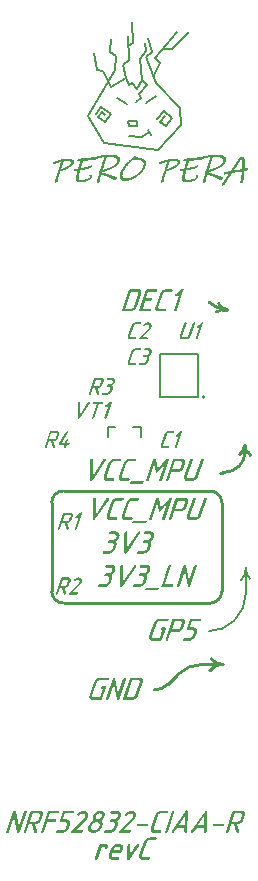
<source format=gto>
G04*
G04 #@! TF.GenerationSoftware,Altium Limited,Altium Designer,23.3.1 (30)*
G04*
G04 Layer_Color=65535*
%FSLAX44Y44*%
%MOMM*%
G71*
G04*
G04 #@! TF.SameCoordinates,93B2F360-A854-404C-8A8F-734AF7A26EB0*
G04*
G04*
G04 #@! TF.FilePolarity,Positive*
G04*
G01*
G75*
%ADD10C,0.2000*%
%ADD11C,0.2500*%
%ADD12C,0.2540*%
%ADD13C,0.1500*%
%ADD14C,0.1524*%
%ADD15C,0.1656*%
%ADD16C,0.1270*%
G36*
X231938Y84738D02*
X232051Y84720D01*
X232163Y84663D01*
X232276Y84607D01*
X232388Y84513D01*
X232482Y84382D01*
X232500Y84363D01*
X232519Y84326D01*
X232538Y84251D01*
X232575Y84157D01*
X232594Y84026D01*
X232613Y83895D01*
X232594Y83745D01*
X232557Y83576D01*
Y83557D01*
X232538Y83501D01*
X232500Y83426D01*
X232444Y83314D01*
X232351Y83201D01*
X232257Y83070D01*
X232126Y82920D01*
X231976Y82770D01*
X231957Y82751D01*
X231901Y82714D01*
X231807Y82639D01*
X231695Y82583D01*
X231526Y82508D01*
X231357Y82433D01*
X231170Y82395D01*
X230945Y82376D01*
X223521D01*
X223428Y82395D01*
X223315Y82414D01*
X223184Y82451D01*
X223072Y82508D01*
X222940Y82583D01*
X222847Y82695D01*
Y82714D01*
X222809Y82770D01*
X222791Y82845D01*
X222772Y82939D01*
X222753Y83070D01*
Y83220D01*
X222772Y83389D01*
X222809Y83576D01*
Y83595D01*
X222847Y83651D01*
X222884Y83726D01*
X222940Y83839D01*
X223015Y83951D01*
X223109Y84082D01*
X223240Y84213D01*
X223390Y84363D01*
X223409Y84382D01*
X223465Y84420D01*
X223559Y84495D01*
X223690Y84570D01*
X223840Y84626D01*
X224009Y84701D01*
X224215Y84738D01*
X224421Y84757D01*
X231844D01*
X231938Y84738D01*
D02*
G37*
G36*
X167548D02*
X167661Y84720D01*
X167773Y84663D01*
X167886Y84607D01*
X167998Y84513D01*
X168092Y84382D01*
X168111Y84363D01*
X168130Y84326D01*
X168148Y84251D01*
X168186Y84157D01*
X168204Y84026D01*
X168223Y83895D01*
X168204Y83745D01*
X168167Y83576D01*
Y83557D01*
X168148Y83501D01*
X168111Y83426D01*
X168055Y83314D01*
X167961Y83201D01*
X167867Y83070D01*
X167736Y82920D01*
X167586Y82770D01*
X167567Y82751D01*
X167511Y82714D01*
X167417Y82639D01*
X167305Y82583D01*
X167136Y82508D01*
X166967Y82433D01*
X166780Y82395D01*
X166555Y82376D01*
X159132D01*
X159038Y82395D01*
X158926Y82414D01*
X158794Y82451D01*
X158682Y82508D01*
X158551Y82583D01*
X158457Y82695D01*
Y82714D01*
X158420Y82770D01*
X158401Y82845D01*
X158382Y82939D01*
X158363Y83070D01*
Y83220D01*
X158382Y83389D01*
X158420Y83576D01*
Y83595D01*
X158457Y83651D01*
X158495Y83726D01*
X158551Y83839D01*
X158626Y83951D01*
X158719Y84082D01*
X158851Y84213D01*
X159001Y84363D01*
X159019Y84382D01*
X159076Y84420D01*
X159169Y84495D01*
X159300Y84570D01*
X159451Y84626D01*
X159619Y84701D01*
X159825Y84738D01*
X160032Y84757D01*
X167455D01*
X167548Y84738D01*
D02*
G37*
G36*
X64562Y95760D02*
X64656Y95742D01*
X64769Y95704D01*
X64900Y95667D01*
X65012Y95592D01*
X65125Y95498D01*
X65143Y95479D01*
X65162Y95442D01*
X65200Y95367D01*
X65237Y95254D01*
X65275Y95123D01*
Y94973D01*
Y94804D01*
X65218Y94598D01*
X59613Y78159D01*
Y78140D01*
X59576Y78065D01*
X59538Y77971D01*
X59464Y77840D01*
X59389Y77709D01*
X59276Y77540D01*
X59145Y77372D01*
X58976Y77221D01*
X58545Y76959D01*
X58526D01*
X58508Y76940D01*
X58395Y76922D01*
X58226Y76884D01*
X58039Y76865D01*
X58001D01*
X57927Y76884D01*
X57814Y76903D01*
X57664Y76940D01*
X57514Y76997D01*
X57383Y77109D01*
X57270Y77240D01*
X57195Y77428D01*
X54702Y90643D01*
X50410Y78046D01*
Y78028D01*
X50372Y77953D01*
X50335Y77859D01*
X50260Y77728D01*
X50185Y77596D01*
X50072Y77446D01*
X49960Y77315D01*
X49810Y77184D01*
X49791Y77165D01*
X49735Y77128D01*
X49622Y77090D01*
X49510Y77034D01*
X49360Y76959D01*
X49191Y76922D01*
X49004Y76884D01*
X48816Y76865D01*
X48741D01*
X48648Y76884D01*
X48535Y76903D01*
X48423Y76940D01*
X48291Y76997D01*
X48179Y77072D01*
X48067Y77165D01*
X48048Y77184D01*
X48029Y77221D01*
X47991Y77297D01*
X47954Y77390D01*
X47935Y77522D01*
Y77671D01*
X47954Y77859D01*
X48010Y78065D01*
X53615Y94505D01*
X53634Y94523D01*
X53653Y94598D01*
X53709Y94711D01*
X53784Y94842D01*
X53878Y94992D01*
X53990Y95161D01*
X54140Y95311D01*
X54309Y95461D01*
X54327Y95479D01*
X54384Y95517D01*
X54459Y95554D01*
X54571Y95629D01*
X54702Y95686D01*
X54852Y95723D01*
X55021Y95760D01*
X55190Y95779D01*
X55302D01*
X55415Y95742D01*
X55565Y95704D01*
X55696Y95629D01*
X55846Y95517D01*
X55958Y95348D01*
X56033Y95142D01*
X58526Y82002D01*
X62819Y94580D01*
Y94598D01*
X62856Y94655D01*
X62894Y94748D01*
X62950Y94861D01*
X63044Y94992D01*
X63138Y95142D01*
X63269Y95292D01*
X63438Y95442D01*
X63456Y95461D01*
X63531Y95498D01*
X63625Y95554D01*
X63756Y95611D01*
X63906Y95667D01*
X64056Y95723D01*
X64244Y95760D01*
X64412Y95779D01*
X64487D01*
X64562Y95760D01*
D02*
G37*
G36*
X247740D02*
X247890Y95742D01*
X248040Y95723D01*
X248396Y95629D01*
X248790Y95498D01*
X248996Y95404D01*
X249184Y95292D01*
X249371Y95161D01*
X249559Y94992D01*
X249727Y94823D01*
X249877Y94617D01*
Y94598D01*
X249915Y94561D01*
X249952Y94505D01*
X249990Y94411D01*
X250046Y94298D01*
X250084Y94167D01*
X250140Y94017D01*
X250196Y93830D01*
X250233Y93642D01*
X250271Y93436D01*
X250290Y92949D01*
Y92705D01*
X250252Y92424D01*
X250196Y92143D01*
X250102Y91843D01*
X248846Y88169D01*
Y88150D01*
X248828Y88094D01*
X248790Y88019D01*
X248734Y87888D01*
X248678Y87756D01*
X248584Y87588D01*
X248490Y87400D01*
X248378Y87213D01*
X248228Y86988D01*
X248078Y86763D01*
X247909Y86538D01*
X247722Y86294D01*
X247497Y86069D01*
X247272Y85826D01*
X247009Y85601D01*
X246728Y85376D01*
X246709Y85357D01*
X246653Y85319D01*
X246578Y85263D01*
X246466Y85188D01*
X246316Y85113D01*
X246147Y85001D01*
X245960Y84907D01*
X245753Y84795D01*
X245510Y84682D01*
X245266Y84588D01*
X244722Y84401D01*
X244441Y84326D01*
X244141Y84270D01*
X243841Y84232D01*
X243541Y84213D01*
X243635D01*
X245435Y78646D01*
Y78478D01*
X245397Y78065D01*
Y78046D01*
X245360Y77990D01*
X245322Y77896D01*
X245247Y77765D01*
X245154Y77634D01*
X245041Y77484D01*
X244891Y77334D01*
X244722Y77184D01*
X244704Y77165D01*
X244647Y77128D01*
X244535Y77090D01*
X244422Y77034D01*
X244272Y76959D01*
X244104Y76922D01*
X243935Y76884D01*
X243748Y76865D01*
X243710D01*
X243579Y76884D01*
X243429Y76903D01*
X243279Y76959D01*
X243242Y76978D01*
X243167Y77053D01*
X243073Y77203D01*
X243017Y77297D01*
X242960Y77409D01*
X241030Y84213D01*
X238312D01*
X236212Y78065D01*
Y78046D01*
X236175Y77971D01*
X236137Y77878D01*
X236062Y77746D01*
X235987Y77596D01*
X235875Y77465D01*
X235762Y77315D01*
X235612Y77184D01*
X235593Y77165D01*
X235537Y77128D01*
X235425Y77090D01*
X235312Y77034D01*
X235162Y76959D01*
X234994Y76922D01*
X234806Y76884D01*
X234619Y76865D01*
X234544D01*
X234450Y76884D01*
X234338Y76903D01*
X234225Y76940D01*
X234094Y76997D01*
X233981Y77072D01*
X233869Y77165D01*
X233850Y77184D01*
X233831Y77221D01*
X233794Y77297D01*
X233756Y77390D01*
X233738Y77522D01*
Y77671D01*
X233756Y77859D01*
X233813Y78065D01*
X239455Y94598D01*
Y94617D01*
X239474Y94655D01*
X239492Y94711D01*
X239530Y94786D01*
X239642Y94973D01*
X239811Y95198D01*
X240017Y95404D01*
X240299Y95592D01*
X240448Y95667D01*
X240636Y95723D01*
X240842Y95760D01*
X241048Y95779D01*
X247628D01*
X247740Y95760D01*
D02*
G37*
G36*
X217429Y95929D02*
X217542Y95911D01*
X217692Y95836D01*
X217842Y95723D01*
X217973Y95573D01*
X218067Y95348D01*
X218085Y95198D01*
X218104Y95048D01*
X217954Y78421D01*
X217917Y78028D01*
Y78009D01*
X217879Y77953D01*
X217842Y77859D01*
X217767Y77746D01*
X217692Y77615D01*
X217561Y77484D01*
X217429Y77334D01*
X217261Y77203D01*
X217242Y77184D01*
X217167Y77147D01*
X217073Y77090D01*
X216942Y77034D01*
X216792Y76978D01*
X216623Y76922D01*
X216455Y76884D01*
X216286Y76865D01*
X216248D01*
X216136Y76884D01*
X215967Y76922D01*
X215780Y76978D01*
X215761D01*
X215742Y77015D01*
X215686Y77053D01*
X215649Y77109D01*
X215592Y77203D01*
X215536Y77334D01*
X215499Y77484D01*
X215461Y77671D01*
X215480Y81477D01*
X209219D01*
X206632Y77615D01*
X206613Y77596D01*
X206595Y77559D01*
X206538Y77503D01*
X206482Y77428D01*
X206295Y77259D01*
X206051Y77072D01*
X206032D01*
X205995Y77053D01*
X205920Y77015D01*
X205826Y76978D01*
X205601Y76922D01*
X205320Y76865D01*
X205226D01*
X205151Y76884D01*
X205039Y76903D01*
X204908Y76940D01*
X204776Y76997D01*
X204664Y77072D01*
X204570Y77184D01*
X204551Y77203D01*
X204533Y77240D01*
X204495Y77315D01*
X204458Y77409D01*
X204420Y77540D01*
Y77690D01*
Y77859D01*
X204476Y78065D01*
X204664Y78421D01*
X215892Y95067D01*
Y95086D01*
X215911Y95105D01*
X216005Y95198D01*
X216117Y95348D01*
X216286Y95517D01*
X216492Y95667D01*
X216736Y95817D01*
X216998Y95911D01*
X217148Y95948D01*
X217336D01*
X217429Y95929D01*
D02*
G37*
G36*
X200877D02*
X200990Y95911D01*
X201140Y95836D01*
X201290Y95723D01*
X201421Y95573D01*
X201515Y95348D01*
X201533Y95198D01*
X201552Y95048D01*
X201402Y78421D01*
X201365Y78028D01*
Y78009D01*
X201327Y77953D01*
X201290Y77859D01*
X201215Y77746D01*
X201140Y77615D01*
X201009Y77484D01*
X200877Y77334D01*
X200709Y77203D01*
X200690Y77184D01*
X200615Y77147D01*
X200521Y77090D01*
X200390Y77034D01*
X200240Y76978D01*
X200071Y76922D01*
X199903Y76884D01*
X199734Y76865D01*
X199696D01*
X199584Y76884D01*
X199415Y76922D01*
X199228Y76978D01*
X199209D01*
X199190Y77015D01*
X199134Y77053D01*
X199097Y77109D01*
X199040Y77203D01*
X198984Y77334D01*
X198947Y77484D01*
X198909Y77671D01*
X198928Y81477D01*
X192667D01*
X190080Y77615D01*
X190061Y77596D01*
X190043Y77559D01*
X189986Y77503D01*
X189930Y77428D01*
X189743Y77259D01*
X189499Y77072D01*
X189480D01*
X189443Y77053D01*
X189368Y77015D01*
X189274Y76978D01*
X189049Y76922D01*
X188768Y76865D01*
X188674D01*
X188599Y76884D01*
X188487Y76903D01*
X188356Y76940D01*
X188224Y76997D01*
X188112Y77072D01*
X188018Y77184D01*
X187999Y77203D01*
X187981Y77240D01*
X187943Y77315D01*
X187906Y77409D01*
X187868Y77540D01*
Y77690D01*
Y77859D01*
X187924Y78065D01*
X188112Y78421D01*
X199340Y95067D01*
Y95086D01*
X199359Y95105D01*
X199453Y95198D01*
X199565Y95348D01*
X199734Y95517D01*
X199940Y95667D01*
X200184Y95817D01*
X200446Y95911D01*
X200596Y95948D01*
X200784D01*
X200877Y95929D01*
D02*
G37*
G36*
X189687Y95760D02*
X189799Y95742D01*
X189911Y95704D01*
X190024Y95648D01*
X190136Y95573D01*
X190249Y95461D01*
X190268Y95442D01*
X190286Y95404D01*
X190324Y95329D01*
X190361Y95236D01*
X190399Y95123D01*
Y94973D01*
Y94804D01*
X190343Y94598D01*
X184700Y78065D01*
Y78046D01*
X184663Y77971D01*
X184625Y77878D01*
X184550Y77746D01*
X184475Y77596D01*
X184363Y77465D01*
X184250Y77315D01*
X184100Y77184D01*
X184082Y77165D01*
X184025Y77128D01*
X183913Y77090D01*
X183801Y77034D01*
X183650Y76959D01*
X183482Y76922D01*
X183294Y76884D01*
X183107Y76865D01*
X183032D01*
X182938Y76884D01*
X182826Y76903D01*
X182713Y76940D01*
X182582Y76997D01*
X182470Y77072D01*
X182357Y77165D01*
X182338Y77184D01*
X182320Y77221D01*
X182282Y77297D01*
X182245Y77390D01*
X182226Y77522D01*
Y77671D01*
X182245Y77859D01*
X182301Y78065D01*
X187943Y94598D01*
Y94617D01*
X187981Y94673D01*
X188018Y94767D01*
X188074Y94880D01*
X188168Y95011D01*
X188262Y95142D01*
X188393Y95292D01*
X188562Y95442D01*
X188580Y95461D01*
X188655Y95498D01*
X188749Y95554D01*
X188880Y95611D01*
X189030Y95667D01*
X189180Y95723D01*
X189368Y95760D01*
X189536Y95779D01*
X189611D01*
X189687Y95760D01*
D02*
G37*
G36*
X184175D02*
X184288Y95742D01*
X184400Y95686D01*
X184531Y95629D01*
X184644Y95536D01*
X184738Y95404D01*
X184757Y95386D01*
X184775Y95348D01*
X184794Y95273D01*
X184832Y95179D01*
X184850Y95048D01*
Y94917D01*
X184832Y94767D01*
X184794Y94598D01*
Y94580D01*
X184775Y94523D01*
X184738Y94448D01*
X184681Y94336D01*
X184588Y94223D01*
X184494Y94092D01*
X184363Y93942D01*
X184213Y93792D01*
X184194Y93773D01*
X184138Y93736D01*
X184044Y93661D01*
X183932Y93605D01*
X183782Y93530D01*
X183613Y93455D01*
X183407Y93417D01*
X183201Y93399D01*
X178496D01*
X178364Y93380D01*
X178214Y93361D01*
X178046Y93342D01*
X177858Y93286D01*
X177671Y93230D01*
X177483Y93136D01*
X177465Y93118D01*
X177408Y93061D01*
X177333Y92986D01*
X177240Y92893D01*
X177015Y92668D01*
X176921Y92555D01*
X176827Y92443D01*
Y92424D01*
X176790Y92386D01*
X176771Y92330D01*
X176715Y92255D01*
X176621Y92068D01*
X176527Y91843D01*
X172759Y80821D01*
Y80783D01*
X172722Y80708D01*
X172703Y80577D01*
X172685Y80427D01*
X172666Y80239D01*
X172685Y80052D01*
X172741Y79865D01*
X172816Y79696D01*
X172853Y79658D01*
X172928Y79565D01*
X173060Y79452D01*
X173209Y79340D01*
X173228D01*
X173266Y79321D01*
X173322Y79302D01*
X173397D01*
X173566Y79265D01*
X173790Y79246D01*
X178458D01*
X178552Y79227D01*
X178664Y79208D01*
X178777Y79152D01*
X178889Y79096D01*
X179002Y79002D01*
X179095Y78871D01*
X179114Y78852D01*
X179133Y78815D01*
X179152Y78740D01*
X179189Y78646D01*
X179208Y78515D01*
X179227Y78384D01*
X179208Y78234D01*
X179170Y78065D01*
Y78046D01*
X179152Y77990D01*
X179114Y77915D01*
X179058Y77803D01*
X178964Y77690D01*
X178871Y77559D01*
X178739Y77409D01*
X178589Y77259D01*
X178571Y77240D01*
X178514Y77203D01*
X178421Y77128D01*
X178308Y77072D01*
X178139Y76997D01*
X177971Y76922D01*
X177783Y76884D01*
X177558Y76865D01*
X172816D01*
X172703Y76884D01*
X172572Y76903D01*
X172422Y76922D01*
X172066Y77015D01*
X171672Y77147D01*
X171466Y77240D01*
X171279Y77353D01*
X171073Y77484D01*
X170904Y77634D01*
X170716Y77803D01*
X170566Y78009D01*
Y78028D01*
X170529Y78065D01*
X170491Y78121D01*
X170454Y78215D01*
X170398Y78327D01*
X170360Y78459D01*
X170304Y78609D01*
X170248Y78796D01*
X170210Y78984D01*
X170173Y79190D01*
X170154Y79433D01*
Y79677D01*
X170173Y79940D01*
X170210Y80221D01*
X170266Y80521D01*
X170360Y80821D01*
X174128Y91843D01*
Y91861D01*
X174147Y91918D01*
X174184Y91993D01*
X174240Y92124D01*
X174297Y92255D01*
X174390Y92424D01*
X174484Y92611D01*
X174597Y92799D01*
X174728Y93024D01*
X174878Y93230D01*
X175047Y93474D01*
X175234Y93699D01*
X175440Y93942D01*
X175684Y94167D01*
X175928Y94392D01*
X176209Y94617D01*
X176227Y94636D01*
X176284Y94673D01*
X176359Y94730D01*
X176471Y94804D01*
X176621Y94880D01*
X176790Y94992D01*
X176977Y95086D01*
X177183Y95198D01*
X177427Y95311D01*
X177671Y95404D01*
X178214Y95592D01*
X178496Y95667D01*
X178796Y95723D01*
X179095Y95760D01*
X179414Y95779D01*
X184082D01*
X184175Y95760D01*
D02*
G37*
G36*
X154164D02*
X154314D01*
X154502Y95742D01*
X154708Y95704D01*
X154952Y95648D01*
X155214Y95592D01*
X155477Y95517D01*
X155739Y95404D01*
X156020Y95292D01*
X156301Y95142D01*
X156564Y94973D01*
X156807Y94767D01*
X157051Y94523D01*
X157257Y94261D01*
X157276Y94242D01*
X157295Y94186D01*
X157351Y94111D01*
X157407Y93998D01*
X157482Y93848D01*
X157557Y93680D01*
X157632Y93474D01*
X157707Y93249D01*
X157763Y93005D01*
X157820Y92724D01*
X157857Y92443D01*
X157876Y92124D01*
X157857Y91787D01*
X157820Y91449D01*
X157745Y91074D01*
X157632Y90699D01*
Y90681D01*
X157613Y90643D01*
X157595Y90587D01*
X157557Y90493D01*
X157501Y90381D01*
X157445Y90250D01*
X157295Y89950D01*
X157089Y89575D01*
X156845Y89181D01*
X156526Y88731D01*
X156170Y88281D01*
X147210Y79246D01*
X152702D01*
X152796Y79227D01*
X152908Y79208D01*
X153021Y79152D01*
X153133Y79096D01*
X153246Y79002D01*
X153340Y78871D01*
X153358Y78852D01*
X153377Y78815D01*
X153396Y78740D01*
X153433Y78646D01*
X153452Y78515D01*
X153471Y78384D01*
X153452Y78234D01*
X153414Y78065D01*
Y78046D01*
X153396Y77990D01*
X153358Y77915D01*
X153302Y77803D01*
X153208Y77690D01*
X153115Y77559D01*
X152983Y77409D01*
X152833Y77259D01*
X152815Y77240D01*
X152758Y77203D01*
X152665Y77128D01*
X152552Y77072D01*
X152383Y76997D01*
X152215Y76922D01*
X152027Y76884D01*
X151802Y76865D01*
X144342D01*
X144267Y76884D01*
X144079Y76922D01*
X143854Y76997D01*
X143667Y77109D01*
X143592Y77203D01*
X143536Y77297D01*
X143479Y77409D01*
Y77540D01*
Y77709D01*
X143536Y77878D01*
Y77896D01*
X143554Y77934D01*
X143592Y78009D01*
X143648Y78121D01*
X143723Y78234D01*
X143817Y78384D01*
X143929Y78534D01*
X144079Y78702D01*
X154521Y89500D01*
X154539Y89537D01*
X154614Y89612D01*
X154689Y89725D01*
X154802Y89893D01*
X154933Y90081D01*
X155045Y90287D01*
X155158Y90512D01*
X155252Y90737D01*
Y90756D01*
X155270Y90793D01*
X155289Y90849D01*
X155308Y90924D01*
X155326Y91112D01*
X155364Y91374D01*
Y91655D01*
X155308Y91974D01*
X155214Y92293D01*
X155139Y92443D01*
X155045Y92593D01*
X155027Y92611D01*
X154989Y92649D01*
X154933Y92724D01*
X154858Y92799D01*
X154745Y92893D01*
X154633Y92986D01*
X154483Y93080D01*
X154314Y93174D01*
X154296Y93192D01*
X154239Y93211D01*
X154146Y93249D01*
X154014Y93286D01*
X153864Y93324D01*
X153677Y93361D01*
X153490Y93399D01*
X153152D01*
X153040Y93380D01*
X152871Y93361D01*
X152683Y93324D01*
X152477Y93267D01*
X152252Y93192D01*
X152027Y93099D01*
X151990Y93080D01*
X151896Y93024D01*
X151746Y92949D01*
X151559Y92817D01*
X151353Y92686D01*
X151128Y92518D01*
X150903Y92349D01*
X150696Y92143D01*
X150678Y92124D01*
X150659Y92105D01*
X150584Y92049D01*
X150509Y91993D01*
X150303Y91824D01*
X150040Y91655D01*
X149515Y91562D01*
X149440D01*
X149347Y91580D01*
X149234Y91599D01*
X149103Y91637D01*
X148972Y91693D01*
X148859Y91768D01*
X148747Y91880D01*
X148728Y91899D01*
X148709Y91937D01*
X148672Y92011D01*
X148635Y92105D01*
X148616Y92236D01*
X148597Y92386D01*
X148616Y92536D01*
X148653Y92724D01*
Y92743D01*
X148672Y92761D01*
X148691Y92817D01*
X148728Y92893D01*
X148784Y92986D01*
X148859Y93099D01*
X148934Y93230D01*
X149047Y93361D01*
X149066Y93380D01*
X149103Y93417D01*
X149159Y93455D01*
X149234Y93530D01*
X149328Y93624D01*
X149440Y93736D01*
X149722Y93961D01*
X150059Y94223D01*
X150434Y94486D01*
X150846Y94730D01*
X151278Y94955D01*
X151296D01*
X151315Y94973D01*
X151427Y95029D01*
X151578Y95105D01*
X151784Y95198D01*
X152009Y95311D01*
X152252Y95423D01*
X152496Y95517D01*
X152740Y95592D01*
X152777D01*
X152852Y95629D01*
X152965Y95648D01*
X153133Y95686D01*
X153321Y95723D01*
X153508Y95742D01*
X153939Y95779D01*
X154033D01*
X154164Y95760D01*
D02*
G37*
G36*
X141961Y95723D02*
X142149Y95704D01*
X142355Y95667D01*
X142580Y95629D01*
X142823Y95573D01*
X143086Y95498D01*
X143348Y95404D01*
X143611Y95292D01*
X143854Y95161D01*
X144098Y94992D01*
X144323Y94804D01*
X144510Y94598D01*
X144679Y94355D01*
X144698Y94336D01*
X144717Y94280D01*
X144754Y94205D01*
X144792Y94092D01*
X144848Y93942D01*
X144904Y93773D01*
X144960Y93586D01*
X144998Y93361D01*
X145035Y93118D01*
X145073Y92855D01*
X145092Y92574D01*
Y92274D01*
X145054Y91955D01*
X145017Y91618D01*
X144942Y91280D01*
X144829Y90924D01*
Y90906D01*
X144810Y90868D01*
X144792Y90812D01*
X144754Y90718D01*
X144717Y90624D01*
X144661Y90493D01*
X144529Y90212D01*
X144361Y89874D01*
X144154Y89518D01*
X143911Y89125D01*
X143630Y88750D01*
Y88731D01*
X143592Y88712D01*
X143554Y88656D01*
X143479Y88581D01*
X143311Y88412D01*
X143105Y88188D01*
X142823Y87944D01*
X142505Y87681D01*
X142149Y87419D01*
X141774Y87194D01*
X141792Y87175D01*
X141868Y87119D01*
X141961Y87007D01*
X142074Y86857D01*
X142205Y86650D01*
X142336Y86388D01*
X142430Y86088D01*
X142523Y85732D01*
Y85713D01*
Y85694D01*
X142542Y85638D01*
Y85563D01*
X142561Y85357D01*
Y85076D01*
Y84757D01*
X142523Y84401D01*
X142449Y83989D01*
X142317Y83576D01*
X141699Y81739D01*
Y81720D01*
X141661Y81645D01*
X141624Y81552D01*
X141567Y81402D01*
X141493Y81233D01*
X141380Y81027D01*
X141268Y80802D01*
X141118Y80558D01*
X140949Y80296D01*
X140761Y80015D01*
X140555Y79733D01*
X140312Y79433D01*
X140049Y79152D01*
X139768Y78852D01*
X139449Y78571D01*
X139093Y78290D01*
X139074Y78271D01*
X138999Y78234D01*
X138906Y78159D01*
X138756Y78065D01*
X138587Y77953D01*
X138381Y77840D01*
X138156Y77709D01*
X137893Y77578D01*
X137594Y77446D01*
X137294Y77315D01*
X136637Y77090D01*
X136281Y76997D01*
X135925Y76922D01*
X135550Y76884D01*
X135175Y76865D01*
X131408D01*
X131314Y76884D01*
X131201Y76903D01*
X131070Y76940D01*
X130939Y76997D01*
X130827Y77072D01*
X130714Y77184D01*
Y77203D01*
X130695Y77259D01*
X130677Y77334D01*
X130658Y77446D01*
X130639Y77578D01*
Y77728D01*
X130658Y77896D01*
X130695Y78065D01*
Y78084D01*
X130714Y78140D01*
X130752Y78215D01*
X130808Y78309D01*
X130883Y78440D01*
X130995Y78571D01*
X131108Y78702D01*
X131258Y78852D01*
X131276Y78871D01*
X131333Y78909D01*
X131426Y78984D01*
X131558Y79059D01*
X131708Y79115D01*
X131895Y79190D01*
X132083Y79227D01*
X132307Y79246D01*
X136075D01*
X136150Y79265D01*
X136356Y79283D01*
X136619Y79340D01*
X136919Y79415D01*
X137256Y79546D01*
X137612Y79715D01*
X137969Y79958D01*
X137987D01*
X138006Y79996D01*
X138118Y80090D01*
X138287Y80239D01*
X138493Y80464D01*
X138718Y80708D01*
X138943Y81027D01*
X139149Y81364D01*
X139299Y81739D01*
X139918Y83576D01*
Y83595D01*
X139937Y83614D01*
X139955Y83670D01*
X139974Y83745D01*
X140012Y83932D01*
X140030Y84157D01*
X140049Y84438D01*
X140030Y84720D01*
X139937Y85020D01*
X139881Y85169D01*
X139805Y85301D01*
X139787Y85338D01*
X139712Y85413D01*
X139599Y85544D01*
X139449Y85676D01*
X139224Y85807D01*
X138962Y85938D01*
X138662Y86013D01*
X138287Y86051D01*
X136356D01*
X136263Y86069D01*
X136150Y86088D01*
X136038Y86125D01*
X135906Y86182D01*
X135794Y86257D01*
X135681Y86369D01*
Y86388D01*
X135663Y86444D01*
X135644Y86519D01*
X135625Y86632D01*
X135607Y86763D01*
Y86913D01*
X135625Y87081D01*
X135663Y87250D01*
Y87269D01*
X135681Y87325D01*
X135719Y87400D01*
X135775Y87494D01*
X135850Y87625D01*
X135963Y87756D01*
X136075Y87888D01*
X136225Y88038D01*
X136244Y88056D01*
X136300Y88094D01*
X136394Y88169D01*
X136525Y88244D01*
X136675Y88300D01*
X136844Y88375D01*
X137050Y88412D01*
X137275Y88431D01*
X139224D01*
X139299Y88450D01*
X139506Y88469D01*
X139768Y88525D01*
X140087Y88619D01*
X140424Y88750D01*
X140799Y88937D01*
X141155Y89181D01*
X141174D01*
X141193Y89219D01*
X141305Y89312D01*
X141455Y89462D01*
X141624Y89687D01*
X141830Y89931D01*
X142036Y90250D01*
X142224Y90587D01*
X142374Y90962D01*
Y90981D01*
X142392Y90999D01*
X142411Y91055D01*
X142430Y91131D01*
X142467Y91318D01*
X142505Y91543D01*
X142523Y91805D01*
X142505Y92086D01*
X142467Y92349D01*
X142355Y92611D01*
X142336Y92649D01*
X142280Y92724D01*
X142167Y92855D01*
X141999Y92986D01*
X141792Y93118D01*
X141511Y93249D01*
X141174Y93324D01*
X140780Y93361D01*
X137013D01*
X136919Y93380D01*
X136806Y93399D01*
X136694Y93436D01*
X136563Y93492D01*
X136450Y93567D01*
X136356Y93680D01*
Y93699D01*
X136319Y93755D01*
X136300Y93830D01*
X136281Y93924D01*
X136263Y94055D01*
Y94205D01*
X136281Y94373D01*
X136319Y94561D01*
Y94580D01*
X136356Y94636D01*
X136394Y94711D01*
X136450Y94823D01*
X136525Y94936D01*
X136619Y95067D01*
X136750Y95198D01*
X136900Y95348D01*
X136919Y95367D01*
X136975Y95404D01*
X137069Y95479D01*
X137200Y95554D01*
X137350Y95611D01*
X137519Y95686D01*
X137706Y95723D01*
X137912Y95742D01*
X141811D01*
X141961Y95723D01*
D02*
G37*
G36*
X128109Y95760D02*
X128277D01*
X128446Y95742D01*
X128671Y95704D01*
X128896Y95648D01*
X129139Y95592D01*
X129402Y95498D01*
X129664Y95404D01*
X129927Y95273D01*
X130189Y95123D01*
X130433Y94955D01*
X130658Y94748D01*
X130864Y94505D01*
X131052Y94242D01*
Y94223D01*
X131089Y94186D01*
X131108Y94111D01*
X131164Y93998D01*
X131201Y93867D01*
X131258Y93699D01*
X131295Y93511D01*
X131333Y93305D01*
X131370Y93080D01*
X131389Y92817D01*
X131408Y92555D01*
X131389Y92255D01*
X131370Y91955D01*
X131314Y91618D01*
X131239Y91280D01*
X131126Y90924D01*
Y90906D01*
X131108Y90868D01*
X131089Y90812D01*
X131052Y90737D01*
X130976Y90531D01*
X130845Y90250D01*
X130695Y89931D01*
X130489Y89575D01*
X130264Y89200D01*
X130002Y88825D01*
Y88806D01*
X129964Y88787D01*
X129927Y88731D01*
X129871Y88656D01*
X129721Y88487D01*
X129514Y88263D01*
X129271Y88038D01*
X128989Y87794D01*
X128690Y87569D01*
X128371Y87381D01*
X128390D01*
X128408Y87363D01*
X128521Y87269D01*
X128690Y87138D01*
X128877Y86932D01*
X129083Y86669D01*
X129271Y86350D01*
X129421Y85957D01*
X129533Y85488D01*
Y85469D01*
Y85432D01*
X129552Y85357D01*
Y85263D01*
X129571Y85132D01*
Y84982D01*
Y84813D01*
Y84645D01*
X129552Y84213D01*
X129496Y83726D01*
X129383Y83201D01*
X129233Y82658D01*
Y82639D01*
X129196Y82564D01*
X129139Y82433D01*
X129083Y82283D01*
X128989Y82077D01*
X128877Y81852D01*
X128746Y81589D01*
X128577Y81308D01*
X128390Y80989D01*
X128165Y80671D01*
X127940Y80333D01*
X127659Y79977D01*
X127359Y79640D01*
X127021Y79283D01*
X126665Y78927D01*
X126271Y78590D01*
X126253Y78571D01*
X126178Y78515D01*
X126065Y78440D01*
X125915Y78327D01*
X125709Y78196D01*
X125465Y78046D01*
X125203Y77896D01*
X124903Y77728D01*
X124566Y77559D01*
X124191Y77409D01*
X123797Y77259D01*
X123366Y77128D01*
X122916Y77034D01*
X122447Y76940D01*
X121960Y76884D01*
X121454Y76865D01*
X121341D01*
X121192Y76884D01*
X121023Y76903D01*
X120798Y76922D01*
X120554Y76959D01*
X120273Y77015D01*
X119973Y77090D01*
X119673Y77184D01*
X119354Y77297D01*
X119054Y77446D01*
X118736Y77615D01*
X118455Y77821D01*
X118174Y78065D01*
X117930Y78327D01*
X117724Y78646D01*
Y78665D01*
X117686Y78721D01*
X117649Y78815D01*
X117592Y78946D01*
X117536Y79096D01*
X117480Y79283D01*
X117424Y79509D01*
X117386Y79752D01*
X117330Y80033D01*
X117311Y80352D01*
X117292Y80671D01*
X117311Y81027D01*
X117349Y81402D01*
X117424Y81795D01*
X117517Y82226D01*
X117649Y82658D01*
Y82676D01*
X117667Y82733D01*
X117705Y82808D01*
X117742Y82920D01*
X117799Y83051D01*
X117874Y83201D01*
X117949Y83370D01*
X118042Y83576D01*
X118267Y84007D01*
X118530Y84476D01*
X118867Y84963D01*
X119242Y85469D01*
X119261Y85488D01*
X119298Y85526D01*
X119354Y85601D01*
X119430Y85676D01*
X119542Y85788D01*
X119654Y85919D01*
X119954Y86201D01*
X120329Y86519D01*
X120760Y86838D01*
X121229Y87138D01*
X121735Y87400D01*
X121716Y87419D01*
X121641Y87475D01*
X121566Y87588D01*
X121454Y87738D01*
X121341Y87925D01*
X121229Y88169D01*
X121154Y88469D01*
X121098Y88825D01*
Y88844D01*
Y88862D01*
Y88919D01*
Y88994D01*
Y89200D01*
X121117Y89462D01*
X121135Y89781D01*
X121192Y90137D01*
X121285Y90531D01*
X121398Y90924D01*
Y90943D01*
X121435Y91018D01*
X121473Y91112D01*
X121529Y91243D01*
X121604Y91412D01*
X121698Y91599D01*
X121810Y91824D01*
X121941Y92049D01*
X122072Y92311D01*
X122241Y92574D01*
X122447Y92836D01*
X122654Y93118D01*
X122879Y93399D01*
X123122Y93680D01*
X123403Y93961D01*
X123703Y94223D01*
X123722Y94242D01*
X123797Y94298D01*
X123891Y94373D01*
X124041Y94467D01*
X124209Y94580D01*
X124434Y94711D01*
X124678Y94861D01*
X124941Y95011D01*
X125240Y95142D01*
X125578Y95292D01*
X125915Y95423D01*
X126290Y95536D01*
X126665Y95629D01*
X127059Y95704D01*
X127471Y95760D01*
X127902Y95779D01*
X127996D01*
X128109Y95760D01*
D02*
G37*
G36*
X113693D02*
X113843D01*
X114031Y95742D01*
X114237Y95704D01*
X114481Y95648D01*
X114743Y95592D01*
X115006Y95517D01*
X115268Y95404D01*
X115549Y95292D01*
X115830Y95142D01*
X116093Y94973D01*
X116336Y94767D01*
X116580Y94523D01*
X116786Y94261D01*
X116805Y94242D01*
X116824Y94186D01*
X116880Y94111D01*
X116936Y93998D01*
X117011Y93848D01*
X117086Y93680D01*
X117161Y93474D01*
X117236Y93249D01*
X117292Y93005D01*
X117349Y92724D01*
X117386Y92443D01*
X117405Y92124D01*
X117386Y91787D01*
X117349Y91449D01*
X117274Y91074D01*
X117161Y90699D01*
Y90681D01*
X117142Y90643D01*
X117124Y90587D01*
X117086Y90493D01*
X117030Y90381D01*
X116974Y90250D01*
X116824Y89950D01*
X116618Y89575D01*
X116374Y89181D01*
X116055Y88731D01*
X115699Y88281D01*
X106739Y79246D01*
X112231D01*
X112325Y79227D01*
X112437Y79208D01*
X112550Y79152D01*
X112662Y79096D01*
X112775Y79002D01*
X112869Y78871D01*
X112887Y78852D01*
X112906Y78815D01*
X112925Y78740D01*
X112962Y78646D01*
X112981Y78515D01*
X113000Y78384D01*
X112981Y78234D01*
X112944Y78065D01*
Y78046D01*
X112925Y77990D01*
X112887Y77915D01*
X112831Y77803D01*
X112737Y77690D01*
X112644Y77559D01*
X112513Y77409D01*
X112362Y77259D01*
X112344Y77240D01*
X112288Y77203D01*
X112194Y77128D01*
X112081Y77072D01*
X111913Y76997D01*
X111744Y76922D01*
X111557Y76884D01*
X111332Y76865D01*
X103871D01*
X103796Y76884D01*
X103609Y76922D01*
X103384Y76997D01*
X103196Y77109D01*
X103121Y77203D01*
X103065Y77297D01*
X103009Y77409D01*
Y77540D01*
Y77709D01*
X103065Y77878D01*
Y77896D01*
X103084Y77934D01*
X103121Y78009D01*
X103177Y78121D01*
X103252Y78234D01*
X103346Y78384D01*
X103458Y78534D01*
X103609Y78702D01*
X114050Y89500D01*
X114068Y89537D01*
X114143Y89612D01*
X114218Y89725D01*
X114331Y89893D01*
X114462Y90081D01*
X114574Y90287D01*
X114687Y90512D01*
X114781Y90737D01*
Y90756D01*
X114799Y90793D01*
X114818Y90849D01*
X114837Y90924D01*
X114856Y91112D01*
X114893Y91374D01*
Y91655D01*
X114837Y91974D01*
X114743Y92293D01*
X114668Y92443D01*
X114574Y92593D01*
X114556Y92611D01*
X114518Y92649D01*
X114462Y92724D01*
X114387Y92799D01*
X114275Y92893D01*
X114162Y92986D01*
X114012Y93080D01*
X113843Y93174D01*
X113825Y93192D01*
X113768Y93211D01*
X113675Y93249D01*
X113544Y93286D01*
X113393Y93324D01*
X113206Y93361D01*
X113019Y93399D01*
X112681D01*
X112569Y93380D01*
X112400Y93361D01*
X112213Y93324D01*
X112006Y93267D01*
X111781Y93192D01*
X111557Y93099D01*
X111519Y93080D01*
X111425Y93024D01*
X111275Y92949D01*
X111088Y92817D01*
X110882Y92686D01*
X110657Y92518D01*
X110432Y92349D01*
X110226Y92143D01*
X110207Y92124D01*
X110188Y92105D01*
X110113Y92049D01*
X110038Y91993D01*
X109832Y91824D01*
X109570Y91655D01*
X109045Y91562D01*
X108970D01*
X108876Y91580D01*
X108763Y91599D01*
X108632Y91637D01*
X108501Y91693D01*
X108389Y91768D01*
X108276Y91880D01*
X108257Y91899D01*
X108239Y91937D01*
X108201Y92011D01*
X108164Y92105D01*
X108145Y92236D01*
X108126Y92386D01*
X108145Y92536D01*
X108182Y92724D01*
Y92743D01*
X108201Y92761D01*
X108220Y92817D01*
X108257Y92893D01*
X108314Y92986D01*
X108389Y93099D01*
X108463Y93230D01*
X108576Y93361D01*
X108595Y93380D01*
X108632Y93417D01*
X108688Y93455D01*
X108763Y93530D01*
X108857Y93624D01*
X108970Y93736D01*
X109251Y93961D01*
X109588Y94223D01*
X109963Y94486D01*
X110375Y94730D01*
X110807Y94955D01*
X110825D01*
X110844Y94973D01*
X110957Y95029D01*
X111107Y95105D01*
X111313Y95198D01*
X111538Y95311D01*
X111781Y95423D01*
X112025Y95517D01*
X112269Y95592D01*
X112306D01*
X112381Y95629D01*
X112494Y95648D01*
X112662Y95686D01*
X112850Y95723D01*
X113037Y95742D01*
X113469Y95779D01*
X113562D01*
X113693Y95760D01*
D02*
G37*
G36*
X105071D02*
X105183Y95742D01*
X105296Y95686D01*
X105427Y95629D01*
X105539Y95536D01*
X105633Y95404D01*
X105652Y95386D01*
X105670Y95348D01*
X105689Y95273D01*
X105727Y95179D01*
X105745Y95048D01*
X105764Y94917D01*
X105745Y94767D01*
X105708Y94598D01*
Y94580D01*
X105670Y94523D01*
X105633Y94448D01*
X105577Y94336D01*
X105502Y94223D01*
X105408Y94092D01*
X105277Y93942D01*
X105127Y93792D01*
X105108Y93773D01*
X105052Y93736D01*
X104958Y93661D01*
X104846Y93605D01*
X104677Y93530D01*
X104508Y93455D01*
X104321Y93417D01*
X104096Y93399D01*
X97948D01*
X96260Y88431D01*
X98922D01*
X99053Y88412D01*
X99222Y88394D01*
X99410Y88356D01*
X99616Y88319D01*
X99841Y88244D01*
X100084Y88169D01*
X100328Y88075D01*
X100572Y87963D01*
X100815Y87831D01*
X101059Y87663D01*
X101284Y87456D01*
X101490Y87250D01*
X101678Y86988D01*
X101697Y86969D01*
X101715Y86932D01*
X101753Y86838D01*
X101809Y86744D01*
X101884Y86594D01*
X101940Y86425D01*
X102015Y86238D01*
X102071Y86032D01*
X102128Y85788D01*
X102165Y85526D01*
X102184Y85245D01*
Y84945D01*
X102165Y84626D01*
X102128Y84289D01*
X102053Y83951D01*
X101940Y83576D01*
X101322Y81739D01*
Y81720D01*
X101284Y81645D01*
X101247Y81552D01*
X101190Y81402D01*
X101115Y81233D01*
X101003Y81027D01*
X100891Y80802D01*
X100740Y80558D01*
X100572Y80296D01*
X100384Y80015D01*
X100178Y79733D01*
X99934Y79433D01*
X99672Y79152D01*
X99391Y78852D01*
X99072Y78571D01*
X98716Y78290D01*
X98697Y78271D01*
X98622Y78234D01*
X98529Y78159D01*
X98379Y78065D01*
X98210Y77953D01*
X98004Y77840D01*
X97779Y77709D01*
X97516Y77578D01*
X97216Y77446D01*
X96917Y77315D01*
X96260Y77090D01*
X95904Y76997D01*
X95548Y76922D01*
X95173Y76884D01*
X94798Y76865D01*
X91031D01*
X90937Y76884D01*
X90824Y76903D01*
X90693Y76940D01*
X90581Y76997D01*
X90449Y77072D01*
X90356Y77184D01*
Y77203D01*
X90318Y77259D01*
X90299Y77334D01*
X90281Y77428D01*
X90262Y77559D01*
Y77709D01*
X90281Y77878D01*
X90318Y78065D01*
Y78084D01*
X90356Y78140D01*
X90393Y78215D01*
X90449Y78327D01*
X90524Y78440D01*
X90618Y78571D01*
X90749Y78702D01*
X90899Y78852D01*
X90918Y78871D01*
X90974Y78909D01*
X91068Y78984D01*
X91199Y79059D01*
X91349Y79115D01*
X91518Y79190D01*
X91724Y79227D01*
X91930Y79246D01*
X95698D01*
X95773Y79265D01*
X95979Y79283D01*
X96223Y79340D01*
X96523Y79415D01*
X96860Y79546D01*
X97216Y79715D01*
X97573Y79940D01*
X97591D01*
X97610Y79977D01*
X97723Y80071D01*
X97910Y80221D01*
X98116Y80427D01*
X98322Y80689D01*
X98547Y81008D01*
X98753Y81346D01*
X98922Y81739D01*
X99541Y83576D01*
Y83595D01*
X99559Y83614D01*
X99578Y83670D01*
X99597Y83745D01*
X99635Y83932D01*
X99653Y84176D01*
X99672Y84438D01*
X99653Y84738D01*
X99559Y85038D01*
X99503Y85188D01*
X99428Y85319D01*
X99410Y85357D01*
X99335Y85432D01*
X99222Y85544D01*
X99072Y85694D01*
X98847Y85826D01*
X98585Y85938D01*
X98285Y86013D01*
X97910Y86051D01*
X94123D01*
X94049Y86069D01*
X93880Y86107D01*
X93692Y86201D01*
X93524Y86350D01*
X93449Y86444D01*
X93392Y86557D01*
X93374Y86688D01*
Y86857D01*
X93392Y87044D01*
X93449Y87250D01*
X95961Y94598D01*
Y94617D01*
X95979Y94655D01*
X95998Y94711D01*
X96035Y94786D01*
X96148Y94973D01*
X96317Y95198D01*
X96523Y95404D01*
X96804Y95592D01*
X96954Y95667D01*
X97141Y95723D01*
X97348Y95760D01*
X97554Y95779D01*
X104977D01*
X105071Y95760D01*
D02*
G37*
G36*
X92193D02*
X92305Y95742D01*
X92418Y95686D01*
X92549Y95629D01*
X92661Y95536D01*
X92755Y95404D01*
X92774Y95386D01*
X92793Y95348D01*
X92811Y95273D01*
X92849Y95179D01*
X92867Y95048D01*
Y94917D01*
X92849Y94767D01*
X92811Y94598D01*
Y94580D01*
X92793Y94523D01*
X92755Y94448D01*
X92699Y94336D01*
X92605Y94223D01*
X92511Y94092D01*
X92380Y93942D01*
X92230Y93792D01*
X92211Y93773D01*
X92155Y93736D01*
X92062Y93661D01*
X91949Y93605D01*
X91799Y93530D01*
X91630Y93455D01*
X91424Y93417D01*
X91218Y93399D01*
X85070D01*
X83382Y88431D01*
X89606D01*
X89700Y88412D01*
X89812Y88394D01*
X89943Y88356D01*
X90075Y88281D01*
X90187Y88206D01*
X90281Y88094D01*
Y88075D01*
X90318Y88038D01*
X90337Y87944D01*
X90356Y87850D01*
X90374Y87719D01*
X90393Y87588D01*
X90374Y87419D01*
X90318Y87250D01*
Y87232D01*
X90281Y87175D01*
X90243Y87100D01*
X90187Y86988D01*
X90112Y86875D01*
X90018Y86744D01*
X89887Y86594D01*
X89737Y86444D01*
X89718Y86425D01*
X89662Y86388D01*
X89568Y86313D01*
X89456Y86257D01*
X89287Y86182D01*
X89118Y86107D01*
X88931Y86069D01*
X88706Y86051D01*
X82558D01*
X79840Y78046D01*
Y78028D01*
X79802Y77953D01*
X79765Y77859D01*
X79690Y77728D01*
X79615Y77596D01*
X79502Y77446D01*
X79390Y77315D01*
X79240Y77184D01*
X79221Y77165D01*
X79165Y77128D01*
X79052Y77090D01*
X78940Y77034D01*
X78790Y76959D01*
X78621Y76922D01*
X78434Y76884D01*
X78246Y76865D01*
X78171D01*
X78078Y76884D01*
X77965Y76903D01*
X77853Y76940D01*
X77721Y76997D01*
X77609Y77072D01*
X77496Y77165D01*
X77478Y77184D01*
X77459Y77221D01*
X77421Y77297D01*
X77384Y77390D01*
X77365Y77522D01*
Y77671D01*
X77384Y77859D01*
X77440Y78065D01*
X83083Y94598D01*
Y94617D01*
X83101Y94655D01*
X83120Y94711D01*
X83158Y94786D01*
X83270Y94973D01*
X83439Y95198D01*
X83645Y95404D01*
X83926Y95592D01*
X84076Y95667D01*
X84263Y95723D01*
X84470Y95760D01*
X84676Y95779D01*
X92099D01*
X92193Y95760D01*
D02*
G37*
G36*
X76653D02*
X76803Y95742D01*
X76953Y95723D01*
X77309Y95629D01*
X77703Y95498D01*
X77909Y95404D01*
X78096Y95292D01*
X78284Y95161D01*
X78471Y94992D01*
X78640Y94823D01*
X78790Y94617D01*
Y94598D01*
X78827Y94561D01*
X78865Y94505D01*
X78902Y94411D01*
X78959Y94298D01*
X78996Y94167D01*
X79052Y94017D01*
X79109Y93830D01*
X79146Y93642D01*
X79184Y93436D01*
X79202Y92949D01*
Y92705D01*
X79165Y92424D01*
X79109Y92143D01*
X79015Y91843D01*
X77759Y88169D01*
Y88150D01*
X77740Y88094D01*
X77703Y88019D01*
X77646Y87888D01*
X77590Y87756D01*
X77496Y87588D01*
X77403Y87400D01*
X77290Y87213D01*
X77140Y86988D01*
X76990Y86763D01*
X76822Y86538D01*
X76634Y86294D01*
X76409Y86069D01*
X76184Y85826D01*
X75922Y85601D01*
X75641Y85376D01*
X75622Y85357D01*
X75566Y85319D01*
X75491Y85263D01*
X75378Y85188D01*
X75228Y85113D01*
X75060Y85001D01*
X74872Y84907D01*
X74666Y84795D01*
X74422Y84682D01*
X74179Y84588D01*
X73635Y84401D01*
X73354Y84326D01*
X73054Y84270D01*
X72754Y84232D01*
X72454Y84213D01*
X72548D01*
X74347Y78646D01*
Y78478D01*
X74310Y78065D01*
Y78046D01*
X74272Y77990D01*
X74235Y77896D01*
X74160Y77765D01*
X74066Y77634D01*
X73954Y77484D01*
X73804Y77334D01*
X73635Y77184D01*
X73616Y77165D01*
X73560Y77128D01*
X73447Y77090D01*
X73335Y77034D01*
X73185Y76959D01*
X73016Y76922D01*
X72848Y76884D01*
X72660Y76865D01*
X72623D01*
X72491Y76884D01*
X72341Y76903D01*
X72192Y76959D01*
X72154Y76978D01*
X72079Y77053D01*
X71985Y77203D01*
X71929Y77297D01*
X71873Y77409D01*
X69942Y84213D01*
X67224D01*
X65125Y78065D01*
Y78046D01*
X65087Y77971D01*
X65050Y77878D01*
X64975Y77746D01*
X64900Y77596D01*
X64787Y77465D01*
X64675Y77315D01*
X64525Y77184D01*
X64506Y77165D01*
X64450Y77128D01*
X64337Y77090D01*
X64225Y77034D01*
X64075Y76959D01*
X63906Y76922D01*
X63719Y76884D01*
X63531Y76865D01*
X63456D01*
X63363Y76884D01*
X63250Y76903D01*
X63138Y76940D01*
X63006Y76997D01*
X62894Y77072D01*
X62782Y77165D01*
X62763Y77184D01*
X62744Y77221D01*
X62706Y77297D01*
X62669Y77390D01*
X62650Y77522D01*
Y77671D01*
X62669Y77859D01*
X62725Y78065D01*
X68368Y94598D01*
Y94617D01*
X68386Y94655D01*
X68405Y94711D01*
X68443Y94786D01*
X68555Y94973D01*
X68724Y95198D01*
X68930Y95404D01*
X69211Y95592D01*
X69361Y95667D01*
X69549Y95723D01*
X69755Y95760D01*
X69961Y95779D01*
X76540D01*
X76653Y95760D01*
D02*
G37*
G36*
X132279Y67553D02*
X132504Y67534D01*
X132767Y67459D01*
X133067Y67365D01*
X133385Y67197D01*
X133666Y66990D01*
X133798Y66841D01*
X133910Y66691D01*
Y66672D01*
X133929Y66653D01*
X133966Y66597D01*
X134004Y66540D01*
X134079Y66353D01*
X134154Y66091D01*
X134210Y65772D01*
X134229Y65416D01*
Y65210D01*
X134191Y64985D01*
X134154Y64778D01*
X134079Y64535D01*
Y64516D01*
X134041Y64441D01*
X134004Y64347D01*
X133929Y64216D01*
X133854Y64085D01*
X133741Y63935D01*
X133610Y63804D01*
X133460Y63672D01*
X133441Y63654D01*
X133385Y63616D01*
X133292Y63560D01*
X133160Y63504D01*
X133010Y63448D01*
X132842Y63391D01*
X132654Y63354D01*
X132467Y63335D01*
X132392D01*
X132298Y63354D01*
X132204Y63373D01*
X132092Y63410D01*
X131961Y63466D01*
X131848Y63541D01*
X131736Y63635D01*
X131717Y63654D01*
X131698Y63691D01*
X131661Y63766D01*
X131623Y63860D01*
X131604Y63991D01*
Y64141D01*
X131623Y64329D01*
X131679Y64535D01*
X131698Y64572D01*
Y64666D01*
X131679Y64797D01*
X131661Y64872D01*
X131623Y64947D01*
Y64966D01*
X131604Y64985D01*
X131530Y65078D01*
X131417Y65153D01*
X131361Y65172D01*
X131267Y65191D01*
X128793D01*
X125437Y55368D01*
Y55350D01*
X125400Y55275D01*
X125362Y55181D01*
X125287Y55050D01*
X125212Y54900D01*
X125100Y54769D01*
X124987Y54619D01*
X124837Y54487D01*
X124819Y54469D01*
X124762Y54431D01*
X124650Y54394D01*
X124537Y54337D01*
X124388Y54262D01*
X124219Y54225D01*
X124031Y54187D01*
X123844Y54169D01*
X123769D01*
X123675Y54187D01*
X123563Y54206D01*
X123450Y54244D01*
X123319Y54300D01*
X123207Y54375D01*
X123094Y54469D01*
X123075Y54487D01*
X123057Y54525D01*
X123019Y54600D01*
X122982Y54694D01*
X122963Y54825D01*
Y54975D01*
X122982Y55162D01*
X123038Y55368D01*
X126787Y66391D01*
Y66409D01*
X126806Y66447D01*
X126824Y66503D01*
X126862Y66578D01*
X126974Y66765D01*
X127143Y66990D01*
X127368Y67197D01*
X127649Y67384D01*
X127799Y67459D01*
X127987Y67515D01*
X128193Y67553D01*
X128399Y67572D01*
X132186D01*
X132279Y67553D01*
D02*
G37*
G36*
X159797D02*
X159891Y67534D01*
X160003Y67497D01*
X160116Y67440D01*
X160247Y67365D01*
X160378Y67253D01*
X160397Y67234D01*
X160416Y67197D01*
X160453Y67122D01*
X160491Y67028D01*
X160510Y66897D01*
X160528Y66747D01*
X160510Y66597D01*
X160472Y66409D01*
X160285Y66034D01*
X152843Y54975D01*
X152824Y54956D01*
X152787Y54918D01*
X152730Y54844D01*
X152655Y54750D01*
X152449Y54525D01*
X152187Y54281D01*
X152168D01*
X152130Y54262D01*
X152074Y54225D01*
X151980Y54187D01*
X151868Y54150D01*
X151737Y54094D01*
X151587Y54056D01*
X151418Y54000D01*
X151381D01*
X151287Y54019D01*
X151174Y54056D01*
X151025Y54113D01*
X150875Y54225D01*
X150725Y54412D01*
X150668Y54506D01*
X150631Y54637D01*
X150593Y54787D01*
X150575Y54956D01*
X150650Y66034D01*
X150706Y66372D01*
Y66391D01*
X150743Y66447D01*
X150781Y66540D01*
X150837Y66653D01*
X150931Y66765D01*
X151025Y66915D01*
X151156Y67047D01*
X151324Y67197D01*
X151343Y67215D01*
X151418Y67253D01*
X151512Y67309D01*
X151643Y67384D01*
X151793Y67459D01*
X151962Y67515D01*
X152149Y67553D01*
X152337Y67572D01*
X152468D01*
X152543Y67553D01*
X152730Y67515D01*
X152899Y67422D01*
X152918D01*
X152936Y67403D01*
X152974Y67365D01*
X153012Y67290D01*
X153049Y67215D01*
X153105Y67084D01*
X153143Y66934D01*
X153161Y66747D01*
X152918Y58536D01*
X158241Y66747D01*
X158260Y66765D01*
X158298Y66803D01*
X158354Y66878D01*
X158429Y66953D01*
X158635Y67140D01*
X158897Y67328D01*
X158916Y67347D01*
X158973Y67365D01*
X159047Y67403D01*
X159141Y67459D01*
X159385Y67534D01*
X159516Y67553D01*
X159647Y67572D01*
X159722D01*
X159797Y67553D01*
D02*
G37*
G36*
X174587Y73064D02*
X174700Y73045D01*
X174812Y72989D01*
X174943Y72933D01*
X175056Y72839D01*
X175150Y72708D01*
X175168Y72689D01*
X175187Y72652D01*
X175206Y72576D01*
X175243Y72483D01*
X175262Y72351D01*
Y72220D01*
X175243Y72070D01*
X175206Y71902D01*
Y71883D01*
X175187Y71827D01*
X175150Y71752D01*
X175093Y71639D01*
X175000Y71527D01*
X174906Y71396D01*
X174775Y71246D01*
X174625Y71096D01*
X174606Y71077D01*
X174550Y71039D01*
X174456Y70964D01*
X174343Y70908D01*
X174194Y70833D01*
X174025Y70758D01*
X173819Y70721D01*
X173612Y70702D01*
X168907D01*
X168776Y70683D01*
X168626Y70665D01*
X168458Y70646D01*
X168270Y70589D01*
X168083Y70533D01*
X167895Y70440D01*
X167876Y70421D01*
X167820Y70365D01*
X167745Y70290D01*
X167652Y70196D01*
X167426Y69971D01*
X167333Y69858D01*
X167239Y69746D01*
Y69727D01*
X167202Y69690D01*
X167183Y69633D01*
X167127Y69559D01*
X167033Y69371D01*
X166939Y69146D01*
X163171Y58124D01*
Y58086D01*
X163134Y58011D01*
X163115Y57880D01*
X163096Y57730D01*
X163078Y57543D01*
X163096Y57355D01*
X163153Y57168D01*
X163228Y56999D01*
X163265Y56962D01*
X163340Y56868D01*
X163471Y56755D01*
X163621Y56643D01*
X163640D01*
X163678Y56624D01*
X163734Y56606D01*
X163809D01*
X163977Y56568D01*
X164202Y56549D01*
X168870D01*
X168964Y56531D01*
X169076Y56512D01*
X169189Y56456D01*
X169301Y56399D01*
X169414Y56306D01*
X169507Y56174D01*
X169526Y56156D01*
X169545Y56118D01*
X169564Y56043D01*
X169601Y55950D01*
X169620Y55818D01*
X169639Y55687D01*
X169620Y55537D01*
X169582Y55368D01*
Y55350D01*
X169564Y55293D01*
X169526Y55218D01*
X169470Y55106D01*
X169376Y54994D01*
X169282Y54862D01*
X169151Y54712D01*
X169001Y54562D01*
X168982Y54544D01*
X168926Y54506D01*
X168832Y54431D01*
X168720Y54375D01*
X168551Y54300D01*
X168382Y54225D01*
X168195Y54187D01*
X167970Y54169D01*
X163228D01*
X163115Y54187D01*
X162984Y54206D01*
X162834Y54225D01*
X162478Y54319D01*
X162084Y54450D01*
X161878Y54544D01*
X161691Y54656D01*
X161484Y54787D01*
X161316Y54937D01*
X161128Y55106D01*
X160978Y55312D01*
Y55331D01*
X160941Y55368D01*
X160903Y55425D01*
X160866Y55518D01*
X160809Y55631D01*
X160772Y55762D01*
X160716Y55912D01*
X160660Y56100D01*
X160622Y56287D01*
X160585Y56493D01*
X160566Y56737D01*
Y56981D01*
X160585Y57243D01*
X160622Y57524D01*
X160678Y57824D01*
X160772Y58124D01*
X164540Y69146D01*
Y69165D01*
X164559Y69221D01*
X164596Y69296D01*
X164652Y69427D01*
X164708Y69559D01*
X164802Y69727D01*
X164896Y69915D01*
X165008Y70102D01*
X165140Y70327D01*
X165290Y70533D01*
X165458Y70777D01*
X165646Y71002D01*
X165852Y71246D01*
X166096Y71470D01*
X166339Y71695D01*
X166621Y71920D01*
X166639Y71939D01*
X166695Y71977D01*
X166770Y72033D01*
X166883Y72108D01*
X167033Y72183D01*
X167202Y72295D01*
X167389Y72389D01*
X167595Y72502D01*
X167839Y72614D01*
X168083Y72708D01*
X168626Y72895D01*
X168907Y72970D01*
X169207Y73026D01*
X169507Y73064D01*
X169826Y73083D01*
X174494D01*
X174587Y73064D01*
D02*
G37*
G36*
X144295Y67553D02*
X144426Y67534D01*
X144576Y67515D01*
X144932Y67422D01*
X145326Y67290D01*
X145513Y67197D01*
X145720Y67084D01*
X145907Y66953D01*
X146095Y66784D01*
X146263Y66616D01*
X146413Y66409D01*
Y66391D01*
X146451Y66353D01*
X146488Y66297D01*
X146526Y66203D01*
X146582Y66091D01*
X146638Y65959D01*
X146694Y65809D01*
X146732Y65641D01*
X146788Y65435D01*
X146807Y65228D01*
X146844Y65003D01*
Y64760D01*
X146826Y64497D01*
X146788Y64216D01*
X146732Y63935D01*
X146638Y63635D01*
X145701Y60880D01*
Y60861D01*
X145682Y60823D01*
X145663Y60767D01*
X145626Y60692D01*
X145513Y60505D01*
X145363Y60280D01*
X145139Y60055D01*
X144857Y59867D01*
X144707Y59792D01*
X144520Y59736D01*
X144333Y59699D01*
X144108Y59680D01*
X137959D01*
X137416Y58124D01*
Y58086D01*
X137378Y58011D01*
X137359Y57880D01*
X137340Y57730D01*
X137322Y57543D01*
X137340Y57355D01*
X137397Y57168D01*
X137472Y56999D01*
X137509Y56962D01*
X137584Y56868D01*
X137715Y56755D01*
X137884Y56643D01*
X137903D01*
X137922Y56624D01*
X137978Y56606D01*
X138053D01*
X138240Y56568D01*
X138447Y56549D01*
X143114D01*
X143208Y56531D01*
X143320Y56512D01*
X143433Y56456D01*
X143564Y56399D01*
X143676Y56306D01*
X143770Y56174D01*
X143789Y56156D01*
X143808Y56118D01*
X143826Y56043D01*
X143864Y55950D01*
X143883Y55818D01*
Y55687D01*
X143864Y55537D01*
X143826Y55368D01*
Y55350D01*
X143808Y55293D01*
X143770Y55218D01*
X143714Y55106D01*
X143620Y54994D01*
X143526Y54862D01*
X143395Y54712D01*
X143245Y54562D01*
X143226Y54544D01*
X143170Y54506D01*
X143076Y54431D01*
X142964Y54375D01*
X142814Y54300D01*
X142645Y54225D01*
X142439Y54187D01*
X142233Y54169D01*
X137491D01*
X137378Y54187D01*
X137247Y54206D01*
X137078Y54225D01*
X136722Y54319D01*
X136328Y54450D01*
X136141Y54544D01*
X135935Y54656D01*
X135747Y54787D01*
X135560Y54937D01*
X135372Y55106D01*
X135222Y55312D01*
Y55331D01*
X135185Y55368D01*
X135147Y55425D01*
X135110Y55518D01*
X135054Y55631D01*
X135016Y55762D01*
X134960Y55912D01*
X134904Y56100D01*
X134866Y56287D01*
X134829Y56493D01*
X134810Y56737D01*
Y56981D01*
X134829Y57243D01*
X134866Y57524D01*
X134922Y57824D01*
X135016Y58124D01*
X136891Y63635D01*
Y63654D01*
X136909Y63710D01*
X136947Y63785D01*
X137003Y63898D01*
X137059Y64029D01*
X137153Y64197D01*
X137247Y64366D01*
X137359Y64572D01*
X137491Y64778D01*
X137640Y65003D01*
X137809Y65228D01*
X137997Y65453D01*
X138203Y65697D01*
X138447Y65941D01*
X138690Y66166D01*
X138971Y66391D01*
X138990Y66409D01*
X139046Y66447D01*
X139121Y66503D01*
X139234Y66578D01*
X139384Y66672D01*
X139552Y66765D01*
X139740Y66878D01*
X139965Y66990D01*
X140190Y67084D01*
X140434Y67197D01*
X140996Y67384D01*
X141277Y67459D01*
X141577Y67515D01*
X141877Y67553D01*
X142196Y67572D01*
X144183D01*
X144295Y67553D01*
D02*
G37*
G36*
X208929Y303981D02*
X209023Y303962D01*
X209135Y303925D01*
X209266Y303888D01*
X209379Y303813D01*
X209491Y303719D01*
X209510Y303700D01*
X209529Y303663D01*
X209566Y303588D01*
X209604Y303475D01*
X209641Y303344D01*
Y303194D01*
Y303025D01*
X209585Y302819D01*
X203980Y286380D01*
Y286361D01*
X203943Y286286D01*
X203905Y286192D01*
X203830Y286061D01*
X203755Y285930D01*
X203643Y285761D01*
X203511Y285592D01*
X203343Y285442D01*
X202912Y285180D01*
X202893D01*
X202874Y285161D01*
X202762Y285142D01*
X202593Y285105D01*
X202405Y285086D01*
X202368D01*
X202293Y285105D01*
X202181Y285124D01*
X202031Y285161D01*
X201881Y285217D01*
X201749Y285330D01*
X201637Y285461D01*
X201562Y285648D01*
X199069Y298864D01*
X194776Y286267D01*
Y286248D01*
X194739Y286173D01*
X194701Y286080D01*
X194626Y285948D01*
X194551Y285817D01*
X194439Y285667D01*
X194326Y285536D01*
X194176Y285405D01*
X194158Y285386D01*
X194101Y285348D01*
X193989Y285311D01*
X193876Y285255D01*
X193726Y285180D01*
X193558Y285142D01*
X193370Y285105D01*
X193183Y285086D01*
X193108D01*
X193014Y285105D01*
X192902Y285124D01*
X192789Y285161D01*
X192658Y285217D01*
X192546Y285292D01*
X192433Y285386D01*
X192414Y285405D01*
X192395Y285442D01*
X192358Y285517D01*
X192320Y285611D01*
X192302Y285742D01*
Y285892D01*
X192320Y286080D01*
X192377Y286286D01*
X197982Y302725D01*
X198000Y302744D01*
X198019Y302819D01*
X198075Y302931D01*
X198150Y303063D01*
X198244Y303213D01*
X198356Y303381D01*
X198506Y303531D01*
X198675Y303681D01*
X198694Y303700D01*
X198750Y303738D01*
X198825Y303775D01*
X198938Y303850D01*
X199069Y303906D01*
X199219Y303944D01*
X199387Y303981D01*
X199556Y304000D01*
X199669D01*
X199781Y303962D01*
X199931Y303925D01*
X200062Y303850D01*
X200212Y303738D01*
X200325Y303569D01*
X200400Y303363D01*
X202893Y290222D01*
X207185Y302800D01*
Y302819D01*
X207223Y302875D01*
X207260Y302969D01*
X207317Y303081D01*
X207410Y303213D01*
X207504Y303363D01*
X207635Y303513D01*
X207804Y303663D01*
X207823Y303681D01*
X207898Y303719D01*
X207992Y303775D01*
X208123Y303831D01*
X208273Y303888D01*
X208423Y303944D01*
X208610Y303981D01*
X208779Y304000D01*
X208854D01*
X208929Y303981D01*
D02*
G37*
G36*
X157417D02*
X157511Y303962D01*
X157642Y303925D01*
X157754Y303869D01*
X157886Y303794D01*
X158017Y303681D01*
X158035Y303663D01*
X158054Y303625D01*
X158092Y303550D01*
X158111Y303438D01*
X158148Y303325D01*
Y303175D01*
X158129Y303006D01*
X158092Y302838D01*
X157886Y302444D01*
X146807Y286061D01*
X146788Y286042D01*
X146751Y286005D01*
X146695Y285930D01*
X146620Y285836D01*
X146413Y285611D01*
X146151Y285367D01*
X146132D01*
X146095Y285348D01*
X146039Y285311D01*
X145945Y285273D01*
X145832Y285217D01*
X145701Y285180D01*
X145551Y285124D01*
X145382Y285086D01*
X145345D01*
X145251Y285105D01*
X145139Y285142D01*
X144989Y285199D01*
X144839Y285311D01*
X144689Y285499D01*
X144633Y285592D01*
X144595Y285723D01*
X144558Y285873D01*
X144539Y286042D01*
X144595Y302444D01*
X144651Y302800D01*
Y302819D01*
X144689Y302875D01*
X144726Y302969D01*
X144801Y303081D01*
X144876Y303194D01*
X144989Y303344D01*
X145120Y303475D01*
X145289Y303625D01*
X145308Y303644D01*
X145382Y303681D01*
X145476Y303738D01*
X145589Y303813D01*
X145739Y303888D01*
X145907Y303944D01*
X146095Y303981D01*
X146282Y304000D01*
X146564D01*
X146826Y303888D01*
X146845D01*
X146863Y303850D01*
X146920Y303813D01*
X146957Y303738D01*
X147013Y303644D01*
X147070Y303531D01*
X147107Y303400D01*
X147126Y303231D01*
X146882Y289622D01*
X155880Y303175D01*
X155899Y303194D01*
X155936Y303231D01*
X155992Y303306D01*
X156067Y303381D01*
X156255Y303569D01*
X156517Y303756D01*
X156536Y303775D01*
X156592Y303794D01*
X156667Y303831D01*
X156761Y303888D01*
X156986Y303962D01*
X157117Y303981D01*
X157248Y304000D01*
X157323D01*
X157417Y303981D01*
D02*
G37*
G36*
X186884D02*
X186997Y303962D01*
X187109Y303925D01*
X187222Y303869D01*
X187334Y303794D01*
X187447Y303681D01*
X187465Y303663D01*
X187484Y303625D01*
X187522Y303550D01*
X187559Y303456D01*
X187597Y303344D01*
Y303194D01*
Y303025D01*
X187540Y302819D01*
X182311Y287467D01*
X188534D01*
X188628Y287448D01*
X188740Y287429D01*
X188853Y287373D01*
X188965Y287317D01*
X189078Y287223D01*
X189171Y287092D01*
X189190Y287073D01*
X189209Y287036D01*
X189228Y286961D01*
X189265Y286867D01*
X189284Y286736D01*
X189303Y286604D01*
X189284Y286455D01*
X189246Y286286D01*
Y286267D01*
X189228Y286211D01*
X189190Y286136D01*
X189134Y286023D01*
X189040Y285911D01*
X188946Y285780D01*
X188815Y285630D01*
X188665Y285480D01*
X188647Y285461D01*
X188590Y285424D01*
X188496Y285348D01*
X188384Y285292D01*
X188215Y285217D01*
X188047Y285142D01*
X187859Y285105D01*
X187634Y285086D01*
X180174D01*
X180117Y285105D01*
X179930Y285142D01*
X179743Y285236D01*
X179574Y285386D01*
X179499Y285480D01*
X179461Y285592D01*
X179424Y285723D01*
Y285892D01*
X179443Y286080D01*
X179499Y286286D01*
X185141Y302819D01*
Y302838D01*
X185179Y302894D01*
X185216Y302988D01*
X185272Y303100D01*
X185366Y303231D01*
X185460Y303363D01*
X185591Y303513D01*
X185760Y303663D01*
X185778Y303681D01*
X185853Y303719D01*
X185947Y303775D01*
X186078Y303831D01*
X186228Y303888D01*
X186378Y303944D01*
X186566Y303981D01*
X186734Y304000D01*
X186809D01*
X186884Y303981D01*
D02*
G37*
G36*
X166752Y303944D02*
X166940Y303925D01*
X167146Y303888D01*
X167371Y303850D01*
X167614Y303794D01*
X167877Y303719D01*
X168139Y303625D01*
X168402Y303513D01*
X168645Y303381D01*
X168889Y303213D01*
X169114Y303025D01*
X169301Y302819D01*
X169470Y302575D01*
X169489Y302557D01*
X169508Y302500D01*
X169545Y302425D01*
X169583Y302313D01*
X169639Y302163D01*
X169695Y301994D01*
X169751Y301807D01*
X169789Y301582D01*
X169826Y301338D01*
X169864Y301076D01*
X169883Y300795D01*
Y300495D01*
X169845Y300176D01*
X169807Y299839D01*
X169733Y299501D01*
X169620Y299145D01*
Y299126D01*
X169601Y299089D01*
X169583Y299032D01*
X169545Y298939D01*
X169508Y298845D01*
X169451Y298714D01*
X169320Y298433D01*
X169151Y298095D01*
X168945Y297739D01*
X168702Y297346D01*
X168420Y296971D01*
Y296952D01*
X168383Y296933D01*
X168345Y296877D01*
X168270Y296802D01*
X168102Y296633D01*
X167896Y296408D01*
X167614Y296164D01*
X167296Y295902D01*
X166940Y295640D01*
X166565Y295415D01*
X166583Y295396D01*
X166658Y295340D01*
X166752Y295227D01*
X166864Y295077D01*
X166996Y294871D01*
X167127Y294609D01*
X167221Y294309D01*
X167314Y293953D01*
Y293934D01*
Y293915D01*
X167333Y293859D01*
Y293784D01*
X167352Y293578D01*
Y293297D01*
Y292978D01*
X167314Y292622D01*
X167239Y292209D01*
X167108Y291797D01*
X166490Y289960D01*
Y289941D01*
X166452Y289866D01*
X166415Y289772D01*
X166358Y289622D01*
X166283Y289454D01*
X166171Y289247D01*
X166059Y289023D01*
X165909Y288779D01*
X165740Y288517D01*
X165552Y288235D01*
X165346Y287954D01*
X165103Y287654D01*
X164840Y287373D01*
X164559Y287073D01*
X164240Y286792D01*
X163884Y286511D01*
X163865Y286492D01*
X163790Y286455D01*
X163697Y286380D01*
X163547Y286286D01*
X163378Y286173D01*
X163172Y286061D01*
X162947Y285930D01*
X162684Y285798D01*
X162384Y285667D01*
X162085Y285536D01*
X161428Y285311D01*
X161072Y285217D01*
X160716Y285142D01*
X160341Y285105D01*
X159966Y285086D01*
X156199D01*
X156105Y285105D01*
X155992Y285124D01*
X155861Y285161D01*
X155730Y285217D01*
X155617Y285292D01*
X155505Y285405D01*
Y285424D01*
X155486Y285480D01*
X155468Y285555D01*
X155449Y285667D01*
X155430Y285798D01*
Y285948D01*
X155449Y286117D01*
X155486Y286286D01*
Y286304D01*
X155505Y286361D01*
X155542Y286436D01*
X155599Y286530D01*
X155674Y286661D01*
X155786Y286792D01*
X155899Y286923D01*
X156049Y287073D01*
X156067Y287092D01*
X156124Y287129D01*
X156217Y287204D01*
X156348Y287279D01*
X156498Y287335D01*
X156686Y287411D01*
X156873Y287448D01*
X157098Y287467D01*
X160866D01*
X160941Y287486D01*
X161147Y287504D01*
X161410Y287561D01*
X161710Y287635D01*
X162047Y287767D01*
X162403Y287935D01*
X162759Y288179D01*
X162778D01*
X162797Y288216D01*
X162909Y288310D01*
X163078Y288460D01*
X163284Y288685D01*
X163509Y288929D01*
X163734Y289247D01*
X163940Y289585D01*
X164090Y289960D01*
X164709Y291797D01*
Y291816D01*
X164728Y291834D01*
X164746Y291891D01*
X164765Y291966D01*
X164803Y292153D01*
X164821Y292378D01*
X164840Y292659D01*
X164821Y292940D01*
X164728Y293240D01*
X164671Y293390D01*
X164596Y293521D01*
X164578Y293559D01*
X164503Y293634D01*
X164390Y293765D01*
X164240Y293896D01*
X164015Y294028D01*
X163753Y294159D01*
X163453Y294234D01*
X163078Y294271D01*
X161147D01*
X161054Y294290D01*
X160941Y294309D01*
X160829Y294346D01*
X160697Y294403D01*
X160585Y294477D01*
X160472Y294590D01*
Y294609D01*
X160454Y294665D01*
X160435Y294740D01*
X160416Y294852D01*
X160397Y294984D01*
Y295133D01*
X160416Y295302D01*
X160454Y295471D01*
Y295490D01*
X160472Y295546D01*
X160510Y295621D01*
X160566Y295715D01*
X160641Y295846D01*
X160754Y295977D01*
X160866Y296108D01*
X161016Y296258D01*
X161035Y296277D01*
X161091Y296315D01*
X161185Y296390D01*
X161316Y296464D01*
X161466Y296521D01*
X161635Y296596D01*
X161841Y296633D01*
X162066Y296652D01*
X164015D01*
X164090Y296671D01*
X164296Y296689D01*
X164559Y296746D01*
X164877Y296839D01*
X165215Y296971D01*
X165590Y297158D01*
X165946Y297402D01*
X165965D01*
X165984Y297439D01*
X166096Y297533D01*
X166246Y297683D01*
X166415Y297908D01*
X166621Y298151D01*
X166827Y298470D01*
X167015Y298808D01*
X167164Y299182D01*
Y299201D01*
X167183Y299220D01*
X167202Y299276D01*
X167221Y299351D01*
X167258Y299539D01*
X167296Y299764D01*
X167314Y300026D01*
X167296Y300307D01*
X167258Y300570D01*
X167146Y300832D01*
X167127Y300870D01*
X167071Y300944D01*
X166958Y301076D01*
X166790Y301207D01*
X166583Y301338D01*
X166302Y301469D01*
X165965Y301544D01*
X165571Y301582D01*
X161803D01*
X161710Y301601D01*
X161597Y301619D01*
X161485Y301657D01*
X161353Y301713D01*
X161241Y301788D01*
X161147Y301901D01*
Y301919D01*
X161110Y301975D01*
X161091Y302050D01*
X161072Y302144D01*
X161054Y302275D01*
Y302425D01*
X161072Y302594D01*
X161110Y302782D01*
Y302800D01*
X161147Y302857D01*
X161185Y302931D01*
X161241Y303044D01*
X161316Y303157D01*
X161410Y303288D01*
X161541Y303419D01*
X161691Y303569D01*
X161710Y303588D01*
X161766Y303625D01*
X161860Y303700D01*
X161991Y303775D01*
X162141Y303831D01*
X162309Y303906D01*
X162497Y303944D01*
X162703Y303962D01*
X166602D01*
X166752Y303944D01*
D02*
G37*
G36*
X137322D02*
X137510Y303925D01*
X137716Y303888D01*
X137941Y303850D01*
X138184Y303794D01*
X138447Y303719D01*
X138709Y303625D01*
X138972Y303513D01*
X139215Y303381D01*
X139459Y303213D01*
X139684Y303025D01*
X139871Y302819D01*
X140040Y302575D01*
X140059Y302557D01*
X140078Y302500D01*
X140115Y302425D01*
X140153Y302313D01*
X140209Y302163D01*
X140265Y301994D01*
X140321Y301807D01*
X140359Y301582D01*
X140396Y301338D01*
X140434Y301076D01*
X140453Y300795D01*
Y300495D01*
X140415Y300176D01*
X140378Y299839D01*
X140303Y299501D01*
X140190Y299145D01*
Y299126D01*
X140171Y299089D01*
X140153Y299032D01*
X140115Y298939D01*
X140078Y298845D01*
X140021Y298714D01*
X139890Y298433D01*
X139721Y298095D01*
X139515Y297739D01*
X139272Y297346D01*
X138990Y296971D01*
Y296952D01*
X138953Y296933D01*
X138915Y296877D01*
X138841Y296802D01*
X138672Y296633D01*
X138466Y296408D01*
X138184Y296164D01*
X137866Y295902D01*
X137510Y295640D01*
X137135Y295415D01*
X137153Y295396D01*
X137228Y295340D01*
X137322Y295227D01*
X137435Y295077D01*
X137566Y294871D01*
X137697Y294609D01*
X137791Y294309D01*
X137885Y293953D01*
Y293934D01*
Y293915D01*
X137903Y293859D01*
Y293784D01*
X137922Y293578D01*
Y293297D01*
Y292978D01*
X137885Y292622D01*
X137809Y292209D01*
X137678Y291797D01*
X137060Y289960D01*
Y289941D01*
X137022Y289866D01*
X136985Y289772D01*
X136929Y289622D01*
X136854Y289454D01*
X136741Y289247D01*
X136629Y289023D01*
X136479Y288779D01*
X136310Y288517D01*
X136122Y288235D01*
X135916Y287954D01*
X135673Y287654D01*
X135410Y287373D01*
X135129Y287073D01*
X134810Y286792D01*
X134454Y286511D01*
X134435Y286492D01*
X134360Y286455D01*
X134267Y286380D01*
X134117Y286286D01*
X133948Y286173D01*
X133742Y286061D01*
X133517Y285930D01*
X133254Y285798D01*
X132955Y285667D01*
X132654Y285536D01*
X131999Y285311D01*
X131642Y285217D01*
X131286Y285142D01*
X130911Y285105D01*
X130536Y285086D01*
X126769D01*
X126675Y285105D01*
X126562Y285124D01*
X126431Y285161D01*
X126300Y285217D01*
X126187Y285292D01*
X126075Y285405D01*
Y285424D01*
X126056Y285480D01*
X126038Y285555D01*
X126019Y285667D01*
X126000Y285798D01*
Y285948D01*
X126019Y286117D01*
X126056Y286286D01*
Y286304D01*
X126075Y286361D01*
X126112Y286436D01*
X126169Y286530D01*
X126244Y286661D01*
X126356Y286792D01*
X126469Y286923D01*
X126619Y287073D01*
X126637Y287092D01*
X126694Y287129D01*
X126787Y287204D01*
X126918Y287279D01*
X127069Y287335D01*
X127256Y287411D01*
X127443Y287448D01*
X127668Y287467D01*
X131436D01*
X131511Y287486D01*
X131717Y287504D01*
X131980Y287561D01*
X132280Y287635D01*
X132617Y287767D01*
X132973Y287935D01*
X133329Y288179D01*
X133348D01*
X133367Y288216D01*
X133479Y288310D01*
X133648Y288460D01*
X133854Y288685D01*
X134079Y288929D01*
X134304Y289247D01*
X134510Y289585D01*
X134660Y289960D01*
X135279Y291797D01*
Y291816D01*
X135298Y291834D01*
X135316Y291891D01*
X135335Y291966D01*
X135373Y292153D01*
X135391Y292378D01*
X135410Y292659D01*
X135391Y292940D01*
X135298Y293240D01*
X135241Y293390D01*
X135166Y293521D01*
X135148Y293559D01*
X135073Y293634D01*
X134960Y293765D01*
X134810Y293896D01*
X134585Y294028D01*
X134323Y294159D01*
X134023Y294234D01*
X133648Y294271D01*
X131717D01*
X131624Y294290D01*
X131511Y294309D01*
X131399Y294346D01*
X131267Y294403D01*
X131155Y294477D01*
X131042Y294590D01*
Y294609D01*
X131024Y294665D01*
X131005Y294740D01*
X130986Y294852D01*
X130968Y294984D01*
Y295133D01*
X130986Y295302D01*
X131024Y295471D01*
Y295490D01*
X131042Y295546D01*
X131080Y295621D01*
X131136Y295715D01*
X131211Y295846D01*
X131324Y295977D01*
X131436Y296108D01*
X131586Y296258D01*
X131605Y296277D01*
X131661Y296315D01*
X131755Y296390D01*
X131886Y296464D01*
X132036Y296521D01*
X132205Y296596D01*
X132411Y296633D01*
X132636Y296652D01*
X134585D01*
X134660Y296671D01*
X134867Y296689D01*
X135129Y296746D01*
X135448Y296839D01*
X135785Y296971D01*
X136160Y297158D01*
X136516Y297402D01*
X136535D01*
X136553Y297439D01*
X136666Y297533D01*
X136816Y297683D01*
X136985Y297908D01*
X137191Y298151D01*
X137397Y298470D01*
X137584Y298808D01*
X137734Y299182D01*
Y299201D01*
X137753Y299220D01*
X137772Y299276D01*
X137791Y299351D01*
X137828Y299539D01*
X137866Y299764D01*
X137885Y300026D01*
X137866Y300307D01*
X137828Y300570D01*
X137716Y300832D01*
X137697Y300870D01*
X137641Y300944D01*
X137528Y301076D01*
X137360Y301207D01*
X137153Y301338D01*
X136872Y301469D01*
X136535Y301544D01*
X136141Y301582D01*
X132373D01*
X132280Y301601D01*
X132167Y301619D01*
X132055Y301657D01*
X131924Y301713D01*
X131811Y301788D01*
X131717Y301901D01*
Y301919D01*
X131680Y301975D01*
X131661Y302050D01*
X131642Y302144D01*
X131624Y302275D01*
Y302425D01*
X131642Y302594D01*
X131680Y302782D01*
Y302800D01*
X131717Y302857D01*
X131755Y302931D01*
X131811Y303044D01*
X131886Y303157D01*
X131980Y303288D01*
X132111Y303419D01*
X132261Y303569D01*
X132280Y303588D01*
X132336Y303625D01*
X132430Y303700D01*
X132561Y303775D01*
X132711Y303831D01*
X132879Y303906D01*
X133067Y303944D01*
X133273Y303962D01*
X137172D01*
X137322Y303944D01*
D02*
G37*
G36*
X176837Y282256D02*
X165271D01*
X166077Y284636D01*
X177643D01*
X176837Y282256D01*
D02*
G37*
G36*
X111751Y348276D02*
X111809Y348262D01*
X111881Y348219D01*
X111967Y348176D01*
X112038Y348104D01*
X112125Y348003D01*
Y347989D01*
X112139Y347946D01*
X112153Y347888D01*
X112168Y347802D01*
X112182Y347702D01*
X112168Y347587D01*
X112153Y347444D01*
X112110Y347286D01*
X107791Y334628D01*
Y334614D01*
X107762Y334556D01*
X107733Y334485D01*
X107676Y334384D01*
X107618Y334269D01*
X107532Y334169D01*
X107446Y334054D01*
X107331Y333954D01*
X107317Y333939D01*
X107274Y333911D01*
X107188Y333882D01*
X107102Y333839D01*
X106987Y333782D01*
X106858Y333753D01*
X106714Y333724D01*
X106571Y333710D01*
X106513D01*
X106442Y333724D01*
X106355Y333738D01*
X106269Y333767D01*
X106169Y333810D01*
X106083Y333868D01*
X105997Y333939D01*
X105982Y333954D01*
X105968Y333982D01*
X105939Y334040D01*
X105911Y334112D01*
X105896Y334212D01*
Y334327D01*
X105911Y334456D01*
X105954Y334614D01*
X109613Y345377D01*
X107834Y343813D01*
X107819Y343798D01*
X107776Y343770D01*
X107704Y343727D01*
X107604Y343684D01*
X107504Y343626D01*
X107374Y343583D01*
X107245Y343554D01*
X107116Y343540D01*
X107059D01*
X107001Y343554D01*
X106915Y343569D01*
X106829Y343597D01*
X106729Y343655D01*
X106643Y343712D01*
X106557Y343798D01*
X106542Y343813D01*
X106528Y343856D01*
X106499Y343913D01*
X106485Y343999D01*
X106456Y344100D01*
Y344215D01*
X106470Y344344D01*
X106499Y344473D01*
Y344487D01*
X106528Y344530D01*
X106557Y344588D01*
X106600Y344674D01*
X106657Y344760D01*
X106729Y344860D01*
X106829Y344975D01*
X106958Y345090D01*
X110761Y347917D01*
X110776D01*
X110790Y347946D01*
X110833Y347975D01*
X110891Y348003D01*
X111034Y348089D01*
X111192Y348176D01*
X111206D01*
X111235Y348190D01*
X111278Y348219D01*
X111335Y348233D01*
X111493Y348276D01*
X111665Y348290D01*
X111708D01*
X111751Y348276D01*
D02*
G37*
G36*
X102538Y348176D02*
X102653Y348161D01*
X102768Y348147D01*
X103041Y348075D01*
X103342Y347975D01*
X103500Y347903D01*
X103643Y347817D01*
X103787Y347716D01*
X103930Y347587D01*
X104059Y347458D01*
X104174Y347300D01*
Y347286D01*
X104203Y347257D01*
X104232Y347214D01*
X104260Y347142D01*
X104303Y347056D01*
X104332Y346956D01*
X104375Y346841D01*
X104418Y346697D01*
X104447Y346554D01*
X104476Y346396D01*
X104490Y346023D01*
Y345836D01*
X104461Y345621D01*
X104418Y345406D01*
X104346Y345176D01*
X103385Y342363D01*
Y342349D01*
X103371Y342306D01*
X103342Y342248D01*
X103299Y342148D01*
X103256Y342048D01*
X103184Y341918D01*
X103112Y341775D01*
X103026Y341631D01*
X102911Y341459D01*
X102796Y341287D01*
X102667Y341115D01*
X102524Y340928D01*
X102352Y340756D01*
X102179Y340569D01*
X101979Y340397D01*
X101763Y340225D01*
X101749Y340211D01*
X101706Y340182D01*
X101648Y340139D01*
X101562Y340081D01*
X101447Y340024D01*
X101318Y339938D01*
X101175Y339866D01*
X101017Y339780D01*
X100830Y339694D01*
X100644Y339622D01*
X100228Y339479D01*
X100012Y339421D01*
X99783Y339378D01*
X99553Y339350D01*
X99324Y339335D01*
X99395D01*
X100773Y335073D01*
Y334944D01*
X100744Y334628D01*
Y334614D01*
X100716Y334571D01*
X100687Y334499D01*
X100630Y334398D01*
X100558Y334298D01*
X100472Y334183D01*
X100357Y334068D01*
X100228Y333954D01*
X100213Y333939D01*
X100170Y333911D01*
X100084Y333882D01*
X99998Y333839D01*
X99883Y333782D01*
X99754Y333753D01*
X99625Y333724D01*
X99481Y333710D01*
X99453D01*
X99352Y333724D01*
X99237Y333738D01*
X99123Y333782D01*
X99094Y333796D01*
X99037Y333853D01*
X98965Y333968D01*
X98922Y334040D01*
X98879Y334126D01*
X97401Y339335D01*
X95320D01*
X93712Y334628D01*
Y334614D01*
X93684Y334556D01*
X93655Y334485D01*
X93597Y334384D01*
X93540Y334269D01*
X93454Y334169D01*
X93368Y334054D01*
X93253Y333954D01*
X93239Y333939D01*
X93196Y333911D01*
X93110Y333882D01*
X93024Y333839D01*
X92909Y333782D01*
X92780Y333753D01*
X92636Y333724D01*
X92493Y333710D01*
X92435D01*
X92363Y333724D01*
X92277Y333738D01*
X92191Y333767D01*
X92091Y333810D01*
X92004Y333868D01*
X91918Y333939D01*
X91904Y333954D01*
X91890Y333982D01*
X91861Y334040D01*
X91832Y334112D01*
X91818Y334212D01*
Y334327D01*
X91832Y334470D01*
X91875Y334628D01*
X96195Y347286D01*
Y347300D01*
X96209Y347329D01*
X96224Y347372D01*
X96252Y347429D01*
X96339Y347573D01*
X96468Y347745D01*
X96626Y347903D01*
X96841Y348046D01*
X96956Y348104D01*
X97099Y348147D01*
X97257Y348176D01*
X97415Y348190D01*
X102452D01*
X102538Y348176D01*
D02*
G37*
G36*
X187608Y360763D02*
X187702Y360726D01*
X187814Y360688D01*
X187927Y360613D01*
X188020Y360519D01*
X188114Y360388D01*
Y360369D01*
X188133Y360313D01*
X188170Y360238D01*
X188189Y360126D01*
Y359995D01*
Y359826D01*
X188170Y359657D01*
X188114Y359451D01*
X182509Y343012D01*
Y342993D01*
X182472Y342918D01*
X182434Y342824D01*
X182359Y342693D01*
X182284Y342562D01*
X182172Y342412D01*
X182041Y342262D01*
X181891Y342131D01*
X181872Y342112D01*
X181816Y342093D01*
X181722Y342037D01*
X181591Y341981D01*
X181441Y341924D01*
X181291Y341887D01*
X181103Y341849D01*
X180916Y341830D01*
X180841D01*
X180766Y341849D01*
X180672Y341868D01*
X180560Y341906D01*
X180447Y341962D01*
X180316Y342037D01*
X180204Y342131D01*
X180185Y342149D01*
X180166Y342187D01*
X180129Y342262D01*
X180072Y342355D01*
X180054Y342487D01*
X180035Y342637D01*
X180054Y342824D01*
X180110Y343030D01*
X184478Y355852D01*
X179173Y349722D01*
X179135Y349685D01*
X179042Y349591D01*
X178910Y349460D01*
X178723Y349329D01*
X178517Y349179D01*
X178292Y349047D01*
X178067Y348954D01*
X177936Y348935D01*
X177823Y348916D01*
X177804D01*
X177729Y348935D01*
X177636Y348954D01*
X177523Y348991D01*
X177392Y349085D01*
X177261Y349197D01*
X177148Y349347D01*
X177055Y349572D01*
X175855Y355852D01*
X171487Y343030D01*
Y343012D01*
X171450Y342937D01*
X171412Y342843D01*
X171337Y342712D01*
X171262Y342562D01*
X171150Y342430D01*
X171037Y342280D01*
X170887Y342149D01*
X170868Y342131D01*
X170812Y342093D01*
X170700Y342056D01*
X170587Y341999D01*
X170437Y341924D01*
X170269Y341887D01*
X170081Y341849D01*
X169894Y341830D01*
X169819D01*
X169725Y341849D01*
X169613Y341868D01*
X169500Y341906D01*
X169369Y341962D01*
X169256Y342037D01*
X169144Y342131D01*
X169125Y342149D01*
X169107Y342187D01*
X169069Y342262D01*
X169032Y342355D01*
X169013Y342487D01*
Y342637D01*
X169032Y342805D01*
X169088Y343012D01*
X174693Y359451D01*
X174711Y359470D01*
X174730Y359545D01*
X174786Y359657D01*
X174861Y359807D01*
X174955Y359957D01*
X175068Y360126D01*
X175199Y360276D01*
X175367Y360426D01*
X175386Y360444D01*
X175442Y360482D01*
X175517Y360538D01*
X175630Y360613D01*
X175761Y360670D01*
X175911Y360726D01*
X176080Y360763D01*
X176248Y360782D01*
X176361D01*
X176436Y360763D01*
X176605Y360707D01*
X176773Y360613D01*
X176792D01*
X176811Y360576D01*
X176886Y360482D01*
X176942Y360407D01*
X176998Y360313D01*
X177055Y360182D01*
X177111Y360051D01*
X178985Y352347D01*
X186033Y359995D01*
X186071Y360032D01*
X186146Y360126D01*
X186296Y360238D01*
X186465Y360388D01*
X186671Y360538D01*
X186914Y360651D01*
X187177Y360744D01*
X187458Y360782D01*
X187533D01*
X187608Y360763D01*
D02*
G37*
G36*
X134128Y360726D02*
X134222Y360707D01*
X134353Y360670D01*
X134465Y360613D01*
X134597Y360538D01*
X134728Y360426D01*
X134747Y360407D01*
X134765Y360369D01*
X134803Y360295D01*
X134822Y360182D01*
X134859Y360070D01*
Y359920D01*
X134840Y359751D01*
X134803Y359582D01*
X134597Y359189D01*
X123518Y342805D01*
X123499Y342786D01*
X123462Y342749D01*
X123406Y342674D01*
X123331Y342580D01*
X123125Y342355D01*
X122862Y342112D01*
X122843D01*
X122806Y342093D01*
X122750Y342056D01*
X122656Y342018D01*
X122543Y341962D01*
X122412Y341924D01*
X122262Y341868D01*
X122093Y341830D01*
X122056D01*
X121962Y341849D01*
X121850Y341887D01*
X121700Y341943D01*
X121550Y342056D01*
X121400Y342243D01*
X121344Y342337D01*
X121306Y342468D01*
X121269Y342618D01*
X121250Y342786D01*
X121306Y359189D01*
X121362Y359545D01*
Y359563D01*
X121400Y359620D01*
X121438Y359714D01*
X121512Y359826D01*
X121587Y359938D01*
X121700Y360088D01*
X121831Y360220D01*
X122000Y360369D01*
X122019Y360388D01*
X122093Y360426D01*
X122187Y360482D01*
X122300Y360557D01*
X122450Y360632D01*
X122618Y360688D01*
X122806Y360726D01*
X122993Y360744D01*
X123274D01*
X123537Y360632D01*
X123556D01*
X123574Y360594D01*
X123631Y360557D01*
X123668Y360482D01*
X123724Y360388D01*
X123781Y360276D01*
X123818Y360145D01*
X123837Y359976D01*
X123593Y346367D01*
X132591Y359920D01*
X132610Y359938D01*
X132647Y359976D01*
X132703Y360051D01*
X132778Y360126D01*
X132966Y360313D01*
X133228Y360501D01*
X133247Y360519D01*
X133303Y360538D01*
X133378Y360576D01*
X133472Y360632D01*
X133697Y360707D01*
X133828Y360726D01*
X133959Y360744D01*
X134034D01*
X134128Y360726D01*
D02*
G37*
G36*
X216926D02*
X217038Y360707D01*
X217150Y360670D01*
X217263Y360613D01*
X217375Y360538D01*
X217488Y360426D01*
X217507Y360407D01*
X217525Y360369D01*
X217563Y360295D01*
X217600Y360201D01*
X217638Y360088D01*
Y359938D01*
Y359770D01*
X217582Y359563D01*
X212876Y345786D01*
Y345767D01*
X212858Y345711D01*
X212820Y345636D01*
X212764Y345505D01*
X212708Y345373D01*
X212614Y345205D01*
X212520Y345017D01*
X212408Y344830D01*
X212277Y344605D01*
X212127Y344380D01*
X211958Y344155D01*
X211771Y343911D01*
X211546Y343686D01*
X211321Y343443D01*
X211058Y343218D01*
X210777Y342993D01*
X210758Y342974D01*
X210702Y342937D01*
X210627Y342880D01*
X210515Y342805D01*
X210365Y342730D01*
X210196Y342618D01*
X210009Y342524D01*
X209802Y342412D01*
X209559Y342299D01*
X209315Y342205D01*
X208771Y342018D01*
X208490Y341943D01*
X208190Y341887D01*
X207890Y341849D01*
X207590Y341830D01*
X203766D01*
X203654Y341849D01*
X203523Y341868D01*
X203354Y341887D01*
X202998Y341981D01*
X202604Y342112D01*
X202417Y342205D01*
X202211Y342318D01*
X202023Y342449D01*
X201836Y342599D01*
X201648Y342768D01*
X201498Y342974D01*
Y342993D01*
X201461Y343030D01*
X201423Y343087D01*
X201386Y343180D01*
X201329Y343293D01*
X201292Y343424D01*
X201236Y343574D01*
X201180Y343761D01*
X201142Y343949D01*
X201105Y344155D01*
X201086Y344399D01*
Y344642D01*
X201105Y344905D01*
X201142Y345186D01*
X201198Y345486D01*
X201292Y345786D01*
X205997Y359563D01*
Y359582D01*
X206035Y359638D01*
X206072Y359732D01*
X206128Y359845D01*
X206222Y359976D01*
X206316Y360107D01*
X206447Y360257D01*
X206616Y360407D01*
X206634Y360426D01*
X206709Y360463D01*
X206803Y360519D01*
X206934Y360576D01*
X207084Y360632D01*
X207234Y360688D01*
X207422Y360726D01*
X207590Y360744D01*
X207665D01*
X207740Y360726D01*
X207853Y360707D01*
X207965Y360670D01*
X208078Y360613D01*
X208190Y360538D01*
X208303Y360426D01*
X208321Y360407D01*
X208340Y360369D01*
X208378Y360295D01*
X208415Y360201D01*
X208453Y360088D01*
Y359938D01*
Y359770D01*
X208396Y359563D01*
X203691Y345786D01*
Y345748D01*
X203654Y345673D01*
X203635Y345542D01*
X203616Y345392D01*
X203598Y345205D01*
X203616Y345017D01*
X203673Y344830D01*
X203748Y344661D01*
X203785Y344624D01*
X203860Y344530D01*
X203991Y344417D01*
X204160Y344305D01*
X204179D01*
X204198Y344286D01*
X204254Y344267D01*
X204329D01*
X204516Y344230D01*
X204722Y344211D01*
X208509D01*
X208621Y344230D01*
X208790Y344267D01*
X208978Y344324D01*
X209184Y344399D01*
X209409Y344492D01*
X209634Y344642D01*
X209652Y344661D01*
X209727Y344717D01*
X209840Y344811D01*
X209971Y344942D01*
X210121Y345111D01*
X210252Y345298D01*
X210383Y345542D01*
X210477Y345786D01*
X215182Y359563D01*
Y359582D01*
X215220Y359638D01*
X215257Y359732D01*
X215313Y359845D01*
X215407Y359976D01*
X215501Y360107D01*
X215632Y360257D01*
X215801Y360407D01*
X215819Y360426D01*
X215895Y360463D01*
X215988Y360519D01*
X216119Y360576D01*
X216269Y360632D01*
X216419Y360688D01*
X216607Y360726D01*
X216775Y360744D01*
X216850D01*
X216926Y360726D01*
D02*
G37*
G36*
X199567D02*
X199717Y360707D01*
X199867Y360688D01*
X200224Y360594D01*
X200617Y360463D01*
X200823Y360369D01*
X201011Y360257D01*
X201198Y360126D01*
X201386Y359957D01*
X201554Y359788D01*
X201704Y359582D01*
Y359563D01*
X201742Y359526D01*
X201779Y359470D01*
X201817Y359376D01*
X201873Y359264D01*
X201911Y359132D01*
X201967Y358982D01*
X202023Y358795D01*
X202061Y358607D01*
X202098Y358401D01*
X202117Y357914D01*
Y357670D01*
X202079Y357389D01*
X202023Y357108D01*
X201929Y356808D01*
X200673Y353134D01*
Y353115D01*
X200655Y353059D01*
X200617Y352984D01*
X200561Y352853D01*
X200505Y352721D01*
X200411Y352553D01*
X200317Y352365D01*
X200205Y352178D01*
X200055Y351953D01*
X199905Y351728D01*
X199736Y351503D01*
X199549Y351259D01*
X199324Y351034D01*
X199099Y350791D01*
X198836Y350566D01*
X198555Y350341D01*
X198536Y350322D01*
X198480Y350285D01*
X198405Y350228D01*
X198293Y350153D01*
X198143Y350078D01*
X197974Y349966D01*
X197787Y349872D01*
X197581Y349760D01*
X197355Y349647D01*
X197093Y349554D01*
X196568Y349366D01*
X196268Y349291D01*
X195987Y349235D01*
X195668Y349197D01*
X195368Y349179D01*
X190139D01*
X188039Y343030D01*
Y343012D01*
X188002Y342937D01*
X187964Y342843D01*
X187889Y342712D01*
X187814Y342562D01*
X187702Y342430D01*
X187589Y342280D01*
X187439Y342149D01*
X187421Y342131D01*
X187364Y342093D01*
X187252Y342056D01*
X187139Y341999D01*
X186989Y341924D01*
X186821Y341887D01*
X186633Y341849D01*
X186446Y341830D01*
X186371D01*
X186277Y341849D01*
X186165Y341868D01*
X186052Y341906D01*
X185921Y341962D01*
X185809Y342037D01*
X185696Y342131D01*
X185677Y342149D01*
X185658Y342187D01*
X185621Y342262D01*
X185583Y342355D01*
X185565Y342487D01*
Y342637D01*
X185583Y342824D01*
X185640Y343030D01*
X191282Y359563D01*
Y359582D01*
X191301Y359620D01*
X191320Y359676D01*
X191357Y359751D01*
X191469Y359938D01*
X191638Y360163D01*
X191844Y360369D01*
X192126Y360557D01*
X192276Y360632D01*
X192463Y360688D01*
X192669Y360726D01*
X192875Y360744D01*
X199455D01*
X199567Y360726D01*
D02*
G37*
G36*
X159921D02*
X160034Y360707D01*
X160146Y360651D01*
X160278Y360594D01*
X160390Y360501D01*
X160484Y360369D01*
X160502Y360351D01*
X160521Y360313D01*
X160540Y360238D01*
X160577Y360145D01*
X160596Y360013D01*
Y359882D01*
X160577Y359732D01*
X160540Y359563D01*
Y359545D01*
X160521Y359488D01*
X160484Y359413D01*
X160427Y359301D01*
X160334Y359189D01*
X160240Y359057D01*
X160109Y358907D01*
X159959Y358757D01*
X159940Y358739D01*
X159884Y358701D01*
X159790Y358626D01*
X159678Y358570D01*
X159528Y358495D01*
X159359Y358420D01*
X159153Y358382D01*
X158947Y358364D01*
X154242D01*
X154110Y358345D01*
X153960Y358326D01*
X153792Y358308D01*
X153604Y358251D01*
X153417Y358195D01*
X153229Y358101D01*
X153211Y358083D01*
X153154Y358026D01*
X153079Y357951D01*
X152986Y357858D01*
X152761Y357633D01*
X152667Y357520D01*
X152573Y357408D01*
Y357389D01*
X152536Y357352D01*
X152517Y357295D01*
X152461Y357220D01*
X152367Y357033D01*
X152273Y356808D01*
X148505Y345786D01*
Y345748D01*
X148468Y345673D01*
X148449Y345542D01*
X148431Y345392D01*
X148412Y345205D01*
X148431Y345017D01*
X148487Y344830D01*
X148562Y344661D01*
X148599Y344624D01*
X148674Y344530D01*
X148805Y344417D01*
X148955Y344305D01*
X148974D01*
X149012Y344286D01*
X149068Y344267D01*
X149143D01*
X149312Y344230D01*
X149537Y344211D01*
X154204D01*
X154298Y344192D01*
X154410Y344174D01*
X154523Y344117D01*
X154635Y344061D01*
X154748Y343968D01*
X154841Y343836D01*
X154860Y343817D01*
X154879Y343780D01*
X154898Y343705D01*
X154935Y343611D01*
X154954Y343480D01*
X154973Y343349D01*
X154954Y343199D01*
X154916Y343030D01*
Y343012D01*
X154898Y342955D01*
X154860Y342880D01*
X154804Y342768D01*
X154710Y342655D01*
X154616Y342524D01*
X154485Y342374D01*
X154335Y342224D01*
X154317Y342205D01*
X154260Y342168D01*
X154167Y342093D01*
X154054Y342037D01*
X153885Y341962D01*
X153717Y341887D01*
X153529Y341849D01*
X153304Y341830D01*
X148562D01*
X148449Y341849D01*
X148318Y341868D01*
X148168Y341887D01*
X147812Y341981D01*
X147418Y342112D01*
X147212Y342205D01*
X147025Y342318D01*
X146819Y342449D01*
X146650Y342599D01*
X146462Y342768D01*
X146312Y342974D01*
Y342993D01*
X146275Y343030D01*
X146237Y343087D01*
X146200Y343180D01*
X146144Y343293D01*
X146106Y343424D01*
X146050Y343574D01*
X145994Y343761D01*
X145956Y343949D01*
X145919Y344155D01*
X145900Y344399D01*
Y344642D01*
X145919Y344905D01*
X145956Y345186D01*
X146012Y345486D01*
X146106Y345786D01*
X149874Y356808D01*
Y356827D01*
X149893Y356883D01*
X149930Y356958D01*
X149986Y357089D01*
X150043Y357220D01*
X150136Y357389D01*
X150230Y357576D01*
X150343Y357764D01*
X150474Y357989D01*
X150624Y358195D01*
X150792Y358439D01*
X150980Y358664D01*
X151186Y358907D01*
X151430Y359132D01*
X151673Y359357D01*
X151955Y359582D01*
X151973Y359601D01*
X152030Y359638D01*
X152105Y359695D01*
X152217Y359770D01*
X152367Y359845D01*
X152536Y359957D01*
X152723Y360051D01*
X152929Y360163D01*
X153173Y360276D01*
X153417Y360369D01*
X153960Y360557D01*
X154242Y360632D01*
X154542Y360688D01*
X154841Y360726D01*
X155160Y360744D01*
X159828D01*
X159921Y360726D01*
D02*
G37*
G36*
X147043D02*
X147156Y360707D01*
X147268Y360651D01*
X147400Y360594D01*
X147512Y360501D01*
X147606Y360369D01*
X147625Y360351D01*
X147643Y360313D01*
X147662Y360238D01*
X147699Y360145D01*
X147718Y360013D01*
Y359882D01*
X147699Y359732D01*
X147662Y359563D01*
Y359545D01*
X147643Y359488D01*
X147606Y359413D01*
X147549Y359301D01*
X147456Y359189D01*
X147362Y359057D01*
X147231Y358907D01*
X147081Y358757D01*
X147062Y358739D01*
X147006Y358701D01*
X146912Y358626D01*
X146800Y358570D01*
X146650Y358495D01*
X146481Y358420D01*
X146275Y358382D01*
X146069Y358364D01*
X141364D01*
X141232Y358345D01*
X141082Y358326D01*
X140914Y358308D01*
X140726Y358251D01*
X140539Y358195D01*
X140351Y358101D01*
X140333Y358083D01*
X140276Y358026D01*
X140201Y357951D01*
X140108Y357858D01*
X139883Y357633D01*
X139789Y357520D01*
X139695Y357408D01*
Y357389D01*
X139658Y357352D01*
X139639Y357295D01*
X139583Y357220D01*
X139489Y357033D01*
X139395Y356808D01*
X135628Y345786D01*
Y345748D01*
X135590Y345673D01*
X135571Y345542D01*
X135553Y345392D01*
X135534Y345205D01*
X135553Y345017D01*
X135609Y344830D01*
X135684Y344661D01*
X135721Y344624D01*
X135796Y344530D01*
X135927Y344417D01*
X136077Y344305D01*
X136096D01*
X136134Y344286D01*
X136190Y344267D01*
X136265D01*
X136434Y344230D01*
X136659Y344211D01*
X141326D01*
X141420Y344192D01*
X141532Y344174D01*
X141645Y344117D01*
X141757Y344061D01*
X141870Y343968D01*
X141963Y343836D01*
X141982Y343817D01*
X142001Y343780D01*
X142020Y343705D01*
X142057Y343611D01*
X142076Y343480D01*
X142095Y343349D01*
X142076Y343199D01*
X142038Y343030D01*
Y343012D01*
X142020Y342955D01*
X141982Y342880D01*
X141926Y342768D01*
X141832Y342655D01*
X141739Y342524D01*
X141607Y342374D01*
X141457Y342224D01*
X141439Y342205D01*
X141382Y342168D01*
X141289Y342093D01*
X141176Y342037D01*
X141007Y341962D01*
X140839Y341887D01*
X140651Y341849D01*
X140426Y341830D01*
X135684D01*
X135571Y341849D01*
X135440Y341868D01*
X135290Y341887D01*
X134934Y341981D01*
X134540Y342112D01*
X134334Y342205D01*
X134147Y342318D01*
X133940Y342449D01*
X133772Y342599D01*
X133584Y342768D01*
X133434Y342974D01*
Y342993D01*
X133397Y343030D01*
X133359Y343087D01*
X133322Y343180D01*
X133266Y343293D01*
X133228Y343424D01*
X133172Y343574D01*
X133116Y343761D01*
X133078Y343949D01*
X133041Y344155D01*
X133022Y344399D01*
Y344642D01*
X133041Y344905D01*
X133078Y345186D01*
X133134Y345486D01*
X133228Y345786D01*
X136996Y356808D01*
Y356827D01*
X137015Y356883D01*
X137052Y356958D01*
X137108Y357089D01*
X137165Y357220D01*
X137258Y357389D01*
X137352Y357576D01*
X137465Y357764D01*
X137596Y357989D01*
X137746Y358195D01*
X137914Y358439D01*
X138102Y358664D01*
X138308Y358907D01*
X138552Y359132D01*
X138795Y359357D01*
X139077Y359582D01*
X139095Y359601D01*
X139152Y359638D01*
X139227Y359695D01*
X139339Y359770D01*
X139489Y359845D01*
X139658Y359957D01*
X139845Y360051D01*
X140051Y360163D01*
X140295Y360276D01*
X140539Y360369D01*
X141082Y360557D01*
X141364Y360632D01*
X141664Y360688D01*
X141963Y360726D01*
X142282Y360744D01*
X146950D01*
X147043Y360726D01*
D02*
G37*
G36*
X166426Y339000D02*
X154860D01*
X155666Y341381D01*
X167232D01*
X166426Y339000D01*
D02*
G37*
G36*
X160917Y332231D02*
X161011Y332212D01*
X161142Y332175D01*
X161254Y332119D01*
X161386Y332044D01*
X161517Y331931D01*
X161535Y331913D01*
X161554Y331875D01*
X161592Y331800D01*
X161611Y331688D01*
X161648Y331575D01*
Y331425D01*
X161629Y331256D01*
X161592Y331088D01*
X161386Y330694D01*
X150307Y314311D01*
X150288Y314292D01*
X150251Y314255D01*
X150195Y314180D01*
X150120Y314086D01*
X149914Y313861D01*
X149651Y313617D01*
X149632D01*
X149595Y313598D01*
X149539Y313561D01*
X149445Y313524D01*
X149332Y313467D01*
X149201Y313430D01*
X149051Y313374D01*
X148883Y313336D01*
X148845D01*
X148751Y313355D01*
X148639Y313392D01*
X148489Y313449D01*
X148339Y313561D01*
X148189Y313748D01*
X148133Y313842D01*
X148095Y313973D01*
X148058Y314123D01*
X148039Y314292D01*
X148095Y330694D01*
X148152Y331050D01*
Y331069D01*
X148189Y331125D01*
X148226Y331219D01*
X148301Y331331D01*
X148376Y331444D01*
X148489Y331594D01*
X148620Y331725D01*
X148789Y331875D01*
X148808Y331894D01*
X148883Y331931D01*
X148976Y331988D01*
X149089Y332063D01*
X149239Y332137D01*
X149407Y332194D01*
X149595Y332231D01*
X149782Y332250D01*
X150063D01*
X150326Y332137D01*
X150345D01*
X150363Y332100D01*
X150420Y332063D01*
X150457Y331988D01*
X150513Y331894D01*
X150570Y331781D01*
X150607Y331650D01*
X150626Y331482D01*
X150382Y317872D01*
X159380Y331425D01*
X159399Y331444D01*
X159436Y331482D01*
X159492Y331556D01*
X159567Y331631D01*
X159755Y331819D01*
X160017Y332006D01*
X160036Y332025D01*
X160092Y332044D01*
X160167Y332081D01*
X160261Y332137D01*
X160486Y332212D01*
X160617Y332231D01*
X160748Y332250D01*
X160823D01*
X160917Y332231D01*
D02*
G37*
G36*
X170252Y332194D02*
X170439Y332175D01*
X170646Y332137D01*
X170871Y332100D01*
X171114Y332044D01*
X171377Y331969D01*
X171639Y331875D01*
X171902Y331763D01*
X172145Y331631D01*
X172389Y331463D01*
X172614Y331275D01*
X172801Y331069D01*
X172970Y330825D01*
X172989Y330807D01*
X173008Y330750D01*
X173045Y330675D01*
X173083Y330563D01*
X173139Y330413D01*
X173195Y330244D01*
X173251Y330057D01*
X173289Y329832D01*
X173326Y329588D01*
X173364Y329326D01*
X173382Y329045D01*
Y328745D01*
X173345Y328426D01*
X173307Y328089D01*
X173232Y327751D01*
X173120Y327395D01*
Y327376D01*
X173101Y327339D01*
X173083Y327282D01*
X173045Y327189D01*
X173008Y327095D01*
X172951Y326964D01*
X172820Y326683D01*
X172651Y326345D01*
X172445Y325989D01*
X172202Y325596D01*
X171920Y325221D01*
Y325202D01*
X171883Y325183D01*
X171845Y325127D01*
X171770Y325052D01*
X171602Y324883D01*
X171395Y324658D01*
X171114Y324414D01*
X170796Y324152D01*
X170439Y323890D01*
X170065Y323665D01*
X170083Y323646D01*
X170158Y323590D01*
X170252Y323477D01*
X170364Y323327D01*
X170496Y323121D01*
X170627Y322859D01*
X170721Y322559D01*
X170814Y322203D01*
Y322184D01*
Y322165D01*
X170833Y322109D01*
Y322034D01*
X170852Y321828D01*
Y321547D01*
Y321228D01*
X170814Y320872D01*
X170739Y320459D01*
X170608Y320047D01*
X169990Y318210D01*
Y318191D01*
X169952Y318116D01*
X169915Y318022D01*
X169858Y317872D01*
X169783Y317704D01*
X169671Y317498D01*
X169559Y317273D01*
X169408Y317029D01*
X169240Y316766D01*
X169052Y316485D01*
X168846Y316204D01*
X168603Y315904D01*
X168340Y315623D01*
X168059Y315323D01*
X167740Y315042D01*
X167384Y314761D01*
X167365Y314742D01*
X167290Y314704D01*
X167197Y314629D01*
X167047Y314536D01*
X166878Y314423D01*
X166672Y314311D01*
X166447Y314180D01*
X166184Y314048D01*
X165884Y313917D01*
X165585Y313786D01*
X164928Y313561D01*
X164572Y313467D01*
X164216Y313392D01*
X163841Y313355D01*
X163466Y313336D01*
X159698D01*
X159605Y313355D01*
X159492Y313374D01*
X159361Y313411D01*
X159230Y313467D01*
X159117Y313542D01*
X159005Y313655D01*
Y313673D01*
X158986Y313730D01*
X158967Y313805D01*
X158949Y313917D01*
X158930Y314048D01*
Y314198D01*
X158949Y314367D01*
X158986Y314536D01*
Y314555D01*
X159005Y314611D01*
X159042Y314686D01*
X159099Y314779D01*
X159174Y314911D01*
X159286Y315042D01*
X159399Y315173D01*
X159549Y315323D01*
X159567Y315342D01*
X159623Y315379D01*
X159717Y315454D01*
X159848Y315529D01*
X159998Y315585D01*
X160186Y315660D01*
X160373Y315698D01*
X160598Y315717D01*
X164366D01*
X164441Y315735D01*
X164647Y315754D01*
X164910Y315811D01*
X165210Y315885D01*
X165547Y316017D01*
X165903Y316185D01*
X166259Y316429D01*
X166278D01*
X166297Y316467D01*
X166409Y316560D01*
X166578Y316710D01*
X166784Y316935D01*
X167009Y317179D01*
X167234Y317498D01*
X167440Y317835D01*
X167590Y318210D01*
X168209Y320047D01*
Y320066D01*
X168228Y320084D01*
X168246Y320141D01*
X168265Y320216D01*
X168303Y320403D01*
X168321Y320628D01*
X168340Y320909D01*
X168321Y321190D01*
X168228Y321490D01*
X168171Y321640D01*
X168096Y321771D01*
X168078Y321809D01*
X168003Y321884D01*
X167890Y322015D01*
X167740Y322146D01*
X167515Y322278D01*
X167253Y322409D01*
X166953Y322484D01*
X166578Y322521D01*
X164647D01*
X164554Y322540D01*
X164441Y322559D01*
X164329Y322596D01*
X164197Y322653D01*
X164085Y322727D01*
X163972Y322840D01*
Y322859D01*
X163954Y322915D01*
X163935Y322990D01*
X163916Y323102D01*
X163897Y323234D01*
Y323383D01*
X163916Y323552D01*
X163954Y323721D01*
Y323740D01*
X163972Y323796D01*
X164010Y323871D01*
X164066Y323965D01*
X164141Y324096D01*
X164254Y324227D01*
X164366Y324358D01*
X164516Y324508D01*
X164535Y324527D01*
X164591Y324565D01*
X164685Y324640D01*
X164816Y324714D01*
X164966Y324771D01*
X165135Y324846D01*
X165341Y324883D01*
X165566Y324902D01*
X167515D01*
X167590Y324921D01*
X167796Y324939D01*
X168059Y324996D01*
X168377Y325089D01*
X168715Y325221D01*
X169090Y325408D01*
X169446Y325652D01*
X169465D01*
X169484Y325689D01*
X169596Y325783D01*
X169746Y325933D01*
X169915Y326158D01*
X170121Y326401D01*
X170327Y326720D01*
X170515Y327058D01*
X170665Y327433D01*
Y327451D01*
X170683Y327470D01*
X170702Y327526D01*
X170721Y327601D01*
X170758Y327789D01*
X170796Y328014D01*
X170814Y328276D01*
X170796Y328557D01*
X170758Y328820D01*
X170646Y329082D01*
X170627Y329120D01*
X170571Y329194D01*
X170458Y329326D01*
X170290Y329457D01*
X170083Y329588D01*
X169802Y329719D01*
X169465Y329794D01*
X169071Y329832D01*
X165303D01*
X165210Y329851D01*
X165097Y329869D01*
X164985Y329907D01*
X164853Y329963D01*
X164741Y330038D01*
X164647Y330150D01*
Y330169D01*
X164610Y330225D01*
X164591Y330300D01*
X164572Y330394D01*
X164554Y330526D01*
Y330675D01*
X164572Y330844D01*
X164610Y331032D01*
Y331050D01*
X164647Y331107D01*
X164685Y331181D01*
X164741Y331294D01*
X164816Y331407D01*
X164910Y331538D01*
X165041Y331669D01*
X165191Y331819D01*
X165210Y331838D01*
X165266Y331875D01*
X165360Y331950D01*
X165491Y332025D01*
X165641Y332081D01*
X165809Y332156D01*
X165997Y332194D01*
X166203Y332212D01*
X170102D01*
X170252Y332194D01*
D02*
G37*
G36*
X140822D02*
X141010Y332175D01*
X141216Y332137D01*
X141441Y332100D01*
X141684Y332044D01*
X141947Y331969D01*
X142209Y331875D01*
X142472Y331763D01*
X142715Y331631D01*
X142959Y331463D01*
X143184Y331275D01*
X143371Y331069D01*
X143540Y330825D01*
X143559Y330807D01*
X143578Y330750D01*
X143615Y330675D01*
X143653Y330563D01*
X143709Y330413D01*
X143765Y330244D01*
X143821Y330057D01*
X143859Y329832D01*
X143896Y329588D01*
X143934Y329326D01*
X143953Y329045D01*
Y328745D01*
X143915Y328426D01*
X143878Y328089D01*
X143803Y327751D01*
X143690Y327395D01*
Y327376D01*
X143671Y327339D01*
X143653Y327282D01*
X143615Y327189D01*
X143578Y327095D01*
X143521Y326964D01*
X143390Y326683D01*
X143222Y326345D01*
X143015Y325989D01*
X142772Y325596D01*
X142490Y325221D01*
Y325202D01*
X142453Y325183D01*
X142415Y325127D01*
X142340Y325052D01*
X142172Y324883D01*
X141966Y324658D01*
X141684Y324414D01*
X141366Y324152D01*
X141010Y323890D01*
X140635Y323665D01*
X140653Y323646D01*
X140728Y323590D01*
X140822Y323477D01*
X140935Y323327D01*
X141066Y323121D01*
X141197Y322859D01*
X141291Y322559D01*
X141384Y322203D01*
Y322184D01*
Y322165D01*
X141403Y322109D01*
Y322034D01*
X141422Y321828D01*
Y321547D01*
Y321228D01*
X141384Y320872D01*
X141309Y320459D01*
X141178Y320047D01*
X140560Y318210D01*
Y318191D01*
X140522Y318116D01*
X140485Y318022D01*
X140428Y317872D01*
X140353Y317704D01*
X140241Y317498D01*
X140128Y317273D01*
X139979Y317029D01*
X139810Y316766D01*
X139622Y316485D01*
X139416Y316204D01*
X139172Y315904D01*
X138910Y315623D01*
X138629Y315323D01*
X138310Y315042D01*
X137954Y314761D01*
X137935Y314742D01*
X137860Y314704D01*
X137767Y314629D01*
X137617Y314536D01*
X137448Y314423D01*
X137242Y314311D01*
X137017Y314180D01*
X136754Y314048D01*
X136454Y313917D01*
X136154Y313786D01*
X135499Y313561D01*
X135142Y313467D01*
X134786Y313392D01*
X134411Y313355D01*
X134036Y313336D01*
X130268D01*
X130175Y313355D01*
X130062Y313374D01*
X129931Y313411D01*
X129800Y313467D01*
X129687Y313542D01*
X129575Y313655D01*
Y313673D01*
X129556Y313730D01*
X129537Y313805D01*
X129519Y313917D01*
X129500Y314048D01*
Y314198D01*
X129519Y314367D01*
X129556Y314536D01*
Y314555D01*
X129575Y314611D01*
X129613Y314686D01*
X129669Y314779D01*
X129744Y314911D01*
X129856Y315042D01*
X129969Y315173D01*
X130119Y315323D01*
X130137Y315342D01*
X130194Y315379D01*
X130287Y315454D01*
X130419Y315529D01*
X130569Y315585D01*
X130756Y315660D01*
X130943Y315698D01*
X131168Y315717D01*
X134936D01*
X135011Y315735D01*
X135217Y315754D01*
X135480Y315811D01*
X135780Y315885D01*
X136117Y316017D01*
X136473Y316185D01*
X136829Y316429D01*
X136848D01*
X136867Y316467D01*
X136979Y316560D01*
X137148Y316710D01*
X137354Y316935D01*
X137579Y317179D01*
X137804Y317498D01*
X138010Y317835D01*
X138160Y318210D01*
X138779Y320047D01*
Y320066D01*
X138798Y320084D01*
X138816Y320141D01*
X138835Y320216D01*
X138873Y320403D01*
X138891Y320628D01*
X138910Y320909D01*
X138891Y321190D01*
X138798Y321490D01*
X138741Y321640D01*
X138666Y321771D01*
X138648Y321809D01*
X138573Y321884D01*
X138460Y322015D01*
X138310Y322146D01*
X138085Y322278D01*
X137823Y322409D01*
X137523Y322484D01*
X137148Y322521D01*
X135217D01*
X135124Y322540D01*
X135011Y322559D01*
X134899Y322596D01*
X134767Y322653D01*
X134655Y322727D01*
X134543Y322840D01*
Y322859D01*
X134524Y322915D01*
X134505Y322990D01*
X134486Y323102D01*
X134467Y323234D01*
Y323383D01*
X134486Y323552D01*
X134524Y323721D01*
Y323740D01*
X134543Y323796D01*
X134580Y323871D01*
X134636Y323965D01*
X134711Y324096D01*
X134824Y324227D01*
X134936Y324358D01*
X135086Y324508D01*
X135105Y324527D01*
X135161Y324565D01*
X135255Y324640D01*
X135386Y324714D01*
X135536Y324771D01*
X135705Y324846D01*
X135911Y324883D01*
X136136Y324902D01*
X138085D01*
X138160Y324921D01*
X138366Y324939D01*
X138629Y324996D01*
X138948Y325089D01*
X139285Y325221D01*
X139660Y325408D01*
X140016Y325652D01*
X140035D01*
X140054Y325689D01*
X140166Y325783D01*
X140316Y325933D01*
X140485Y326158D01*
X140691Y326401D01*
X140897Y326720D01*
X141084Y327058D01*
X141235Y327433D01*
Y327451D01*
X141253Y327470D01*
X141272Y327526D01*
X141291Y327601D01*
X141328Y327789D01*
X141366Y328014D01*
X141384Y328276D01*
X141366Y328557D01*
X141328Y328820D01*
X141216Y329082D01*
X141197Y329120D01*
X141141Y329194D01*
X141028Y329326D01*
X140860Y329457D01*
X140653Y329588D01*
X140372Y329719D01*
X140035Y329794D01*
X139641Y329832D01*
X135873D01*
X135780Y329851D01*
X135667Y329869D01*
X135555Y329907D01*
X135423Y329963D01*
X135311Y330038D01*
X135217Y330150D01*
Y330169D01*
X135180Y330225D01*
X135161Y330300D01*
X135142Y330394D01*
X135124Y330526D01*
Y330675D01*
X135142Y330844D01*
X135180Y331032D01*
Y331050D01*
X135217Y331107D01*
X135255Y331181D01*
X135311Y331294D01*
X135386Y331407D01*
X135480Y331538D01*
X135611Y331669D01*
X135761Y331819D01*
X135780Y331838D01*
X135836Y331875D01*
X135930Y331950D01*
X136061Y332025D01*
X136211Y332081D01*
X136379Y332156D01*
X136567Y332194D01*
X136773Y332212D01*
X140672D01*
X140822Y332194D01*
D02*
G37*
G36*
X226860Y651268D02*
X227160D01*
X227510Y651243D01*
X227885Y651218D01*
X228685Y651118D01*
X229535Y650993D01*
X230385Y650818D01*
X230784Y650718D01*
X231159Y650593D01*
X231184D01*
X231234Y650568D01*
X231359Y650518D01*
X231484Y650469D01*
X231634Y650394D01*
X231834Y650319D01*
X232234Y650094D01*
X232684Y649819D01*
X233134Y649469D01*
X233534Y649069D01*
X233709Y648844D01*
X233859Y648619D01*
Y648594D01*
X233884Y648569D01*
X233934Y648494D01*
X233959Y648394D01*
X234059Y648119D01*
X234159Y647769D01*
X234209Y647344D01*
X234233Y646844D01*
X234159Y646294D01*
X234109Y645995D01*
X234009Y645695D01*
Y645670D01*
X233984Y645595D01*
X233934Y645495D01*
X233884Y645345D01*
X233784Y645170D01*
X233709Y644945D01*
X233584Y644720D01*
X233434Y644470D01*
X233109Y643895D01*
X232684Y643295D01*
X232184Y642671D01*
X231584Y642096D01*
X231559Y642071D01*
X231509Y642021D01*
X231409Y641946D01*
X231284Y641846D01*
X231109Y641721D01*
X230934Y641571D01*
X230709Y641396D01*
X230459Y641221D01*
X230160Y641021D01*
X229860Y640821D01*
X229185Y640371D01*
X228410Y639946D01*
X227585Y639521D01*
X227560D01*
X227485Y639471D01*
X227360Y639421D01*
X227160Y639321D01*
X226935Y639221D01*
X226660Y639121D01*
X226336Y638971D01*
X225986Y638821D01*
X225561Y638647D01*
X225111Y638471D01*
X224636Y638272D01*
X224086Y638047D01*
X223536Y637847D01*
X222936Y637597D01*
X222287Y637372D01*
X221612Y637122D01*
X221562Y637097D01*
X221462Y637072D01*
X221262Y636997D01*
X221037Y636897D01*
X220737Y636797D01*
X220437Y636697D01*
X219737Y636447D01*
X219687Y636422D01*
X219587Y636397D01*
X219437Y636347D01*
X219262Y636272D01*
X219087Y636222D01*
X219015Y636186D01*
X219062Y636172D01*
X219287Y636122D01*
X219562Y636047D01*
X219887Y635972D01*
X220262Y635872D01*
X220662Y635747D01*
X221112Y635647D01*
X221587Y635497D01*
X222112Y635347D01*
X222637Y635197D01*
X223761Y634873D01*
X224911Y634498D01*
X225436Y634348D01*
X225461D01*
X225561Y634298D01*
X225736Y634248D01*
X225936Y634173D01*
X226186Y634098D01*
X226486Y633998D01*
X226810Y633873D01*
X227160Y633748D01*
X227885Y633498D01*
X228660Y633223D01*
X229385Y632948D01*
X229710Y632823D01*
X230010Y632698D01*
X230035D01*
X230085Y632673D01*
X230160Y632648D01*
X230260Y632598D01*
X230485Y632473D01*
X230759Y632323D01*
X231009Y632123D01*
X231234Y631923D01*
X231309Y631798D01*
X231359Y631698D01*
X231384Y631598D01*
X231359Y631473D01*
Y631448D01*
X231334Y631398D01*
X231284Y631298D01*
X231209Y631148D01*
X231109Y630998D01*
X230959Y630798D01*
X230809Y630574D01*
X230585Y630349D01*
X230560Y630324D01*
X230485Y630249D01*
X230359Y630149D01*
X230210Y630024D01*
X230035Y629899D01*
X229860Y629799D01*
X229660Y629724D01*
X229460Y629699D01*
X229310D01*
X229235Y629724D01*
X229010Y629749D01*
X228785Y629824D01*
X228735Y629849D01*
X228660Y629874D01*
X228585Y629924D01*
X228460Y629999D01*
X228310Y630099D01*
X228160Y630199D01*
X227960Y630324D01*
X227935Y630349D01*
X227885Y630374D01*
X227810Y630424D01*
X227685Y630524D01*
X227510Y630624D01*
X227335Y630748D01*
X227110Y630873D01*
X226860Y631023D01*
X226560Y631173D01*
X226236Y631348D01*
X225886Y631548D01*
X225486Y631723D01*
X225086Y631923D01*
X224636Y632123D01*
X224136Y632323D01*
X223636Y632523D01*
X223611D01*
X223586Y632548D01*
X223511Y632573D01*
X223411Y632598D01*
X223286Y632648D01*
X223136Y632698D01*
X222787Y632823D01*
X222337Y632973D01*
X221837Y633148D01*
X221262Y633323D01*
X220637Y633523D01*
X220612D01*
X220562Y633548D01*
X220462Y633573D01*
X220362Y633598D01*
X220062Y633698D01*
X219687Y633823D01*
X219287Y633948D01*
X218888Y634073D01*
X218538Y634198D01*
X218238Y634298D01*
X217163Y630574D01*
Y630549D01*
X217113Y630424D01*
X217088Y630274D01*
X217038Y630074D01*
X216988Y629849D01*
X216938Y629599D01*
X216888Y629124D01*
Y629099D01*
Y629024D01*
Y628924D01*
Y628824D01*
X216863Y628574D01*
Y628449D01*
X216838Y628374D01*
Y628349D01*
X216813Y628299D01*
X216763Y628199D01*
X216688Y628074D01*
X216588Y627949D01*
X216438Y627799D01*
X216288Y627674D01*
X216088Y627549D01*
X216063Y627524D01*
X215988Y627499D01*
X215888Y627449D01*
X215738Y627399D01*
X215413Y627274D01*
X215213Y627249D01*
X215039Y627224D01*
X215014D01*
X214914Y627249D01*
X214813Y627274D01*
X214688Y627349D01*
X214564Y627449D01*
X214464Y627624D01*
X214414Y627849D01*
X214439Y628174D01*
Y628199D01*
X214464Y628274D01*
Y628324D01*
X214489Y628424D01*
X214514Y628549D01*
X214539Y628724D01*
Y628749D01*
X214564Y628824D01*
X214589Y628924D01*
X214639Y629099D01*
X214688Y629299D01*
X214764Y629549D01*
X214863Y629849D01*
X214963Y630174D01*
Y630199D01*
X215014Y630299D01*
X215063Y630449D01*
X215138Y630699D01*
X215188Y630873D01*
X215238Y631048D01*
X215288Y631248D01*
X215363Y631473D01*
X215438Y631748D01*
X215513Y632023D01*
X215613Y632348D01*
X215713Y632698D01*
Y632723D01*
X215738Y632823D01*
X215788Y632948D01*
X215838Y633123D01*
X215888Y633323D01*
X215963Y633548D01*
X216088Y633998D01*
Y634023D01*
X216113Y634098D01*
X216163Y634223D01*
X216188Y634348D01*
X216288Y634673D01*
X216338Y634823D01*
X216388Y634972D01*
X216363Y635022D01*
X216338Y635072D01*
X216263Y635147D01*
X216238Y635172D01*
X216213Y635247D01*
X216163Y635372D01*
X216138Y635572D01*
Y635597D01*
Y635622D01*
Y635772D01*
X216163Y635972D01*
X216188Y636222D01*
Y636247D01*
Y636272D01*
X216213Y636422D01*
X216263Y636597D01*
X216288Y636772D01*
Y636797D01*
X216313Y636822D01*
X216388Y636972D01*
X216488Y637147D01*
X216638Y637297D01*
X216688Y637322D01*
X216788Y637397D01*
X216913Y637472D01*
X217063Y637547D01*
Y637572D01*
X217088Y637647D01*
X217113Y637747D01*
X217163Y637872D01*
X217238Y638072D01*
X217288Y638272D01*
X217363Y638521D01*
X217463Y638772D01*
X217638Y639371D01*
X217863Y640071D01*
X218088Y640796D01*
X218338Y641571D01*
X218587Y642346D01*
X218838Y643120D01*
X219087Y643870D01*
X219287Y644570D01*
X219512Y645220D01*
X219587Y645495D01*
X219687Y645745D01*
X219762Y645970D01*
X219812Y646170D01*
X219862Y646345D01*
X219912Y646469D01*
X219937Y646519D01*
X219962Y646645D01*
X220037Y646819D01*
X220137Y647069D01*
X220237Y647369D01*
X220337Y647669D01*
X220587Y648319D01*
X220612Y648369D01*
X220637Y648444D01*
X220687Y648594D01*
X220737Y648744D01*
X220812Y648894D01*
X220862Y649044D01*
X220887Y649119D01*
X220912D01*
Y649144D01*
X220887D01*
Y649119D01*
X220862D01*
X220787Y649094D01*
X220637Y649069D01*
X220412Y649044D01*
X220262Y649019D01*
X220087Y648994D01*
X220037D01*
X219912Y648969D01*
X219737Y648944D01*
X219512Y648919D01*
X219012Y648844D01*
X218787Y648819D01*
X218587Y648769D01*
X218563D01*
X218488Y648744D01*
X218363Y648719D01*
X218213Y648694D01*
X218013Y648644D01*
X217813Y648594D01*
X217313Y648469D01*
X216738Y648319D01*
X216163Y648169D01*
X215613Y648019D01*
X215363Y647919D01*
X215138Y647844D01*
X215113D01*
X215088Y647819D01*
X214939Y647769D01*
X214713Y647694D01*
X214414Y647569D01*
X214064Y647444D01*
X213664Y647269D01*
X212839Y646894D01*
X212814D01*
X212764Y646869D01*
X212714Y646819D01*
X212614Y646769D01*
X212364Y646669D01*
X212114Y646570D01*
X212089D01*
X212064Y646544D01*
X211889Y646519D01*
X211689Y646469D01*
X211439Y646444D01*
X211364D01*
X211214Y646495D01*
X211014Y646594D01*
X210940Y646669D01*
X210865Y646794D01*
Y646819D01*
X210840Y646869D01*
X210814Y646919D01*
Y647009D01*
X210440Y646919D01*
X209890Y646794D01*
X209340Y646669D01*
X208815Y646570D01*
X208790D01*
X208715Y646544D01*
X208615D01*
X208465Y646519D01*
X208290Y646495D01*
X208090Y646444D01*
X207840Y646420D01*
X207590Y646369D01*
X206991Y646294D01*
X206341Y646195D01*
X205641Y646095D01*
X204916Y646020D01*
X204841D01*
X204741Y645995D01*
X204616D01*
X204291Y645945D01*
X203941Y645920D01*
X203541Y645870D01*
X203192Y645845D01*
X203041Y645820D01*
X202917D01*
X202817Y645795D01*
X202742D01*
Y645770D01*
X202717Y645720D01*
X202692Y645645D01*
X202667Y645520D01*
X202617Y645395D01*
X202567Y645220D01*
X202492Y645020D01*
X202442Y644795D01*
X202267Y644295D01*
X202092Y643720D01*
X201892Y643045D01*
X201667Y642346D01*
Y642321D01*
X201642Y642271D01*
X201617Y642171D01*
X201567Y642046D01*
X201517Y641871D01*
X201467Y641696D01*
X201342Y641321D01*
X201217Y640921D01*
X201117Y640521D01*
X201067Y640346D01*
X201017Y640196D01*
X200967Y640071D01*
X200942Y639971D01*
X200992D01*
X201042Y639996D01*
X201142D01*
X201242Y640021D01*
X201392Y640046D01*
X201567Y640071D01*
X201767Y640096D01*
X201992Y640146D01*
X202267Y640196D01*
X202567Y640221D01*
X202917Y640296D01*
X203267Y640346D01*
X203691Y640421D01*
X204141Y640496D01*
X204616Y640571D01*
X205641Y640721D01*
X205666D01*
X205741Y640746D01*
X205841Y640771D01*
X205991Y640796D01*
X206166Y640821D01*
X206391Y640871D01*
X206866Y640996D01*
X207415Y641171D01*
X207990Y641396D01*
X208565Y641646D01*
X209090Y641946D01*
X209115Y641971D01*
X209215Y642021D01*
X209365Y642096D01*
X209540Y642196D01*
X209915Y642371D01*
X210115Y642421D01*
X210265Y642446D01*
X210340D01*
X210490Y642395D01*
X210665Y642296D01*
X210715Y642221D01*
X210765Y642096D01*
Y642071D01*
X210790Y642046D01*
X210814Y641871D01*
Y641671D01*
X210765Y641421D01*
X210740Y641396D01*
X210690Y641296D01*
X210590Y641146D01*
X210415Y640946D01*
X210165Y640721D01*
X210015Y640571D01*
X209840Y640446D01*
X209640Y640321D01*
X209390Y640171D01*
X209140Y640046D01*
X208840Y639896D01*
X208815D01*
X208765Y639871D01*
X208690Y639821D01*
X208565Y639771D01*
X208415Y639721D01*
X208240Y639646D01*
X207815Y639496D01*
X207340Y639321D01*
X206791Y639171D01*
X206191Y638996D01*
X205591Y638871D01*
X205566D01*
X205516Y638846D01*
X205441D01*
X205316Y638821D01*
X205191Y638797D01*
X205016Y638772D01*
X204616Y638697D01*
X204141Y638596D01*
X203591Y638521D01*
X203016Y638422D01*
X202392Y638322D01*
X202317D01*
X202242Y638297D01*
X202117Y638272D01*
X201842Y638247D01*
X201517Y638197D01*
X201192Y638147D01*
X200867Y638097D01*
X200617Y638047D01*
X200517Y638022D01*
X200442D01*
Y637997D01*
X200417Y637972D01*
Y637897D01*
X200367Y637797D01*
X200292Y637547D01*
X200217Y637197D01*
X200092Y636772D01*
X199967Y636297D01*
X199817Y635772D01*
X199692Y635197D01*
X199542Y634598D01*
X199417Y633973D01*
X199167Y632723D01*
X199067Y632123D01*
X198993Y631523D01*
X198968Y630998D01*
X198943Y630499D01*
X198968D01*
X199043Y630449D01*
X199193Y630424D01*
X199368Y630349D01*
X199567Y630299D01*
X199817Y630224D01*
X200092Y630149D01*
X200392Y630099D01*
X200442D01*
X200542Y630074D01*
X200717Y630049D01*
X200967D01*
X201292Y630024D01*
X201667Y629999D01*
X202092Y629974D01*
X202792D01*
X203067Y629999D01*
X203416Y630024D01*
X203816Y630049D01*
X204266Y630124D01*
X204741Y630199D01*
X205241Y630324D01*
X205266D01*
X205291Y630349D01*
X205366D01*
X205466Y630399D01*
X205716Y630449D01*
X206016Y630549D01*
X206366Y630673D01*
X206741Y630824D01*
X207090Y630974D01*
X207440Y631148D01*
X207490Y631173D01*
X207565Y631223D01*
X207715Y631323D01*
X207890Y631423D01*
X208040Y631548D01*
X208215Y631698D01*
X208340Y631823D01*
X208415Y631948D01*
Y631973D01*
X208440Y632073D01*
Y632198D01*
Y632323D01*
Y632348D01*
Y632448D01*
X208415Y632598D01*
X208365Y632748D01*
Y632773D01*
X208340Y632873D01*
X208290Y632973D01*
X208240Y633123D01*
Y633173D01*
X208215Y633273D01*
Y633398D01*
X208265Y633573D01*
Y633598D01*
X208315Y633673D01*
X208390Y633773D01*
X208490Y633898D01*
X208665Y633998D01*
X208865Y634098D01*
X209140Y634173D01*
X209490Y634198D01*
X209590D01*
X209715Y634173D01*
X209840Y634123D01*
X209990Y634073D01*
X210165Y633973D01*
X210290Y633823D01*
X210415Y633648D01*
Y633623D01*
X210465Y633548D01*
X210490Y633448D01*
X210540Y633323D01*
X210565Y633148D01*
Y632948D01*
X210540Y632748D01*
X210490Y632523D01*
X210465Y632473D01*
X210415Y632323D01*
X210290Y632098D01*
X210115Y631823D01*
X209890Y631473D01*
X209590Y631123D01*
X209215Y630723D01*
X208765Y630324D01*
X208740D01*
X208715Y630274D01*
X208640Y630224D01*
X208540Y630149D01*
X208390Y630074D01*
X208240Y629949D01*
X207865Y629724D01*
X207415Y629449D01*
X206866Y629174D01*
X206266Y628899D01*
X205591Y628649D01*
X205566D01*
X205516Y628624D01*
X205416Y628599D01*
X205266Y628549D01*
X205091Y628499D01*
X204891Y628449D01*
X204666Y628399D01*
X204416Y628349D01*
X203841Y628224D01*
X203192Y628124D01*
X202492Y628049D01*
X201767Y628024D01*
X201267D01*
X201067Y628049D01*
X200617D01*
X200117Y628074D01*
X199592Y628124D01*
X199067Y628174D01*
X198568Y628249D01*
X198518D01*
X198368Y628299D01*
X198168Y628349D01*
X197918Y628424D01*
X197643Y628549D01*
X197368Y628674D01*
X197093Y628849D01*
X196893Y629074D01*
X196868Y629124D01*
X196818Y629249D01*
X196743Y629499D01*
X196718Y629649D01*
X196693Y629824D01*
X196668Y630024D01*
X196643Y630274D01*
X196618Y630524D01*
Y630798D01*
X196643Y631123D01*
X196668Y631448D01*
X196718Y631798D01*
X196793Y632198D01*
Y632223D01*
X196818Y632298D01*
X196843Y632423D01*
X196868Y632598D01*
X196918Y632798D01*
X196968Y633048D01*
X197043Y633348D01*
X197118Y633698D01*
X197218Y634073D01*
X197318Y634473D01*
X197418Y634922D01*
X197543Y635422D01*
X197668Y635922D01*
X197818Y636472D01*
X197968Y637047D01*
X198143Y637647D01*
X198118D01*
X198093Y637622D01*
X197993Y637597D01*
X197893Y637547D01*
X197743Y637522D01*
X197543Y637472D01*
X197318Y637422D01*
X197043Y637372D01*
X197018D01*
X196918Y637347D01*
X196768D01*
X196593Y637322D01*
X196218Y637297D01*
X196018Y637272D01*
X195768D01*
X195668Y637297D01*
X195543Y637322D01*
X195319Y637422D01*
X195194Y637497D01*
X195094Y637597D01*
Y637622D01*
X195069Y637647D01*
X195044Y637722D01*
X195019Y637822D01*
X194994Y638072D01*
Y638247D01*
X195044Y638422D01*
Y638447D01*
X195069Y638471D01*
X195119Y638596D01*
X195219Y638772D01*
X195343Y638946D01*
Y638971D01*
X195394Y638996D01*
X195494Y639096D01*
X195693Y639196D01*
X195943Y639271D01*
X195993D01*
X196118Y639296D01*
X196318Y639321D01*
X196543Y639346D01*
X197043Y639396D01*
X197293Y639421D01*
X197493Y639446D01*
X198643Y639571D01*
X198668Y639621D01*
X198693Y639746D01*
X198743Y639946D01*
X198843Y640196D01*
X198943Y640521D01*
X199043Y640896D01*
X199167Y641296D01*
X199293Y641746D01*
X199443Y642221D01*
X199592Y642695D01*
X199892Y643720D01*
X200192Y644720D01*
X200342Y645170D01*
X200467Y645620D01*
X200242D01*
X200042Y645595D01*
X198543Y645570D01*
X198468D01*
X198318Y645595D01*
X198118Y645670D01*
X197943Y645820D01*
X197918Y645870D01*
X197893Y645995D01*
X197868Y646170D01*
X197893Y646395D01*
X197918Y646444D01*
X197968Y646544D01*
X198068Y646719D01*
X198243Y646944D01*
X198468Y647144D01*
X198768Y647369D01*
X199142Y647544D01*
X199592Y647694D01*
X199617D01*
X199667Y647719D01*
X199742D01*
X199867Y647744D01*
X200017Y647769D01*
X200217Y647794D01*
X200417Y647819D01*
X200642Y647844D01*
X200667D01*
X200742Y647869D01*
X200842D01*
X200967Y647894D01*
X201092D01*
X201217Y647919D01*
X201342D01*
X201392Y647944D01*
X201492Y648019D01*
X201642Y648144D01*
X201867Y648269D01*
X202117Y648369D01*
X202417Y648494D01*
X202717Y648569D01*
X203041Y648594D01*
X203092D01*
X203242Y648544D01*
X203366Y648444D01*
X203391Y648369D01*
X203416Y648244D01*
Y648219D01*
Y648194D01*
X203441Y648119D01*
Y648069D01*
X203466Y648044D01*
Y648069D01*
X203491Y648119D01*
X203666D01*
X203816Y648144D01*
X203991D01*
X204191Y648169D01*
X204441D01*
X204741Y648194D01*
X205066Y648219D01*
X205416Y648244D01*
X205791Y648294D01*
X206216Y648319D01*
X206691Y648369D01*
X207166Y648444D01*
X207690Y648494D01*
X208240Y648569D01*
X208265D01*
X208340Y648594D01*
X208440D01*
X208615Y648619D01*
X208840Y648644D01*
X209090Y648694D01*
X209390Y648744D01*
X209765Y648819D01*
X210165Y648894D01*
X210615Y648969D01*
X211140Y649069D01*
X211689Y649169D01*
X212289Y649294D01*
X212964Y649419D01*
X213664Y649569D01*
X214439Y649744D01*
X215788Y650019D01*
X215888D01*
X215988Y649994D01*
X216034Y649970D01*
X216688Y650144D01*
X217613Y650368D01*
X218563Y650568D01*
X218587D01*
X218638Y650593D01*
X218713D01*
X218813Y650618D01*
X218962Y650643D01*
X219137Y650668D01*
X219337Y650718D01*
X219537Y650743D01*
X219787Y650793D01*
X220062Y650818D01*
X220687Y650918D01*
X221387Y650993D01*
X222162Y651068D01*
X222262D01*
X222387Y651093D01*
X222537D01*
X222712Y651118D01*
X222936Y651143D01*
X223186Y651168D01*
X223461Y651193D01*
X224086Y651218D01*
X224736Y651268D01*
X225411Y651293D01*
X226611D01*
X226860Y651268D01*
D02*
G37*
G36*
X137058D02*
X137358D01*
X137708Y651243D01*
X138083Y651218D01*
X138883Y651118D01*
X139733Y650993D01*
X140583Y650818D01*
X140982Y650718D01*
X141357Y650593D01*
X141382D01*
X141432Y650568D01*
X141557Y650518D01*
X141682Y650469D01*
X141832Y650394D01*
X142032Y650319D01*
X142432Y650094D01*
X142882Y649819D01*
X143332Y649469D01*
X143732Y649069D01*
X143907Y648844D01*
X144057Y648619D01*
Y648594D01*
X144082Y648569D01*
X144132Y648494D01*
X144157Y648394D01*
X144257Y648119D01*
X144357Y647769D01*
X144406Y647344D01*
X144431Y646844D01*
X144357Y646294D01*
X144307Y645995D01*
X144207Y645695D01*
Y645670D01*
X144182Y645595D01*
X144132Y645495D01*
X144082Y645345D01*
X143982Y645170D01*
X143907Y644945D01*
X143782Y644720D01*
X143632Y644470D01*
X143307Y643895D01*
X142882Y643295D01*
X142382Y642671D01*
X141782Y642096D01*
X141757Y642071D01*
X141707Y642021D01*
X141607Y641946D01*
X141482Y641846D01*
X141307Y641721D01*
X141132Y641571D01*
X140907Y641396D01*
X140658Y641221D01*
X140358Y641021D01*
X140058Y640821D01*
X139383Y640371D01*
X138608Y639946D01*
X137783Y639521D01*
X137758D01*
X137683Y639471D01*
X137558Y639421D01*
X137358Y639321D01*
X137133Y639221D01*
X136859Y639121D01*
X136534Y638971D01*
X136184Y638821D01*
X135759Y638647D01*
X135309Y638471D01*
X134834Y638272D01*
X134284Y638047D01*
X133734Y637847D01*
X133134Y637597D01*
X132485Y637372D01*
X131810Y637122D01*
X131760Y637097D01*
X131660Y637072D01*
X131460Y636997D01*
X131235Y636897D01*
X130935Y636797D01*
X130635Y636697D01*
X129935Y636447D01*
X129885Y636422D01*
X129785Y636397D01*
X129635Y636347D01*
X129460Y636272D01*
X129285Y636222D01*
X129213Y636186D01*
X129260Y636172D01*
X129485Y636122D01*
X129760Y636047D01*
X130085Y635972D01*
X130460Y635872D01*
X130860Y635747D01*
X131310Y635647D01*
X131785Y635497D01*
X132310Y635347D01*
X132835Y635197D01*
X133959Y634873D01*
X135109Y634498D01*
X135634Y634348D01*
X135659D01*
X135759Y634298D01*
X135934Y634248D01*
X136134Y634173D01*
X136384Y634098D01*
X136684Y633998D01*
X137008Y633873D01*
X137358Y633748D01*
X138083Y633498D01*
X138858Y633223D01*
X139583Y632948D01*
X139908Y632823D01*
X140208Y632698D01*
X140233D01*
X140283Y632673D01*
X140358Y632648D01*
X140458Y632598D01*
X140682Y632473D01*
X140957Y632323D01*
X141207Y632123D01*
X141432Y631923D01*
X141507Y631798D01*
X141557Y631698D01*
X141582Y631598D01*
X141557Y631473D01*
Y631448D01*
X141532Y631398D01*
X141482Y631298D01*
X141407Y631148D01*
X141307Y630998D01*
X141157Y630798D01*
X141007Y630574D01*
X140782Y630349D01*
X140758Y630324D01*
X140682Y630249D01*
X140557Y630149D01*
X140408Y630024D01*
X140233Y629899D01*
X140058Y629799D01*
X139858Y629724D01*
X139658Y629699D01*
X139508D01*
X139433Y629724D01*
X139208Y629749D01*
X138983Y629824D01*
X138933Y629849D01*
X138858Y629874D01*
X138783Y629924D01*
X138658Y629999D01*
X138508Y630099D01*
X138358Y630199D01*
X138158Y630324D01*
X138133Y630349D01*
X138083Y630374D01*
X138008Y630424D01*
X137883Y630524D01*
X137708Y630624D01*
X137533Y630748D01*
X137308Y630873D01*
X137058Y631023D01*
X136758Y631173D01*
X136434Y631348D01*
X136084Y631548D01*
X135684Y631723D01*
X135284Y631923D01*
X134834Y632123D01*
X134334Y632323D01*
X133834Y632523D01*
X133809D01*
X133784Y632548D01*
X133709Y632573D01*
X133609Y632598D01*
X133484Y632648D01*
X133334Y632698D01*
X132985Y632823D01*
X132535Y632973D01*
X132035Y633148D01*
X131460Y633323D01*
X130835Y633523D01*
X130810D01*
X130760Y633548D01*
X130660Y633573D01*
X130560Y633598D01*
X130260Y633698D01*
X129885Y633823D01*
X129485Y633948D01*
X129086Y634073D01*
X128736Y634198D01*
X128436Y634298D01*
X127361Y630574D01*
Y630549D01*
X127311Y630424D01*
X127286Y630274D01*
X127236Y630074D01*
X127186Y629849D01*
X127136Y629599D01*
X127086Y629124D01*
Y629099D01*
Y629024D01*
Y628924D01*
Y628824D01*
X127061Y628574D01*
Y628449D01*
X127036Y628374D01*
Y628349D01*
X127011Y628299D01*
X126961Y628199D01*
X126886Y628074D01*
X126786Y627949D01*
X126636Y627799D01*
X126486Y627674D01*
X126286Y627549D01*
X126261Y627524D01*
X126186Y627499D01*
X126086Y627449D01*
X125936Y627399D01*
X125611Y627274D01*
X125411Y627249D01*
X125237Y627224D01*
X125211D01*
X125112Y627249D01*
X125012Y627274D01*
X124887Y627349D01*
X124762Y627449D01*
X124662Y627624D01*
X124612Y627849D01*
X124637Y628174D01*
Y628199D01*
X124662Y628274D01*
Y628324D01*
X124687Y628424D01*
X124712Y628549D01*
X124737Y628724D01*
Y628749D01*
X124762Y628824D01*
X124787Y628924D01*
X124837Y629099D01*
X124887Y629299D01*
X124962Y629549D01*
X125062Y629849D01*
X125162Y630174D01*
Y630199D01*
X125211Y630299D01*
X125261Y630449D01*
X125336Y630699D01*
X125386Y630873D01*
X125436Y631048D01*
X125486Y631248D01*
X125561Y631473D01*
X125636Y631748D01*
X125711Y632023D01*
X125811Y632348D01*
X125911Y632698D01*
Y632723D01*
X125936Y632823D01*
X125986Y632948D01*
X126036Y633123D01*
X126086Y633323D01*
X126161Y633548D01*
X126286Y633998D01*
Y634023D01*
X126311Y634098D01*
X126361Y634223D01*
X126386Y634348D01*
X126486Y634673D01*
X126536Y634823D01*
X126586Y634972D01*
X126561Y635022D01*
X126536Y635072D01*
X126461Y635147D01*
X126436Y635172D01*
X126411Y635247D01*
X126361Y635372D01*
X126336Y635572D01*
Y635597D01*
Y635622D01*
Y635772D01*
X126361Y635972D01*
X126386Y636222D01*
Y636247D01*
Y636272D01*
X126411Y636422D01*
X126461Y636597D01*
X126486Y636772D01*
Y636797D01*
X126511Y636822D01*
X126586Y636972D01*
X126686Y637147D01*
X126836Y637297D01*
X126886Y637322D01*
X126986Y637397D01*
X127111Y637472D01*
X127261Y637547D01*
Y637572D01*
X127286Y637647D01*
X127311Y637747D01*
X127361Y637872D01*
X127436Y638072D01*
X127486Y638272D01*
X127561Y638521D01*
X127661Y638772D01*
X127836Y639371D01*
X128061Y640071D01*
X128286Y640796D01*
X128536Y641571D01*
X128785Y642346D01*
X129036Y643120D01*
X129285Y643870D01*
X129485Y644570D01*
X129710Y645220D01*
X129785Y645495D01*
X129885Y645745D01*
X129960Y645970D01*
X130010Y646170D01*
X130060Y646345D01*
X130110Y646469D01*
X130135Y646519D01*
X130160Y646645D01*
X130235Y646819D01*
X130335Y647069D01*
X130435Y647369D01*
X130535Y647669D01*
X130785Y648319D01*
X130810Y648369D01*
X130835Y648444D01*
X130885Y648594D01*
X130935Y648744D01*
X131010Y648894D01*
X131060Y649044D01*
X131085Y649119D01*
X131110D01*
Y649144D01*
X131085D01*
Y649119D01*
X131060D01*
X130985Y649094D01*
X130835Y649069D01*
X130610Y649044D01*
X130460Y649019D01*
X130285Y648994D01*
X130235D01*
X130110Y648969D01*
X129935Y648944D01*
X129710Y648919D01*
X129210Y648844D01*
X128986Y648819D01*
X128785Y648769D01*
X128761D01*
X128686Y648744D01*
X128561Y648719D01*
X128411Y648694D01*
X128211Y648644D01*
X128011Y648594D01*
X127511Y648469D01*
X126936Y648319D01*
X126361Y648169D01*
X125811Y648019D01*
X125561Y647919D01*
X125336Y647844D01*
X125311D01*
X125286Y647819D01*
X125136Y647769D01*
X124911Y647694D01*
X124612Y647569D01*
X124262Y647444D01*
X123862Y647269D01*
X123037Y646894D01*
X123012D01*
X122962Y646869D01*
X122912Y646819D01*
X122812Y646769D01*
X122562Y646669D01*
X122312Y646570D01*
X122287D01*
X122262Y646544D01*
X122087Y646519D01*
X121887Y646469D01*
X121637Y646444D01*
X121562D01*
X121412Y646495D01*
X121213Y646594D01*
X121138Y646669D01*
X121062Y646794D01*
Y646819D01*
X121038Y646869D01*
X121012Y646919D01*
Y647009D01*
X120638Y646919D01*
X120088Y646794D01*
X119538Y646669D01*
X119013Y646570D01*
X118988D01*
X118913Y646544D01*
X118813D01*
X118663Y646519D01*
X118488Y646495D01*
X118288Y646444D01*
X118038Y646420D01*
X117788Y646369D01*
X117189Y646294D01*
X116539Y646195D01*
X115839Y646095D01*
X115114Y646020D01*
X115039D01*
X114939Y645995D01*
X114814D01*
X114489Y645945D01*
X114139Y645920D01*
X113739Y645870D01*
X113390Y645845D01*
X113239Y645820D01*
X113115D01*
X113015Y645795D01*
X112940D01*
Y645770D01*
X112915Y645720D01*
X112890Y645645D01*
X112865Y645520D01*
X112815Y645395D01*
X112765Y645220D01*
X112690Y645020D01*
X112640Y644795D01*
X112465Y644295D01*
X112290Y643720D01*
X112090Y643045D01*
X111865Y642346D01*
Y642321D01*
X111840Y642271D01*
X111815Y642171D01*
X111765Y642046D01*
X111715Y641871D01*
X111665Y641696D01*
X111540Y641321D01*
X111415Y640921D01*
X111315Y640521D01*
X111265Y640346D01*
X111215Y640196D01*
X111165Y640071D01*
X111140Y639971D01*
X111190D01*
X111240Y639996D01*
X111340D01*
X111440Y640021D01*
X111590Y640046D01*
X111765Y640071D01*
X111965Y640096D01*
X112190Y640146D01*
X112465Y640196D01*
X112765Y640221D01*
X113115Y640296D01*
X113464Y640346D01*
X113889Y640421D01*
X114339Y640496D01*
X114814Y640571D01*
X115839Y640721D01*
X115864D01*
X115939Y640746D01*
X116039Y640771D01*
X116189Y640796D01*
X116364Y640821D01*
X116589Y640871D01*
X117064Y640996D01*
X117613Y641171D01*
X118188Y641396D01*
X118763Y641646D01*
X119288Y641946D01*
X119313Y641971D01*
X119413Y642021D01*
X119563Y642096D01*
X119738Y642196D01*
X120113Y642371D01*
X120313Y642421D01*
X120463Y642446D01*
X120538D01*
X120688Y642395D01*
X120863Y642296D01*
X120913Y642221D01*
X120962Y642096D01*
Y642071D01*
X120988Y642046D01*
X121012Y641871D01*
Y641671D01*
X120962Y641421D01*
X120938Y641396D01*
X120888Y641296D01*
X120788Y641146D01*
X120613Y640946D01*
X120363Y640721D01*
X120213Y640571D01*
X120038Y640446D01*
X119838Y640321D01*
X119588Y640171D01*
X119338Y640046D01*
X119038Y639896D01*
X119013D01*
X118963Y639871D01*
X118888Y639821D01*
X118763Y639771D01*
X118613Y639721D01*
X118438Y639646D01*
X118013Y639496D01*
X117538Y639321D01*
X116989Y639171D01*
X116389Y638996D01*
X115789Y638871D01*
X115764D01*
X115714Y638846D01*
X115639D01*
X115514Y638821D01*
X115389Y638797D01*
X115214Y638772D01*
X114814Y638697D01*
X114339Y638596D01*
X113789Y638521D01*
X113215Y638422D01*
X112590Y638322D01*
X112515D01*
X112440Y638297D01*
X112315Y638272D01*
X112040Y638247D01*
X111715Y638197D01*
X111390Y638147D01*
X111065Y638097D01*
X110815Y638047D01*
X110715Y638022D01*
X110640D01*
Y637997D01*
X110615Y637972D01*
Y637897D01*
X110565Y637797D01*
X110490Y637547D01*
X110415Y637197D01*
X110290Y636772D01*
X110165Y636297D01*
X110015Y635772D01*
X109890Y635197D01*
X109740Y634598D01*
X109615Y633973D01*
X109366Y632723D01*
X109265Y632123D01*
X109191Y631523D01*
X109166Y630998D01*
X109141Y630499D01*
X109166D01*
X109241Y630449D01*
X109390Y630424D01*
X109565Y630349D01*
X109765Y630299D01*
X110015Y630224D01*
X110290Y630149D01*
X110590Y630099D01*
X110640D01*
X110740Y630074D01*
X110915Y630049D01*
X111165D01*
X111490Y630024D01*
X111865Y629999D01*
X112290Y629974D01*
X112990D01*
X113265Y629999D01*
X113614Y630024D01*
X114014Y630049D01*
X114464Y630124D01*
X114939Y630199D01*
X115439Y630324D01*
X115464D01*
X115489Y630349D01*
X115564D01*
X115664Y630399D01*
X115914Y630449D01*
X116214Y630549D01*
X116564Y630673D01*
X116939Y630824D01*
X117289Y630974D01*
X117638Y631148D01*
X117688Y631173D01*
X117763Y631223D01*
X117913Y631323D01*
X118088Y631423D01*
X118238Y631548D01*
X118413Y631698D01*
X118538Y631823D01*
X118613Y631948D01*
Y631973D01*
X118638Y632073D01*
Y632198D01*
Y632323D01*
Y632348D01*
Y632448D01*
X118613Y632598D01*
X118563Y632748D01*
Y632773D01*
X118538Y632873D01*
X118488Y632973D01*
X118438Y633123D01*
Y633173D01*
X118413Y633273D01*
Y633398D01*
X118463Y633573D01*
Y633598D01*
X118513Y633673D01*
X118588Y633773D01*
X118688Y633898D01*
X118863Y633998D01*
X119063Y634098D01*
X119338Y634173D01*
X119688Y634198D01*
X119788D01*
X119913Y634173D01*
X120038Y634123D01*
X120188Y634073D01*
X120363Y633973D01*
X120488Y633823D01*
X120613Y633648D01*
Y633623D01*
X120663Y633548D01*
X120688Y633448D01*
X120738Y633323D01*
X120763Y633148D01*
Y632948D01*
X120738Y632748D01*
X120688Y632523D01*
X120663Y632473D01*
X120613Y632323D01*
X120488Y632098D01*
X120313Y631823D01*
X120088Y631473D01*
X119788Y631123D01*
X119413Y630723D01*
X118963Y630324D01*
X118938D01*
X118913Y630274D01*
X118838Y630224D01*
X118738Y630149D01*
X118588Y630074D01*
X118438Y629949D01*
X118063Y629724D01*
X117613Y629449D01*
X117064Y629174D01*
X116464Y628899D01*
X115789Y628649D01*
X115764D01*
X115714Y628624D01*
X115614Y628599D01*
X115464Y628549D01*
X115289Y628499D01*
X115089Y628449D01*
X114864Y628399D01*
X114614Y628349D01*
X114039Y628224D01*
X113390Y628124D01*
X112690Y628049D01*
X111965Y628024D01*
X111465D01*
X111265Y628049D01*
X110815D01*
X110315Y628074D01*
X109790Y628124D01*
X109265Y628174D01*
X108766Y628249D01*
X108716D01*
X108566Y628299D01*
X108366Y628349D01*
X108116Y628424D01*
X107841Y628549D01*
X107566Y628674D01*
X107291Y628849D01*
X107091Y629074D01*
X107066Y629124D01*
X107016Y629249D01*
X106941Y629499D01*
X106916Y629649D01*
X106891Y629824D01*
X106866Y630024D01*
X106841Y630274D01*
X106816Y630524D01*
Y630798D01*
X106841Y631123D01*
X106866Y631448D01*
X106916Y631798D01*
X106991Y632198D01*
Y632223D01*
X107016Y632298D01*
X107041Y632423D01*
X107066Y632598D01*
X107116Y632798D01*
X107166Y633048D01*
X107241Y633348D01*
X107316Y633698D01*
X107416Y634073D01*
X107516Y634473D01*
X107616Y634922D01*
X107741Y635422D01*
X107866Y635922D01*
X108016Y636472D01*
X108166Y637047D01*
X108341Y637647D01*
X108316D01*
X108291Y637622D01*
X108191Y637597D01*
X108091Y637547D01*
X107941Y637522D01*
X107741Y637472D01*
X107516Y637422D01*
X107241Y637372D01*
X107216D01*
X107116Y637347D01*
X106966D01*
X106791Y637322D01*
X106416Y637297D01*
X106216Y637272D01*
X105966D01*
X105866Y637297D01*
X105741Y637322D01*
X105517Y637422D01*
X105392Y637497D01*
X105292Y637597D01*
Y637622D01*
X105267Y637647D01*
X105242Y637722D01*
X105217Y637822D01*
X105192Y638072D01*
Y638247D01*
X105242Y638422D01*
Y638447D01*
X105267Y638471D01*
X105317Y638596D01*
X105416Y638772D01*
X105541Y638946D01*
Y638971D01*
X105591Y638996D01*
X105691Y639096D01*
X105891Y639196D01*
X106141Y639271D01*
X106191D01*
X106316Y639296D01*
X106516Y639321D01*
X106741Y639346D01*
X107241Y639396D01*
X107491Y639421D01*
X107691Y639446D01*
X108841Y639571D01*
X108866Y639621D01*
X108891Y639746D01*
X108941Y639946D01*
X109041Y640196D01*
X109141Y640521D01*
X109241Y640896D01*
X109366Y641296D01*
X109490Y641746D01*
X109640Y642221D01*
X109790Y642695D01*
X110090Y643720D01*
X110390Y644720D01*
X110540Y645170D01*
X110665Y645620D01*
X110440D01*
X110240Y645595D01*
X108741Y645570D01*
X108666D01*
X108516Y645595D01*
X108316Y645670D01*
X108141Y645820D01*
X108116Y645870D01*
X108091Y645995D01*
X108066Y646170D01*
X108091Y646395D01*
X108116Y646444D01*
X108166Y646544D01*
X108266Y646719D01*
X108441Y646944D01*
X108666Y647144D01*
X108966Y647369D01*
X109340Y647544D01*
X109790Y647694D01*
X109815D01*
X109865Y647719D01*
X109940D01*
X110065Y647744D01*
X110215Y647769D01*
X110415Y647794D01*
X110615Y647819D01*
X110840Y647844D01*
X110865D01*
X110940Y647869D01*
X111040D01*
X111165Y647894D01*
X111290D01*
X111415Y647919D01*
X111540D01*
X111590Y647944D01*
X111690Y648019D01*
X111840Y648144D01*
X112065Y648269D01*
X112315Y648369D01*
X112615Y648494D01*
X112915Y648569D01*
X113239Y648594D01*
X113289D01*
X113440Y648544D01*
X113564Y648444D01*
X113589Y648369D01*
X113614Y648244D01*
Y648219D01*
Y648194D01*
X113639Y648119D01*
Y648069D01*
X113664Y648044D01*
Y648069D01*
X113689Y648119D01*
X113864D01*
X114014Y648144D01*
X114189D01*
X114389Y648169D01*
X114639D01*
X114939Y648194D01*
X115264Y648219D01*
X115614Y648244D01*
X115989Y648294D01*
X116414Y648319D01*
X116889Y648369D01*
X117364Y648444D01*
X117888Y648494D01*
X118438Y648569D01*
X118463D01*
X118538Y648594D01*
X118638D01*
X118813Y648619D01*
X119038Y648644D01*
X119288Y648694D01*
X119588Y648744D01*
X119963Y648819D01*
X120363Y648894D01*
X120813Y648969D01*
X121337Y649069D01*
X121887Y649169D01*
X122487Y649294D01*
X123162Y649419D01*
X123862Y649569D01*
X124637Y649744D01*
X125986Y650019D01*
X126086D01*
X126186Y649994D01*
X126232Y649970D01*
X126886Y650144D01*
X127811Y650368D01*
X128761Y650568D01*
X128785D01*
X128835Y650593D01*
X128911D01*
X129010Y650618D01*
X129160Y650643D01*
X129335Y650668D01*
X129535Y650718D01*
X129735Y650743D01*
X129985Y650793D01*
X130260Y650818D01*
X130885Y650918D01*
X131585Y650993D01*
X132360Y651068D01*
X132460D01*
X132585Y651093D01*
X132734D01*
X132909Y651118D01*
X133134Y651143D01*
X133384Y651168D01*
X133659Y651193D01*
X134284Y651218D01*
X134934Y651268D01*
X135609Y651293D01*
X136809D01*
X137058Y651268D01*
D02*
G37*
G36*
X248705Y649544D02*
X248830Y649494D01*
X249005Y649394D01*
X249180Y649219D01*
X249355Y648969D01*
X249430Y648819D01*
X249505Y648644D01*
X249580Y648419D01*
X249655Y648169D01*
Y648144D01*
X249680Y648119D01*
Y648019D01*
X249705Y647919D01*
X249730Y647794D01*
X249755Y647644D01*
X249830Y647269D01*
X249904Y646794D01*
X249979Y646270D01*
X250030Y645670D01*
X250079Y645020D01*
Y644970D01*
Y644820D01*
X250105Y644570D01*
Y644220D01*
Y643795D01*
X250079Y643245D01*
Y642620D01*
X250054Y641896D01*
Y641871D01*
Y641821D01*
Y641696D01*
Y641571D01*
Y641421D01*
X250030Y641221D01*
Y640821D01*
X250005Y640396D01*
Y639971D01*
Y639796D01*
X249979Y639621D01*
Y639471D01*
Y639371D01*
X250005D01*
X250105Y639396D01*
X250254Y639446D01*
X250479Y639496D01*
X250504D01*
X250529Y639521D01*
X250679Y639571D01*
X250829Y639621D01*
X250879D01*
X250929Y639646D01*
X250954D01*
X251029Y639671D01*
X251129Y639721D01*
X251279Y639821D01*
X251329Y639846D01*
X251429Y639921D01*
X251604Y640021D01*
X251804Y640096D01*
X251829D01*
X251854Y640121D01*
X252004Y640146D01*
X252179D01*
X252304Y640121D01*
X252404Y640071D01*
X252429Y640046D01*
X252479Y640021D01*
X252554Y639946D01*
X252629Y639846D01*
X252679Y639696D01*
X252704Y639521D01*
Y639296D01*
X252629Y639021D01*
Y638996D01*
X252604Y638971D01*
X252554Y638821D01*
X252429Y638621D01*
X252254Y638397D01*
Y638372D01*
X252204Y638347D01*
X252079Y638222D01*
X251904Y638047D01*
X251679Y637897D01*
X251654D01*
X251629Y637872D01*
X251529Y637822D01*
X251429Y637772D01*
X251254Y637697D01*
X251079Y637647D01*
X250829Y637572D01*
X250554Y637522D01*
X250529D01*
X250429Y637497D01*
X250304Y637472D01*
X250154Y637447D01*
X250005Y637422D01*
X249879Y637397D01*
X249805Y637372D01*
X249780D01*
X249755Y637347D01*
X249680Y637272D01*
X249580Y637172D01*
X249480Y637072D01*
X249380Y636972D01*
X249280Y636872D01*
X249230Y636822D01*
X249205Y636797D01*
X249230Y636747D01*
X249280Y636622D01*
X249355Y636372D01*
X249405Y636072D01*
X249455Y635647D01*
X249480Y635172D01*
X249455Y634622D01*
X249355Y633973D01*
Y633948D01*
X249330Y633848D01*
Y633698D01*
X249280Y633498D01*
X249255Y633248D01*
X249230Y632948D01*
X249180Y632623D01*
X249130Y632273D01*
X249080Y631873D01*
X249055Y631473D01*
X248955Y630624D01*
X248880Y629749D01*
X248805Y628899D01*
Y628874D01*
X248780Y628774D01*
Y628674D01*
X248755Y628524D01*
X248705Y628224D01*
X248680Y628099D01*
X248655Y628024D01*
Y627999D01*
X248630Y627949D01*
X248580Y627849D01*
X248530Y627749D01*
X248430Y627624D01*
X248330Y627499D01*
X248205Y627374D01*
X248030Y627249D01*
X248005Y627224D01*
X247955Y627199D01*
X247855Y627149D01*
X247755Y627099D01*
X247455Y626974D01*
X247280Y626950D01*
X247105Y626925D01*
X247030D01*
X246955Y626950D01*
X246855Y626974D01*
X246730Y627024D01*
X246630Y627099D01*
X246530Y627199D01*
X246455Y627349D01*
Y627374D01*
X246430Y627424D01*
X246405Y627499D01*
X246355Y627599D01*
X246306Y627824D01*
X246255Y628074D01*
Y628099D01*
Y628124D01*
X246280Y628274D01*
X246306Y628499D01*
X246330Y628799D01*
X246380Y629149D01*
X246430Y629574D01*
X246480Y629999D01*
X246555Y630474D01*
Y630499D01*
Y630524D01*
X246580Y630599D01*
Y630699D01*
X246605Y630824D01*
X246630Y630974D01*
X246705Y631348D01*
X246780Y631798D01*
X246855Y632348D01*
X246955Y632973D01*
X247080Y633648D01*
Y633698D01*
X247105Y633798D01*
X247155Y633998D01*
X247180Y634248D01*
X247230Y634548D01*
X247280Y634897D01*
X247330Y635297D01*
X247380Y635722D01*
Y635747D01*
Y635772D01*
X247405Y635922D01*
X247430Y636122D01*
X247455Y636347D01*
X247480Y636597D01*
X247505Y636797D01*
Y636972D01*
X247530Y637047D01*
Y637072D01*
X247455D01*
X247355Y637047D01*
X247205Y637022D01*
X247005Y636997D01*
X246755Y636947D01*
X246480Y636897D01*
X246131Y636847D01*
X245706Y636797D01*
X245256Y636722D01*
X244731Y636647D01*
X244131Y636547D01*
X243456Y636447D01*
X242731Y636322D01*
X241932Y636197D01*
X241057Y636072D01*
X239307Y635772D01*
X238132Y634098D01*
X236308Y631448D01*
X236283Y631423D01*
X236208Y631298D01*
X236108Y631148D01*
X235958Y630924D01*
X235783Y630648D01*
X235558Y630324D01*
X235333Y629974D01*
X235083Y629599D01*
X234559Y628749D01*
X234009Y627874D01*
X233459Y627024D01*
X233209Y626625D01*
X232984Y626225D01*
Y626200D01*
X232934Y626150D01*
X232884Y626075D01*
X232809Y625950D01*
X232559Y625700D01*
X232234Y625400D01*
X232209Y625375D01*
X232159Y625350D01*
X232059Y625275D01*
X231909Y625200D01*
X231759Y625125D01*
X231584Y625075D01*
X231384Y625025D01*
X231184Y625000D01*
X231109D01*
X231034Y625025D01*
X230934D01*
X230709Y625125D01*
X230585Y625175D01*
X230485Y625275D01*
Y625300D01*
X230459Y625325D01*
X230385Y625475D01*
X230334Y625725D01*
Y625875D01*
X230385Y626050D01*
Y626075D01*
X230410Y626125D01*
X230485Y626250D01*
X230560Y626400D01*
X230685Y626600D01*
X230834Y626875D01*
X231059Y627199D01*
X231309Y627599D01*
Y627624D01*
X231334Y627649D01*
X231434Y627774D01*
X231559Y627974D01*
X231709Y628199D01*
X231884Y628424D01*
X232034Y628649D01*
X232159Y628824D01*
X232234Y628949D01*
Y628974D01*
X232284Y629024D01*
X232359Y629124D01*
X232434Y629249D01*
X232584Y629449D01*
X232759Y629699D01*
X232959Y630024D01*
X233234Y630399D01*
Y630424D01*
X233284Y630449D01*
X233334Y630524D01*
X233384Y630624D01*
X233484Y630748D01*
X233584Y630899D01*
X233834Y631273D01*
X234134Y631698D01*
X234484Y632198D01*
X234883Y632748D01*
X235308Y633348D01*
X235333Y633373D01*
X235358Y633423D01*
X235408Y633498D01*
X235508Y633623D01*
X235708Y633898D01*
X235933Y634223D01*
X236183Y634548D01*
X236433Y634873D01*
X236658Y635122D01*
X236733Y635222D01*
X236808Y635297D01*
X236783D01*
X236758Y635272D01*
X236683D01*
X236583Y635247D01*
X236333Y635172D01*
X236033Y635097D01*
X235683Y634997D01*
X235333Y634897D01*
X235008Y634823D01*
X234708Y634748D01*
X234683D01*
X234658Y634723D01*
X234583D01*
X234484Y634697D01*
X234233Y634622D01*
X233934Y634572D01*
X233634Y634498D01*
X233359Y634423D01*
X233109Y634398D01*
X233009Y634373D01*
X232859D01*
X232759Y634398D01*
X232659Y634423D01*
X232534Y634473D01*
X232434Y634523D01*
X232359Y634622D01*
X232284Y634748D01*
Y634772D01*
X232259Y634823D01*
Y634897D01*
X232234Y634997D01*
Y635272D01*
X232259Y635422D01*
X232309Y635572D01*
Y635597D01*
X232334Y635647D01*
X232384Y635747D01*
X232434Y635872D01*
X232584Y636097D01*
X232684Y636197D01*
X232809Y636297D01*
X232834D01*
X232884Y636322D01*
X232959Y636372D01*
X233059Y636422D01*
X233184Y636472D01*
X233359Y636522D01*
X233559Y636597D01*
X233759Y636647D01*
X233784D01*
X233809Y636672D01*
X233884D01*
X233984Y636697D01*
X234233Y636747D01*
X234559Y636822D01*
X234958Y636897D01*
X235408Y636997D01*
X235908Y637097D01*
X236433Y637197D01*
X236458D01*
X236508Y637222D01*
X236558D01*
X236658Y637247D01*
X236908Y637297D01*
X237208Y637347D01*
X237508Y637422D01*
X237808Y637472D01*
X238083Y637522D01*
X238283Y637572D01*
X238307Y637597D01*
X238358Y637697D01*
X238458Y637822D01*
X238582Y637997D01*
X238707Y638222D01*
X238857Y638447D01*
X239157Y638921D01*
Y638946D01*
X239207Y638996D01*
X239257Y639071D01*
X239332Y639171D01*
X239432Y639321D01*
X239557Y639496D01*
X239682Y639696D01*
X239832Y639921D01*
X239857Y639946D01*
X239907Y640046D01*
X240007Y640171D01*
X240132Y640371D01*
X240282Y640621D01*
X240457Y640896D01*
X240657Y641221D01*
X240882Y641571D01*
X241957Y643270D01*
X241982Y643320D01*
X242082Y643445D01*
X242206Y643670D01*
X242356Y643920D01*
X242581Y644245D01*
X242806Y644620D01*
X243031Y645020D01*
X243306Y645420D01*
X243806Y646245D01*
X244056Y646645D01*
X244281Y646994D01*
X244481Y647319D01*
X244656Y647594D01*
X244806Y647819D01*
X244881Y647944D01*
X244906Y647969D01*
X244931Y648019D01*
X245006Y648119D01*
X245106Y648219D01*
X245306Y648494D01*
X245531Y648769D01*
X245556Y648794D01*
X245581Y648819D01*
X245656Y648894D01*
X245756Y648969D01*
X246005Y649094D01*
X246155Y649119D01*
X246306Y649144D01*
X246530D01*
X246680Y649119D01*
X247005Y649069D01*
X247180Y649019D01*
X247287Y648976D01*
X247305Y648994D01*
X247330Y649044D01*
X247405Y649119D01*
X247455Y649169D01*
X247555Y649244D01*
X247730Y649344D01*
X247930Y649444D01*
X247955D01*
X247980Y649469D01*
X248130Y649519D01*
X248330Y649544D01*
X248580Y649569D01*
X248605D01*
X248705Y649544D01*
D02*
G37*
G36*
X157628Y649869D02*
X157878Y649794D01*
X158128Y649669D01*
X158153D01*
X158178Y649619D01*
X158278Y649519D01*
X158328Y649419D01*
X158378Y649319D01*
Y649194D01*
X158353Y649044D01*
X158328Y649019D01*
X158278Y648919D01*
X158203Y648769D01*
X158196Y648761D01*
X158228Y648769D01*
X158478D01*
X158678Y648794D01*
X159378D01*
X159578Y648769D01*
X159853Y648744D01*
X160203Y648719D01*
X160627Y648669D01*
X161102Y648569D01*
X161627Y648469D01*
X161652D01*
X161702Y648444D01*
X161777D01*
X161877Y648419D01*
X162152Y648344D01*
X162502Y648269D01*
X162877Y648169D01*
X163252Y648044D01*
X163627Y647894D01*
X163951Y647744D01*
X163976D01*
X164027Y647694D01*
X164102Y647644D01*
X164226Y647594D01*
X164501Y647394D01*
X164876Y647119D01*
X165251Y646794D01*
X165626Y646395D01*
X165951Y645920D01*
X166101Y645645D01*
X166226Y645370D01*
Y645345D01*
X166251Y645295D01*
X166276Y645220D01*
X166326Y645095D01*
X166351Y644970D01*
X166401Y644795D01*
X166476Y644395D01*
X166501Y643895D01*
Y643345D01*
X166426Y642746D01*
X166351Y642446D01*
X166251Y642121D01*
X166226Y642071D01*
X166201Y641971D01*
X166126Y641796D01*
X166026Y641546D01*
X165901Y641246D01*
X165751Y640896D01*
X165551Y640496D01*
X165326Y640071D01*
X165076Y639596D01*
X164776Y639096D01*
X164426Y638546D01*
X164076Y638022D01*
X163652Y637447D01*
X163227Y636872D01*
X162727Y636297D01*
X162202Y635722D01*
X162177Y635697D01*
X162077Y635597D01*
X161902Y635422D01*
X161702Y635222D01*
X161427Y634947D01*
X161077Y634647D01*
X160702Y634323D01*
X160303Y633973D01*
X159828Y633573D01*
X159328Y633173D01*
X158778Y632773D01*
X158228Y632348D01*
X157628Y631948D01*
X157003Y631523D01*
X156354Y631148D01*
X155679Y630774D01*
X155629Y630748D01*
X155529Y630699D01*
X155329Y630599D01*
X155079Y630474D01*
X154754Y630349D01*
X154379Y630174D01*
X153954Y630024D01*
X153504Y629849D01*
X153004Y629674D01*
X152479Y629499D01*
X151355Y629199D01*
X150780Y629074D01*
X150205Y628974D01*
X149630Y628924D01*
X149055Y628899D01*
X148880D01*
X148755Y628924D01*
X148605D01*
X148406Y628949D01*
X147981Y628999D01*
X147506Y629074D01*
X146981Y629224D01*
X146431Y629399D01*
X145906Y629649D01*
X145881D01*
X145856Y629674D01*
X145681Y629799D01*
X145456Y629974D01*
X145181Y630199D01*
X144881Y630524D01*
X144581Y630899D01*
X144307Y631348D01*
X144082Y631873D01*
Y631898D01*
X144057Y631948D01*
X144032Y632023D01*
X144007Y632148D01*
X143982Y632273D01*
X143957Y632448D01*
X143932Y632648D01*
Y632873D01*
X143907Y633373D01*
X143957Y633973D01*
X144082Y634647D01*
X144157Y635022D01*
X144282Y635397D01*
X144307Y635447D01*
X144332Y635547D01*
X144406Y635747D01*
X144507Y635997D01*
X144656Y636297D01*
X144806Y636672D01*
X145006Y637097D01*
X145256Y637572D01*
X145506Y638072D01*
X145806Y638621D01*
X146156Y639221D01*
X146531Y639821D01*
X146956Y640471D01*
X147406Y641121D01*
X147906Y641796D01*
X148455Y642470D01*
X148481Y642521D01*
X148605Y642645D01*
X148755Y642820D01*
X148980Y643095D01*
X149280Y643420D01*
X149630Y643795D01*
X150030Y644220D01*
X150480Y644695D01*
X150980Y645195D01*
X151555Y645745D01*
X152130Y646320D01*
X152779Y646894D01*
X153454Y647494D01*
X154179Y648119D01*
X154929Y648719D01*
X155704Y649319D01*
X155729Y649344D01*
X155779Y649369D01*
X155879Y649444D01*
X156004Y649519D01*
X156278Y649669D01*
X156578Y649769D01*
X156603D01*
X156653Y649794D01*
X156728Y649819D01*
X156828Y649844D01*
X157103Y649869D01*
X157403Y649894D01*
X157553D01*
X157628Y649869D01*
D02*
G37*
G36*
X190570Y647719D02*
X190870Y647694D01*
X191170Y647669D01*
X191520Y647644D01*
X192219Y647544D01*
X192969Y647419D01*
X193669Y647219D01*
X193994Y647094D01*
X194294Y646944D01*
X194319D01*
X194369Y646919D01*
X194519Y646794D01*
X194744Y646594D01*
X194969Y646345D01*
X195168Y645995D01*
X195268Y645795D01*
X195319Y645570D01*
X195343Y645320D01*
Y645070D01*
X195294Y644770D01*
X195219Y644470D01*
Y644445D01*
X195194Y644370D01*
X195144Y644270D01*
X195094Y644120D01*
X194994Y643970D01*
X194894Y643745D01*
X194619Y643270D01*
X194444Y643020D01*
X194244Y642746D01*
X194019Y642446D01*
X193769Y642171D01*
X193469Y641871D01*
X193169Y641571D01*
X192819Y641296D01*
X192444Y641021D01*
X192419Y640996D01*
X192344Y640971D01*
X192244Y640896D01*
X192069Y640796D01*
X191869Y640671D01*
X191644Y640521D01*
X191345Y640346D01*
X191045Y640171D01*
X190695Y639996D01*
X190295Y639796D01*
X189895Y639571D01*
X189445Y639371D01*
X188970Y639146D01*
X188495Y638921D01*
X187421Y638497D01*
X187395D01*
X187370Y638471D01*
X187296Y638447D01*
X187196Y638422D01*
X186946Y638322D01*
X186621Y638197D01*
X186246Y638047D01*
X185796Y637897D01*
X185346Y637722D01*
X184896Y637572D01*
X184871D01*
X184846Y637547D01*
X184721Y637522D01*
X184521Y637447D01*
X184296Y637372D01*
X184071Y637297D01*
X183871Y637222D01*
X183722Y637172D01*
X183671Y637147D01*
X183647D01*
Y637097D01*
X183596Y636972D01*
X183547Y636797D01*
X183447Y636522D01*
X183372Y636197D01*
X183247Y635822D01*
X183122Y635422D01*
X182972Y634972D01*
X182822Y634473D01*
X182672Y633973D01*
X182322Y632898D01*
X181997Y631848D01*
X181822Y631323D01*
X181647Y630824D01*
Y630798D01*
X181597Y630673D01*
X181547Y630524D01*
X181497Y630324D01*
X181447Y630099D01*
X181397Y629874D01*
X181372Y629624D01*
Y629399D01*
Y629374D01*
Y629299D01*
Y629224D01*
Y629099D01*
Y628874D01*
X181347Y628749D01*
X181322Y628674D01*
Y628649D01*
X181297Y628599D01*
X181247Y628499D01*
X181172Y628399D01*
X181072Y628249D01*
X180922Y628124D01*
X180772Y627999D01*
X180572Y627874D01*
X180547Y627849D01*
X180472Y627824D01*
X180372Y627774D01*
X180247Y627724D01*
X179897Y627599D01*
X179722Y627574D01*
X179523Y627549D01*
X179498D01*
X179423Y627574D01*
X179298Y627599D01*
X179173Y627674D01*
X179048Y627774D01*
X178973Y627949D01*
X178923Y628174D01*
Y628499D01*
Y628524D01*
X178948Y628574D01*
Y628649D01*
X178973Y628749D01*
X178998Y628874D01*
X179023Y629024D01*
Y629049D01*
X179048Y629124D01*
X179073Y629224D01*
X179123Y629399D01*
X179173Y629599D01*
X179248Y629849D01*
X179348Y630149D01*
X179473Y630499D01*
Y630524D01*
X179523Y630624D01*
X179573Y630774D01*
X179622Y630974D01*
X179722Y631248D01*
X179823Y631573D01*
X179947Y631973D01*
X180097Y632423D01*
X180272Y632948D01*
X180447Y633548D01*
X180672Y634223D01*
X180897Y634947D01*
X181147Y635747D01*
X181422Y636622D01*
X181722Y637572D01*
X182022Y638596D01*
Y638621D01*
X182072Y638722D01*
X182097Y638871D01*
X182172Y639071D01*
X182247Y639296D01*
X182322Y639571D01*
X182422Y639871D01*
X182522Y640171D01*
X182722Y640846D01*
X182947Y641521D01*
X183147Y642146D01*
X183247Y642421D01*
X183322Y642671D01*
X183347Y642720D01*
X183372Y642845D01*
X183447Y643045D01*
X183547Y643270D01*
X183647Y643570D01*
X183746Y643895D01*
X183996Y644545D01*
X184021Y644595D01*
X184046Y644670D01*
X184096Y644820D01*
X184171Y644970D01*
X184221Y645145D01*
X184271Y645270D01*
X184296Y645370D01*
X184321Y645395D01*
X184296D01*
X184246Y645370D01*
X184146Y645345D01*
X184021Y645320D01*
X183871Y645270D01*
X183671Y645195D01*
X183247Y645070D01*
X182722Y644920D01*
X182147Y644720D01*
X181547Y644520D01*
X180922Y644320D01*
X180897D01*
X180822Y644270D01*
X180722Y644220D01*
X180547Y644170D01*
X180347Y644070D01*
X180072Y643945D01*
X179772Y643795D01*
X179398Y643620D01*
X179373D01*
X179323Y643595D01*
X179248Y643545D01*
X179148Y643495D01*
X178848Y643345D01*
X178498Y643195D01*
X178473D01*
X178423Y643170D01*
X178323Y643120D01*
X178223Y643095D01*
X177973Y642995D01*
X177723Y642970D01*
X177648D01*
X177498Y643020D01*
X177323Y643120D01*
X177223Y643195D01*
X177148Y643295D01*
Y643320D01*
X177123Y643345D01*
X177098Y643420D01*
Y643520D01*
Y643745D01*
Y643895D01*
X177148Y644045D01*
Y644070D01*
X177198Y644145D01*
X177298Y644270D01*
X177448Y644420D01*
X177648Y644620D01*
X177973Y644820D01*
X178148Y644945D01*
X178373Y645045D01*
X178598Y645170D01*
X178873Y645295D01*
X178898D01*
X178948Y645320D01*
X179023Y645370D01*
X179148Y645420D01*
X179298Y645470D01*
X179448Y645545D01*
X179648Y645620D01*
X179872Y645695D01*
X180397Y645895D01*
X180972Y646120D01*
X181622Y646320D01*
X182322Y646544D01*
X182347D01*
X182397Y646570D01*
X182522Y646594D01*
X182647Y646645D01*
X182822Y646694D01*
X183022Y646744D01*
X183472Y646869D01*
X184021Y646994D01*
X184596Y647144D01*
X185171Y647269D01*
X185746Y647394D01*
X185771D01*
X185846Y647419D01*
X185946D01*
X186096Y647444D01*
X186271Y647469D01*
X186496Y647494D01*
X186746Y647544D01*
X187021Y647569D01*
X187621Y647644D01*
X188320Y647694D01*
X189070Y647719D01*
X189845Y647744D01*
X190320D01*
X190570Y647719D01*
D02*
G37*
G36*
X100768D02*
X101068Y647694D01*
X101368Y647669D01*
X101718Y647644D01*
X102417Y647544D01*
X103167Y647419D01*
X103867Y647219D01*
X104192Y647094D01*
X104492Y646944D01*
X104517D01*
X104567Y646919D01*
X104717Y646794D01*
X104942Y646594D01*
X105167Y646345D01*
X105366Y645995D01*
X105466Y645795D01*
X105517Y645570D01*
X105541Y645320D01*
Y645070D01*
X105492Y644770D01*
X105416Y644470D01*
Y644445D01*
X105392Y644370D01*
X105342Y644270D01*
X105292Y644120D01*
X105192Y643970D01*
X105092Y643745D01*
X104817Y643270D01*
X104642Y643020D01*
X104442Y642746D01*
X104217Y642446D01*
X103967Y642171D01*
X103667Y641871D01*
X103367Y641571D01*
X103017Y641296D01*
X102642Y641021D01*
X102617Y640996D01*
X102542Y640971D01*
X102442Y640896D01*
X102267Y640796D01*
X102067Y640671D01*
X101842Y640521D01*
X101543Y640346D01*
X101243Y640171D01*
X100893Y639996D01*
X100493Y639796D01*
X100093Y639571D01*
X99643Y639371D01*
X99168Y639146D01*
X98693Y638921D01*
X97619Y638497D01*
X97593D01*
X97569Y638471D01*
X97494Y638447D01*
X97394Y638422D01*
X97144Y638322D01*
X96819Y638197D01*
X96444Y638047D01*
X95994Y637897D01*
X95544Y637722D01*
X95094Y637572D01*
X95069D01*
X95044Y637547D01*
X94919Y637522D01*
X94719Y637447D01*
X94494Y637372D01*
X94269Y637297D01*
X94069Y637222D01*
X93919Y637172D01*
X93869Y637147D01*
X93844D01*
Y637097D01*
X93794Y636972D01*
X93744Y636797D01*
X93645Y636522D01*
X93570Y636197D01*
X93445Y635822D01*
X93320Y635422D01*
X93170Y634972D01*
X93020Y634473D01*
X92870Y633973D01*
X92520Y632898D01*
X92195Y631848D01*
X92020Y631323D01*
X91845Y630824D01*
Y630798D01*
X91795Y630673D01*
X91745Y630524D01*
X91695Y630324D01*
X91645Y630099D01*
X91595Y629874D01*
X91570Y629624D01*
Y629399D01*
Y629374D01*
Y629299D01*
Y629224D01*
Y629099D01*
Y628874D01*
X91545Y628749D01*
X91520Y628674D01*
Y628649D01*
X91495Y628599D01*
X91445Y628499D01*
X91370Y628399D01*
X91270Y628249D01*
X91120Y628124D01*
X90970Y627999D01*
X90770Y627874D01*
X90745Y627849D01*
X90670Y627824D01*
X90570Y627774D01*
X90445Y627724D01*
X90096Y627599D01*
X89921Y627574D01*
X89720Y627549D01*
X89696D01*
X89621Y627574D01*
X89496Y627599D01*
X89371Y627674D01*
X89246Y627774D01*
X89171Y627949D01*
X89121Y628174D01*
Y628499D01*
Y628524D01*
X89146Y628574D01*
Y628649D01*
X89171Y628749D01*
X89196Y628874D01*
X89221Y629024D01*
Y629049D01*
X89246Y629124D01*
X89271Y629224D01*
X89321Y629399D01*
X89371Y629599D01*
X89446Y629849D01*
X89546Y630149D01*
X89671Y630499D01*
Y630524D01*
X89720Y630624D01*
X89770Y630774D01*
X89820Y630974D01*
X89921Y631248D01*
X90021Y631573D01*
X90145Y631973D01*
X90295Y632423D01*
X90470Y632948D01*
X90645Y633548D01*
X90870Y634223D01*
X91095Y634947D01*
X91345Y635747D01*
X91620Y636622D01*
X91920Y637572D01*
X92220Y638596D01*
Y638621D01*
X92270Y638722D01*
X92295Y638871D01*
X92370Y639071D01*
X92445Y639296D01*
X92520Y639571D01*
X92620Y639871D01*
X92720Y640171D01*
X92920Y640846D01*
X93145Y641521D01*
X93345Y642146D01*
X93445Y642421D01*
X93520Y642671D01*
X93545Y642720D01*
X93570Y642845D01*
X93645Y643045D01*
X93744Y643270D01*
X93844Y643570D01*
X93945Y643895D01*
X94194Y644545D01*
X94219Y644595D01*
X94244Y644670D01*
X94294Y644820D01*
X94369Y644970D01*
X94419Y645145D01*
X94469Y645270D01*
X94494Y645370D01*
X94519Y645395D01*
X94494D01*
X94444Y645370D01*
X94344Y645345D01*
X94219Y645320D01*
X94069Y645270D01*
X93869Y645195D01*
X93445Y645070D01*
X92920Y644920D01*
X92345Y644720D01*
X91745Y644520D01*
X91120Y644320D01*
X91095D01*
X91020Y644270D01*
X90920Y644220D01*
X90745Y644170D01*
X90545Y644070D01*
X90270Y643945D01*
X89971Y643795D01*
X89596Y643620D01*
X89571D01*
X89521Y643595D01*
X89446Y643545D01*
X89346Y643495D01*
X89046Y643345D01*
X88696Y643195D01*
X88671D01*
X88621Y643170D01*
X88521Y643120D01*
X88421Y643095D01*
X88171Y642995D01*
X87921Y642970D01*
X87846D01*
X87696Y643020D01*
X87521Y643120D01*
X87421Y643195D01*
X87346Y643295D01*
Y643320D01*
X87321Y643345D01*
X87296Y643420D01*
Y643520D01*
Y643745D01*
Y643895D01*
X87346Y644045D01*
Y644070D01*
X87396Y644145D01*
X87496Y644270D01*
X87646Y644420D01*
X87846Y644620D01*
X88171Y644820D01*
X88346Y644945D01*
X88571Y645045D01*
X88796Y645170D01*
X89071Y645295D01*
X89096D01*
X89146Y645320D01*
X89221Y645370D01*
X89346Y645420D01*
X89496Y645470D01*
X89646Y645545D01*
X89846Y645620D01*
X90070Y645695D01*
X90595Y645895D01*
X91170Y646120D01*
X91820Y646320D01*
X92520Y646544D01*
X92545D01*
X92595Y646570D01*
X92720Y646594D01*
X92845Y646645D01*
X93020Y646694D01*
X93220Y646744D01*
X93670Y646869D01*
X94219Y646994D01*
X94794Y647144D01*
X95369Y647269D01*
X95944Y647394D01*
X95969D01*
X96044Y647419D01*
X96144D01*
X96294Y647444D01*
X96469Y647469D01*
X96694Y647494D01*
X96944Y647544D01*
X97219Y647569D01*
X97818Y647644D01*
X98518Y647694D01*
X99268Y647719D01*
X100043Y647744D01*
X100518D01*
X100768Y647719D01*
D02*
G37*
G36*
X168728Y487197D02*
X168871Y487183D01*
X169029Y487154D01*
X169202Y487125D01*
X169388Y487082D01*
X169589Y487025D01*
X169790Y486953D01*
X169991Y486867D01*
X170177Y486767D01*
X170364Y486637D01*
X170536Y486494D01*
X170680Y486336D01*
X170809Y486149D01*
X170823Y486135D01*
X170838Y486092D01*
X170866Y486035D01*
X170895Y485948D01*
X170938Y485834D01*
X170981Y485704D01*
X171024Y485561D01*
X171053Y485389D01*
X171082Y485202D01*
X171110Y485001D01*
X171125Y484786D01*
Y484557D01*
X171096Y484313D01*
X171067Y484054D01*
X171010Y483796D01*
X170924Y483523D01*
Y483509D01*
X170909Y483480D01*
X170895Y483437D01*
X170866Y483365D01*
X170838Y483294D01*
X170795Y483193D01*
X170694Y482978D01*
X170565Y482719D01*
X170407Y482447D01*
X170221Y482146D01*
X170005Y481858D01*
Y481844D01*
X169977Y481830D01*
X169948Y481787D01*
X169890Y481729D01*
X169761Y481600D01*
X169603Y481428D01*
X169388Y481241D01*
X169144Y481040D01*
X168871Y480840D01*
X168584Y480667D01*
X168599Y480653D01*
X168656Y480610D01*
X168728Y480524D01*
X168814Y480409D01*
X168915Y480251D01*
X169015Y480050D01*
X169087Y479821D01*
X169159Y479548D01*
Y479534D01*
Y479519D01*
X169173Y479476D01*
Y479419D01*
X169187Y479261D01*
Y479046D01*
Y478802D01*
X169159Y478529D01*
X169101Y478213D01*
X169001Y477898D01*
X168527Y476491D01*
Y476477D01*
X168498Y476419D01*
X168470Y476348D01*
X168427Y476233D01*
X168369Y476104D01*
X168283Y475946D01*
X168197Y475774D01*
X168082Y475587D01*
X167953Y475386D01*
X167810Y475171D01*
X167652Y474956D01*
X167465Y474726D01*
X167264Y474511D01*
X167049Y474281D01*
X166805Y474066D01*
X166532Y473851D01*
X166518Y473836D01*
X166461Y473808D01*
X166389Y473750D01*
X166274Y473678D01*
X166145Y473592D01*
X165987Y473506D01*
X165815Y473406D01*
X165614Y473305D01*
X165384Y473205D01*
X165155Y473104D01*
X164652Y472932D01*
X164380Y472860D01*
X164107Y472803D01*
X163820Y472774D01*
X163533Y472760D01*
X160648D01*
X160577Y472774D01*
X160491Y472789D01*
X160390Y472817D01*
X160290Y472860D01*
X160203Y472918D01*
X160117Y473004D01*
Y473018D01*
X160103Y473061D01*
X160089Y473119D01*
X160074Y473205D01*
X160060Y473305D01*
Y473420D01*
X160074Y473549D01*
X160103Y473678D01*
Y473693D01*
X160117Y473736D01*
X160146Y473793D01*
X160189Y473865D01*
X160247Y473965D01*
X160333Y474066D01*
X160419Y474166D01*
X160534Y474281D01*
X160548Y474296D01*
X160591Y474324D01*
X160663Y474382D01*
X160763Y474439D01*
X160878Y474482D01*
X161021Y474539D01*
X161165Y474568D01*
X161337Y474582D01*
X164222D01*
X164279Y474597D01*
X164437Y474611D01*
X164638Y474654D01*
X164868Y474712D01*
X165126Y474812D01*
X165399Y474941D01*
X165671Y475128D01*
X165686D01*
X165700Y475157D01*
X165786Y475228D01*
X165915Y475343D01*
X166073Y475515D01*
X166245Y475702D01*
X166418Y475946D01*
X166575Y476204D01*
X166690Y476491D01*
X167164Y477898D01*
Y477912D01*
X167178Y477926D01*
X167192Y477969D01*
X167207Y478027D01*
X167236Y478170D01*
X167250Y478343D01*
X167264Y478558D01*
X167250Y478773D01*
X167178Y479003D01*
X167135Y479117D01*
X167078Y479218D01*
X167063Y479247D01*
X167006Y479304D01*
X166920Y479404D01*
X166805Y479505D01*
X166633Y479605D01*
X166432Y479706D01*
X166202Y479763D01*
X165915Y479792D01*
X164437D01*
X164365Y479806D01*
X164279Y479821D01*
X164193Y479849D01*
X164093Y479892D01*
X164007Y479950D01*
X163920Y480036D01*
Y480050D01*
X163906Y480093D01*
X163892Y480151D01*
X163877Y480237D01*
X163863Y480337D01*
Y480452D01*
X163877Y480581D01*
X163906Y480710D01*
Y480725D01*
X163920Y480768D01*
X163949Y480825D01*
X163992Y480897D01*
X164050Y480997D01*
X164136Y481098D01*
X164222Y481198D01*
X164337Y481313D01*
X164351Y481328D01*
X164394Y481356D01*
X164466Y481414D01*
X164566Y481471D01*
X164681Y481514D01*
X164810Y481572D01*
X164968Y481600D01*
X165140Y481614D01*
X166633D01*
X166690Y481629D01*
X166848Y481643D01*
X167049Y481686D01*
X167293Y481758D01*
X167551Y481858D01*
X167838Y482002D01*
X168111Y482188D01*
X168125D01*
X168140Y482217D01*
X168226Y482289D01*
X168341Y482404D01*
X168470Y482576D01*
X168628Y482763D01*
X168785Y483007D01*
X168929Y483265D01*
X169044Y483552D01*
Y483566D01*
X169058Y483581D01*
X169072Y483624D01*
X169087Y483681D01*
X169116Y483825D01*
X169144Y483997D01*
X169159Y484198D01*
X169144Y484413D01*
X169116Y484614D01*
X169029Y484815D01*
X169015Y484843D01*
X168972Y484901D01*
X168886Y485001D01*
X168757Y485102D01*
X168599Y485202D01*
X168384Y485303D01*
X168125Y485360D01*
X167824Y485389D01*
X164939D01*
X164868Y485403D01*
X164781Y485418D01*
X164695Y485446D01*
X164595Y485489D01*
X164509Y485547D01*
X164437Y485633D01*
Y485647D01*
X164408Y485690D01*
X164394Y485748D01*
X164380Y485819D01*
X164365Y485920D01*
Y486035D01*
X164380Y486164D01*
X164408Y486307D01*
Y486322D01*
X164437Y486365D01*
X164466Y486422D01*
X164509Y486508D01*
X164566Y486594D01*
X164638Y486695D01*
X164739Y486795D01*
X164853Y486910D01*
X164868Y486924D01*
X164911Y486953D01*
X164982Y487010D01*
X165083Y487068D01*
X165198Y487111D01*
X165327Y487168D01*
X165470Y487197D01*
X165628Y487211D01*
X168613D01*
X168728Y487197D01*
D02*
G37*
G36*
X161610Y487226D02*
X161696Y487211D01*
X161782Y487168D01*
X161883Y487125D01*
X161969Y487053D01*
X162041Y486953D01*
X162055Y486939D01*
X162069Y486910D01*
X162083Y486853D01*
X162112Y486781D01*
X162127Y486680D01*
Y486580D01*
X162112Y486465D01*
X162083Y486336D01*
Y486322D01*
X162069Y486279D01*
X162041Y486221D01*
X161997Y486135D01*
X161926Y486049D01*
X161854Y485948D01*
X161753Y485834D01*
X161639Y485719D01*
X161624Y485704D01*
X161581Y485676D01*
X161509Y485618D01*
X161423Y485575D01*
X161309Y485518D01*
X161179Y485461D01*
X161021Y485432D01*
X160864Y485418D01*
X157262D01*
X157161Y485403D01*
X157046Y485389D01*
X156917Y485374D01*
X156774Y485331D01*
X156630Y485288D01*
X156487Y485217D01*
X156472Y485202D01*
X156429Y485159D01*
X156372Y485102D01*
X156300Y485030D01*
X156128Y484858D01*
X156056Y484772D01*
X155984Y484686D01*
Y484671D01*
X155956Y484643D01*
X155941Y484599D01*
X155898Y484542D01*
X155827Y484399D01*
X155755Y484226D01*
X152870Y475788D01*
Y475759D01*
X152842Y475702D01*
X152827Y475601D01*
X152813Y475487D01*
X152798Y475343D01*
X152813Y475200D01*
X152856Y475056D01*
X152913Y474927D01*
X152942Y474898D01*
X152999Y474827D01*
X153100Y474740D01*
X153215Y474654D01*
X153229D01*
X153258Y474640D01*
X153301Y474626D01*
X153358D01*
X153487Y474597D01*
X153659Y474582D01*
X157233D01*
X157305Y474568D01*
X157391Y474554D01*
X157477Y474511D01*
X157563Y474468D01*
X157649Y474396D01*
X157721Y474296D01*
X157735Y474281D01*
X157750Y474252D01*
X157764Y474195D01*
X157793Y474123D01*
X157807Y474023D01*
X157821Y473922D01*
X157807Y473808D01*
X157778Y473678D01*
Y473664D01*
X157764Y473621D01*
X157735Y473564D01*
X157692Y473478D01*
X157620Y473391D01*
X157549Y473291D01*
X157448Y473176D01*
X157333Y473061D01*
X157319Y473047D01*
X157276Y473018D01*
X157204Y472961D01*
X157118Y472918D01*
X156989Y472860D01*
X156860Y472803D01*
X156716Y472774D01*
X156544Y472760D01*
X152913D01*
X152827Y472774D01*
X152727Y472789D01*
X152612Y472803D01*
X152339Y472875D01*
X152038Y472975D01*
X151880Y473047D01*
X151736Y473133D01*
X151579Y473233D01*
X151449Y473348D01*
X151306Y473478D01*
X151191Y473635D01*
Y473650D01*
X151162Y473678D01*
X151134Y473722D01*
X151105Y473793D01*
X151062Y473879D01*
X151033Y473980D01*
X150990Y474095D01*
X150947Y474238D01*
X150918Y474382D01*
X150890Y474539D01*
X150875Y474726D01*
Y474913D01*
X150890Y475113D01*
X150918Y475329D01*
X150962Y475558D01*
X151033Y475788D01*
X153918Y484226D01*
Y484241D01*
X153932Y484284D01*
X153961Y484341D01*
X154004Y484442D01*
X154047Y484542D01*
X154119Y484671D01*
X154191Y484815D01*
X154277Y484958D01*
X154377Y485131D01*
X154492Y485288D01*
X154621Y485475D01*
X154764Y485647D01*
X154922Y485834D01*
X155109Y486006D01*
X155295Y486178D01*
X155511Y486350D01*
X155525Y486365D01*
X155568Y486393D01*
X155626Y486436D01*
X155712Y486494D01*
X155827Y486551D01*
X155956Y486637D01*
X156099Y486709D01*
X156257Y486795D01*
X156444Y486881D01*
X156630Y486953D01*
X157046Y487097D01*
X157262Y487154D01*
X157491Y487197D01*
X157721Y487226D01*
X157965Y487240D01*
X161538D01*
X161610Y487226D01*
D02*
G37*
G36*
X185164Y393872D02*
X185258Y393835D01*
X185370Y393797D01*
X185483Y393722D01*
X185576Y393629D01*
X185670Y393497D01*
Y393479D01*
X185689Y393422D01*
X185727Y393347D01*
X185745Y393235D01*
Y393104D01*
Y392935D01*
X185727Y392766D01*
X185670Y392560D01*
X180065Y376120D01*
Y376102D01*
X180028Y376027D01*
X179990Y375933D01*
X179915Y375802D01*
X179841Y375671D01*
X179728Y375521D01*
X179597Y375371D01*
X179447Y375239D01*
X179428Y375221D01*
X179372Y375202D01*
X179278Y375146D01*
X179147Y375089D01*
X178997Y375033D01*
X178847Y374996D01*
X178659Y374958D01*
X178472Y374940D01*
X178397D01*
X178322Y374958D01*
X178228Y374977D01*
X178116Y375014D01*
X178003Y375071D01*
X177872Y375146D01*
X177760Y375239D01*
X177741Y375258D01*
X177722Y375296D01*
X177685Y375371D01*
X177628Y375464D01*
X177610Y375596D01*
X177591Y375746D01*
X177610Y375933D01*
X177666Y376139D01*
X182034Y388961D01*
X176729Y382831D01*
X176691Y382794D01*
X176597Y382700D01*
X176466Y382569D01*
X176279Y382438D01*
X176073Y382288D01*
X175848Y382156D01*
X175623Y382063D01*
X175492Y382044D01*
X175379Y382025D01*
X175360D01*
X175285Y382044D01*
X175192Y382063D01*
X175079Y382100D01*
X174948Y382194D01*
X174817Y382306D01*
X174704Y382456D01*
X174611Y382681D01*
X173411Y388961D01*
X169043Y376139D01*
Y376120D01*
X169006Y376045D01*
X168968Y375952D01*
X168893Y375821D01*
X168818Y375671D01*
X168706Y375539D01*
X168593Y375389D01*
X168443Y375258D01*
X168425Y375239D01*
X168368Y375202D01*
X168256Y375164D01*
X168144Y375108D01*
X167994Y375033D01*
X167825Y374996D01*
X167637Y374958D01*
X167450Y374940D01*
X167375D01*
X167281Y374958D01*
X167169Y374977D01*
X167056Y375014D01*
X166925Y375071D01*
X166812Y375146D01*
X166700Y375239D01*
X166681Y375258D01*
X166663Y375296D01*
X166625Y375371D01*
X166588Y375464D01*
X166569Y375596D01*
Y375746D01*
X166588Y375914D01*
X166644Y376120D01*
X172249Y392560D01*
X172267Y392579D01*
X172286Y392654D01*
X172342Y392766D01*
X172417Y392916D01*
X172511Y393066D01*
X172624Y393235D01*
X172755Y393385D01*
X172924Y393535D01*
X172942Y393554D01*
X172999Y393591D01*
X173073Y393647D01*
X173186Y393722D01*
X173317Y393778D01*
X173467Y393835D01*
X173636Y393872D01*
X173804Y393891D01*
X173917D01*
X173992Y393872D01*
X174161Y393816D01*
X174329Y393722D01*
X174348D01*
X174367Y393685D01*
X174442Y393591D01*
X174498Y393516D01*
X174554Y393422D01*
X174611Y393291D01*
X174667Y393160D01*
X176541Y385456D01*
X183589Y393104D01*
X183627Y393141D01*
X183702Y393235D01*
X183852Y393347D01*
X184021Y393497D01*
X184227Y393647D01*
X184471Y393760D01*
X184733Y393853D01*
X185014Y393891D01*
X185089D01*
X185164Y393872D01*
D02*
G37*
G36*
X131684Y393835D02*
X131778Y393816D01*
X131909Y393778D01*
X132022Y393722D01*
X132153Y393647D01*
X132284Y393535D01*
X132303Y393516D01*
X132321Y393479D01*
X132359Y393404D01*
X132378Y393291D01*
X132415Y393179D01*
Y393029D01*
X132396Y392860D01*
X132359Y392691D01*
X132153Y392298D01*
X121074Y375914D01*
X121055Y375896D01*
X121018Y375858D01*
X120962Y375783D01*
X120887Y375689D01*
X120681Y375464D01*
X120418Y375221D01*
X120399D01*
X120362Y375202D01*
X120306Y375164D01*
X120212Y375127D01*
X120099Y375071D01*
X119968Y375033D01*
X119818Y374977D01*
X119650Y374940D01*
X119612D01*
X119518Y374958D01*
X119406Y374996D01*
X119256Y375052D01*
X119106Y375164D01*
X118956Y375352D01*
X118900Y375446D01*
X118862Y375577D01*
X118825Y375727D01*
X118806Y375896D01*
X118862Y392298D01*
X118919Y392654D01*
Y392673D01*
X118956Y392729D01*
X118994Y392822D01*
X119068Y392935D01*
X119143Y393047D01*
X119256Y393197D01*
X119387Y393329D01*
X119556Y393479D01*
X119575Y393497D01*
X119650Y393535D01*
X119743Y393591D01*
X119856Y393666D01*
X120006Y393741D01*
X120175Y393797D01*
X120362Y393835D01*
X120549Y393853D01*
X120831D01*
X121093Y393741D01*
X121112D01*
X121131Y393703D01*
X121187Y393666D01*
X121224Y393591D01*
X121280Y393497D01*
X121337Y393385D01*
X121374Y393254D01*
X121393Y393085D01*
X121149Y379476D01*
X130147Y393029D01*
X130166Y393047D01*
X130203Y393085D01*
X130259Y393160D01*
X130334Y393235D01*
X130522Y393422D01*
X130784Y393610D01*
X130803Y393629D01*
X130859Y393647D01*
X130934Y393685D01*
X131028Y393741D01*
X131253Y393816D01*
X131384Y393835D01*
X131515Y393853D01*
X131590D01*
X131684Y393835D01*
D02*
G37*
G36*
X214482D02*
X214594Y393816D01*
X214706Y393778D01*
X214819Y393722D01*
X214932Y393647D01*
X215044Y393535D01*
X215063Y393516D01*
X215081Y393479D01*
X215119Y393404D01*
X215156Y393310D01*
X215194Y393197D01*
Y393047D01*
Y392879D01*
X215138Y392673D01*
X210433Y378895D01*
Y378876D01*
X210414Y378820D01*
X210376Y378745D01*
X210320Y378614D01*
X210264Y378482D01*
X210170Y378314D01*
X210077Y378126D01*
X209964Y377939D01*
X209833Y377714D01*
X209683Y377489D01*
X209514Y377264D01*
X209327Y377020D01*
X209102Y376795D01*
X208877Y376552D01*
X208614Y376327D01*
X208333Y376102D01*
X208314Y376083D01*
X208258Y376045D01*
X208183Y375989D01*
X208071Y375914D01*
X207921Y375839D01*
X207752Y375727D01*
X207565Y375633D01*
X207358Y375521D01*
X207115Y375408D01*
X206871Y375314D01*
X206327Y375127D01*
X206046Y375052D01*
X205746Y374996D01*
X205446Y374958D01*
X205147Y374940D01*
X201322D01*
X201210Y374958D01*
X201079Y374977D01*
X200910Y374996D01*
X200554Y375089D01*
X200160Y375221D01*
X199973Y375314D01*
X199767Y375427D01*
X199579Y375558D01*
X199392Y375708D01*
X199204Y375877D01*
X199054Y376083D01*
Y376102D01*
X199017Y376139D01*
X198979Y376195D01*
X198942Y376289D01*
X198886Y376402D01*
X198848Y376533D01*
X198792Y376683D01*
X198736Y376870D01*
X198698Y377058D01*
X198661Y377264D01*
X198642Y377508D01*
Y377751D01*
X198661Y378014D01*
X198698Y378295D01*
X198754Y378595D01*
X198848Y378895D01*
X203553Y392673D01*
Y392691D01*
X203591Y392747D01*
X203628Y392841D01*
X203684Y392954D01*
X203778Y393085D01*
X203872Y393216D01*
X204003Y393366D01*
X204172Y393516D01*
X204191Y393535D01*
X204265Y393572D01*
X204359Y393629D01*
X204490Y393685D01*
X204640Y393741D01*
X204790Y393797D01*
X204978Y393835D01*
X205147Y393853D01*
X205222D01*
X205296Y393835D01*
X205409Y393816D01*
X205521Y393778D01*
X205634Y393722D01*
X205746Y393647D01*
X205859Y393535D01*
X205877Y393516D01*
X205896Y393479D01*
X205934Y393404D01*
X205971Y393310D01*
X206009Y393197D01*
Y393047D01*
Y392879D01*
X205952Y392673D01*
X201248Y378895D01*
Y378857D01*
X201210Y378782D01*
X201191Y378651D01*
X201173Y378501D01*
X201154Y378314D01*
X201173Y378126D01*
X201229Y377939D01*
X201304Y377770D01*
X201341Y377733D01*
X201416Y377639D01*
X201547Y377526D01*
X201716Y377414D01*
X201735D01*
X201754Y377395D01*
X201810Y377376D01*
X201885D01*
X202072Y377339D01*
X202278Y377320D01*
X206065D01*
X206178Y377339D01*
X206346Y377376D01*
X206534Y377433D01*
X206740Y377508D01*
X206965Y377601D01*
X207190Y377751D01*
X207208Y377770D01*
X207283Y377826D01*
X207396Y377920D01*
X207527Y378051D01*
X207677Y378220D01*
X207808Y378407D01*
X207939Y378651D01*
X208033Y378895D01*
X212738Y392673D01*
Y392691D01*
X212776Y392747D01*
X212813Y392841D01*
X212869Y392954D01*
X212963Y393085D01*
X213057Y393216D01*
X213188Y393366D01*
X213357Y393516D01*
X213376Y393535D01*
X213451Y393572D01*
X213544Y393629D01*
X213675Y393685D01*
X213825Y393741D01*
X213976Y393797D01*
X214163Y393835D01*
X214332Y393853D01*
X214407D01*
X214482Y393835D01*
D02*
G37*
G36*
X197124D02*
X197274Y393816D01*
X197423Y393797D01*
X197780Y393703D01*
X198173Y393572D01*
X198379Y393479D01*
X198567Y393366D01*
X198754Y393235D01*
X198942Y393066D01*
X199111Y392897D01*
X199261Y392691D01*
Y392673D01*
X199298Y392635D01*
X199335Y392579D01*
X199373Y392485D01*
X199429Y392373D01*
X199467Y392241D01*
X199523Y392091D01*
X199579Y391904D01*
X199617Y391716D01*
X199654Y391510D01*
X199673Y391023D01*
Y390779D01*
X199635Y390498D01*
X199579Y390217D01*
X199485Y389917D01*
X198230Y386243D01*
Y386224D01*
X198211Y386168D01*
X198173Y386093D01*
X198117Y385962D01*
X198061Y385830D01*
X197967Y385662D01*
X197873Y385474D01*
X197761Y385287D01*
X197611Y385062D01*
X197461Y384837D01*
X197292Y384612D01*
X197105Y384368D01*
X196880Y384143D01*
X196655Y383900D01*
X196392Y383675D01*
X196111Y383450D01*
X196092Y383431D01*
X196036Y383394D01*
X195961Y383337D01*
X195849Y383262D01*
X195699Y383187D01*
X195530Y383075D01*
X195343Y382981D01*
X195137Y382869D01*
X194912Y382756D01*
X194649Y382663D01*
X194124Y382475D01*
X193824Y382400D01*
X193543Y382344D01*
X193225Y382306D01*
X192925Y382288D01*
X187695D01*
X185595Y376139D01*
Y376120D01*
X185558Y376045D01*
X185520Y375952D01*
X185445Y375821D01*
X185370Y375671D01*
X185258Y375539D01*
X185145Y375389D01*
X184995Y375258D01*
X184977Y375239D01*
X184920Y375202D01*
X184808Y375164D01*
X184695Y375108D01*
X184545Y375033D01*
X184377Y374996D01*
X184189Y374958D01*
X184002Y374940D01*
X183927D01*
X183833Y374958D01*
X183721Y374977D01*
X183608Y375014D01*
X183477Y375071D01*
X183365Y375146D01*
X183252Y375239D01*
X183233Y375258D01*
X183215Y375296D01*
X183177Y375371D01*
X183140Y375464D01*
X183121Y375596D01*
Y375746D01*
X183140Y375933D01*
X183196Y376139D01*
X188838Y392673D01*
Y392691D01*
X188857Y392729D01*
X188876Y392785D01*
X188913Y392860D01*
X189026Y393047D01*
X189194Y393272D01*
X189401Y393479D01*
X189682Y393666D01*
X189832Y393741D01*
X190019Y393797D01*
X190225Y393835D01*
X190431Y393853D01*
X197011D01*
X197124Y393835D01*
D02*
G37*
G36*
X157477D02*
X157590Y393816D01*
X157702Y393760D01*
X157834Y393703D01*
X157946Y393610D01*
X158040Y393479D01*
X158059Y393460D01*
X158077Y393422D01*
X158096Y393347D01*
X158133Y393254D01*
X158152Y393122D01*
Y392991D01*
X158133Y392841D01*
X158096Y392673D01*
Y392654D01*
X158077Y392598D01*
X158040Y392523D01*
X157984Y392410D01*
X157890Y392298D01*
X157796Y392166D01*
X157665Y392016D01*
X157515Y391866D01*
X157496Y391848D01*
X157440Y391810D01*
X157346Y391735D01*
X157234Y391679D01*
X157084Y391604D01*
X156915Y391529D01*
X156709Y391492D01*
X156503Y391473D01*
X151798D01*
X151666Y391454D01*
X151517Y391435D01*
X151348Y391417D01*
X151160Y391360D01*
X150973Y391304D01*
X150785Y391210D01*
X150767Y391192D01*
X150710Y391135D01*
X150635Y391060D01*
X150542Y390967D01*
X150317Y390742D01*
X150223Y390629D01*
X150129Y390517D01*
Y390498D01*
X150092Y390461D01*
X150073Y390404D01*
X150017Y390329D01*
X149923Y390142D01*
X149829Y389917D01*
X146062Y378895D01*
Y378857D01*
X146024Y378782D01*
X146005Y378651D01*
X145987Y378501D01*
X145968Y378314D01*
X145987Y378126D01*
X146043Y377939D01*
X146118Y377770D01*
X146155Y377733D01*
X146230Y377639D01*
X146362Y377526D01*
X146511Y377414D01*
X146530D01*
X146568Y377395D01*
X146624Y377376D01*
X146699D01*
X146868Y377339D01*
X147093Y377320D01*
X151760D01*
X151854Y377301D01*
X151966Y377283D01*
X152079Y377226D01*
X152191Y377170D01*
X152304Y377076D01*
X152397Y376945D01*
X152416Y376927D01*
X152435Y376889D01*
X152454Y376814D01*
X152491Y376720D01*
X152510Y376589D01*
X152529Y376458D01*
X152510Y376308D01*
X152472Y376139D01*
Y376120D01*
X152454Y376064D01*
X152416Y375989D01*
X152360Y375877D01*
X152266Y375764D01*
X152172Y375633D01*
X152041Y375483D01*
X151891Y375333D01*
X151873Y375314D01*
X151816Y375277D01*
X151723Y375202D01*
X151610Y375146D01*
X151441Y375071D01*
X151273Y374996D01*
X151085Y374958D01*
X150860Y374940D01*
X146118D01*
X146005Y374958D01*
X145874Y374977D01*
X145724Y374996D01*
X145368Y375089D01*
X144974Y375221D01*
X144768Y375314D01*
X144581Y375427D01*
X144375Y375558D01*
X144206Y375708D01*
X144018Y375877D01*
X143868Y376083D01*
Y376102D01*
X143831Y376139D01*
X143793Y376195D01*
X143756Y376289D01*
X143700Y376402D01*
X143662Y376533D01*
X143606Y376683D01*
X143550Y376870D01*
X143512Y377058D01*
X143475Y377264D01*
X143456Y377508D01*
Y377751D01*
X143475Y378014D01*
X143512Y378295D01*
X143568Y378595D01*
X143662Y378895D01*
X147430Y389917D01*
Y389936D01*
X147449Y389992D01*
X147486Y390067D01*
X147542Y390198D01*
X147599Y390329D01*
X147692Y390498D01*
X147786Y390686D01*
X147899Y390873D01*
X148030Y391098D01*
X148180Y391304D01*
X148349Y391548D01*
X148536Y391773D01*
X148742Y392016D01*
X148986Y392241D01*
X149229Y392466D01*
X149511Y392691D01*
X149529Y392710D01*
X149586Y392747D01*
X149661Y392804D01*
X149773Y392879D01*
X149923Y392954D01*
X150092Y393066D01*
X150279Y393160D01*
X150485Y393272D01*
X150729Y393385D01*
X150973Y393479D01*
X151517Y393666D01*
X151798Y393741D01*
X152098Y393797D01*
X152397Y393835D01*
X152716Y393853D01*
X157384D01*
X157477Y393835D01*
D02*
G37*
G36*
X144600D02*
X144712Y393816D01*
X144824Y393760D01*
X144956Y393703D01*
X145068Y393610D01*
X145162Y393479D01*
X145181Y393460D01*
X145199Y393422D01*
X145218Y393347D01*
X145256Y393254D01*
X145274Y393122D01*
Y392991D01*
X145256Y392841D01*
X145218Y392673D01*
Y392654D01*
X145199Y392598D01*
X145162Y392523D01*
X145106Y392410D01*
X145012Y392298D01*
X144918Y392166D01*
X144787Y392016D01*
X144637Y391866D01*
X144618Y391848D01*
X144562Y391810D01*
X144468Y391735D01*
X144356Y391679D01*
X144206Y391604D01*
X144037Y391529D01*
X143831Y391492D01*
X143625Y391473D01*
X138920D01*
X138788Y391454D01*
X138638Y391435D01*
X138470Y391417D01*
X138282Y391360D01*
X138095Y391304D01*
X137907Y391210D01*
X137889Y391192D01*
X137832Y391135D01*
X137758Y391060D01*
X137664Y390967D01*
X137439Y390742D01*
X137345Y390629D01*
X137251Y390517D01*
Y390498D01*
X137214Y390461D01*
X137195Y390404D01*
X137139Y390329D01*
X137045Y390142D01*
X136951Y389917D01*
X133184Y378895D01*
Y378857D01*
X133146Y378782D01*
X133127Y378651D01*
X133109Y378501D01*
X133090Y378314D01*
X133109Y378126D01*
X133165Y377939D01*
X133240Y377770D01*
X133277Y377733D01*
X133352Y377639D01*
X133484Y377526D01*
X133633Y377414D01*
X133652D01*
X133690Y377395D01*
X133746Y377376D01*
X133821D01*
X133990Y377339D01*
X134215Y377320D01*
X138882D01*
X138976Y377301D01*
X139088Y377283D01*
X139201Y377226D01*
X139313Y377170D01*
X139426Y377076D01*
X139520Y376945D01*
X139538Y376927D01*
X139557Y376889D01*
X139576Y376814D01*
X139613Y376720D01*
X139632Y376589D01*
X139651Y376458D01*
X139632Y376308D01*
X139594Y376139D01*
Y376120D01*
X139576Y376064D01*
X139538Y375989D01*
X139482Y375877D01*
X139388Y375764D01*
X139295Y375633D01*
X139163Y375483D01*
X139013Y375333D01*
X138995Y375314D01*
X138938Y375277D01*
X138845Y375202D01*
X138732Y375146D01*
X138563Y375071D01*
X138395Y374996D01*
X138207Y374958D01*
X137982Y374940D01*
X133240D01*
X133127Y374958D01*
X132996Y374977D01*
X132846Y374996D01*
X132490Y375089D01*
X132096Y375221D01*
X131890Y375314D01*
X131703Y375427D01*
X131497Y375558D01*
X131328Y375708D01*
X131140Y375877D01*
X130990Y376083D01*
Y376102D01*
X130953Y376139D01*
X130915Y376195D01*
X130878Y376289D01*
X130822Y376402D01*
X130784Y376533D01*
X130728Y376683D01*
X130672Y376870D01*
X130634Y377058D01*
X130597Y377264D01*
X130578Y377508D01*
Y377751D01*
X130597Y378014D01*
X130634Y378295D01*
X130690Y378595D01*
X130784Y378895D01*
X134552Y389917D01*
Y389936D01*
X134571Y389992D01*
X134608Y390067D01*
X134664Y390198D01*
X134721Y390329D01*
X134815Y390498D01*
X134908Y390686D01*
X135021Y390873D01*
X135152Y391098D01*
X135302Y391304D01*
X135471Y391548D01*
X135658Y391773D01*
X135864Y392016D01*
X136108Y392241D01*
X136352Y392466D01*
X136633Y392691D01*
X136651Y392710D01*
X136708Y392747D01*
X136783Y392804D01*
X136895Y392879D01*
X137045Y392954D01*
X137214Y393066D01*
X137401Y393160D01*
X137607Y393272D01*
X137851Y393385D01*
X138095Y393479D01*
X138638Y393666D01*
X138920Y393741D01*
X139220Y393797D01*
X139520Y393835D01*
X139838Y393853D01*
X144506D01*
X144600Y393835D01*
D02*
G37*
G36*
X163982Y372109D02*
X152416D01*
X153222Y374490D01*
X164788D01*
X163982Y372109D01*
D02*
G37*
G36*
X148948Y208438D02*
X149042Y208419D01*
X149154Y208382D01*
X149285Y208344D01*
X149398Y208270D01*
X149510Y208176D01*
X149529Y208157D01*
X149548Y208120D01*
X149585Y208045D01*
X149623Y207932D01*
X149660Y207801D01*
Y207651D01*
Y207482D01*
X149604Y207276D01*
X143999Y190837D01*
Y190818D01*
X143962Y190743D01*
X143924Y190649D01*
X143849Y190518D01*
X143774Y190387D01*
X143662Y190218D01*
X143531Y190049D01*
X143362Y189899D01*
X142931Y189637D01*
X142912D01*
X142893Y189618D01*
X142781Y189599D01*
X142612Y189562D01*
X142425Y189543D01*
X142387D01*
X142312Y189562D01*
X142200Y189580D01*
X142050Y189618D01*
X141900Y189674D01*
X141769Y189787D01*
X141656Y189918D01*
X141581Y190105D01*
X139088Y203321D01*
X134795Y190724D01*
Y190705D01*
X134758Y190630D01*
X134720Y190537D01*
X134645Y190405D01*
X134570Y190274D01*
X134458Y190124D01*
X134346Y189993D01*
X134195Y189862D01*
X134177Y189843D01*
X134121Y189806D01*
X134008Y189768D01*
X133896Y189712D01*
X133746Y189637D01*
X133577Y189599D01*
X133389Y189562D01*
X133202Y189543D01*
X133127D01*
X133033Y189562D01*
X132921Y189580D01*
X132808Y189618D01*
X132677Y189674D01*
X132565Y189749D01*
X132452Y189843D01*
X132433Y189862D01*
X132415Y189899D01*
X132377Y189974D01*
X132340Y190068D01*
X132321Y190199D01*
Y190349D01*
X132340Y190537D01*
X132396Y190743D01*
X138001Y207182D01*
X138020Y207201D01*
X138038Y207276D01*
X138095Y207388D01*
X138169Y207520D01*
X138263Y207670D01*
X138376Y207838D01*
X138526Y207988D01*
X138694Y208138D01*
X138713Y208157D01*
X138769Y208195D01*
X138844Y208232D01*
X138957Y208307D01*
X139088Y208363D01*
X139238Y208401D01*
X139407Y208438D01*
X139575Y208457D01*
X139688D01*
X139800Y208419D01*
X139950Y208382D01*
X140082Y208307D01*
X140231Y208195D01*
X140344Y208026D01*
X140419Y207820D01*
X142912Y194679D01*
X147205Y207257D01*
Y207276D01*
X147242Y207332D01*
X147280Y207426D01*
X147336Y207538D01*
X147430Y207670D01*
X147523Y207820D01*
X147654Y207970D01*
X147823Y208120D01*
X147842Y208138D01*
X147917Y208176D01*
X148011Y208232D01*
X148142Y208288D01*
X148292Y208344D01*
X148442Y208401D01*
X148629Y208438D01*
X148798Y208457D01*
X148873D01*
X148948Y208438D01*
D02*
G37*
G36*
X161039D02*
X161189Y208419D01*
X161339Y208401D01*
X161695Y208307D01*
X162088Y208176D01*
X162295Y208082D01*
X162482Y207970D01*
X162669Y207838D01*
X162857Y207670D01*
X163026Y207501D01*
X163176Y207295D01*
Y207276D01*
X163213Y207239D01*
X163251Y207182D01*
X163288Y207089D01*
X163344Y206976D01*
X163382Y206845D01*
X163438Y206695D01*
X163494Y206507D01*
X163532Y206320D01*
X163569Y206114D01*
X163588Y205626D01*
Y205383D01*
X163550Y205102D01*
X163494Y204820D01*
X163400Y204520D01*
X159633Y193498D01*
Y193479D01*
X159614Y193423D01*
X159577Y193348D01*
X159520Y193217D01*
X159464Y193086D01*
X159370Y192917D01*
X159277Y192730D01*
X159164Y192542D01*
X159033Y192317D01*
X158883Y192092D01*
X158714Y191868D01*
X158527Y191624D01*
X158302Y191399D01*
X158077Y191155D01*
X157814Y190930D01*
X157533Y190705D01*
X157514Y190686D01*
X157458Y190649D01*
X157383Y190593D01*
X157271Y190518D01*
X157121Y190443D01*
X156952Y190330D01*
X156765Y190237D01*
X156559Y190124D01*
X156315Y190012D01*
X156071Y189918D01*
X155527Y189730D01*
X155246Y189655D01*
X154946Y189599D01*
X154647Y189562D01*
X154347Y189543D01*
X147804D01*
X147730Y189562D01*
X147561Y189599D01*
X147373Y189693D01*
X147186Y189843D01*
X147130Y189937D01*
X147073Y190049D01*
X147036Y190180D01*
Y190349D01*
X147055Y190537D01*
X147111Y190743D01*
X152753Y207276D01*
Y207295D01*
X152772Y207332D01*
X152791Y207388D01*
X152828Y207463D01*
X152941Y207651D01*
X153109Y207876D01*
X153316Y208082D01*
X153597Y208270D01*
X153747Y208344D01*
X153934Y208401D01*
X154140Y208438D01*
X154347Y208457D01*
X160926D01*
X161039Y208438D01*
D02*
G37*
G36*
X134270D02*
X134383Y208419D01*
X134495Y208363D01*
X134627Y208307D01*
X134739Y208213D01*
X134833Y208082D01*
X134852Y208063D01*
X134870Y208026D01*
X134889Y207951D01*
X134927Y207857D01*
X134945Y207726D01*
X134964Y207595D01*
X134945Y207445D01*
X134908Y207276D01*
Y207257D01*
X134870Y207201D01*
X134833Y207126D01*
X134777Y207014D01*
X134702Y206901D01*
X134608Y206770D01*
X134477Y206620D01*
X134327Y206470D01*
X134308Y206451D01*
X134252Y206414D01*
X134158Y206339D01*
X134045Y206283D01*
X133877Y206208D01*
X133708Y206133D01*
X133521Y206095D01*
X133296Y206076D01*
X126754D01*
X126622Y206058D01*
X126473Y206039D01*
X126304Y206001D01*
X126116Y205964D01*
X125929Y205889D01*
X125741Y205795D01*
X125723Y205776D01*
X125666Y205739D01*
X125591Y205664D01*
X125498Y205570D01*
X125273Y205345D01*
X125179Y205233D01*
X125085Y205120D01*
Y205102D01*
X125048Y205064D01*
X125029Y205008D01*
X124973Y204933D01*
X124879Y204745D01*
X124785Y204520D01*
X121018Y193498D01*
Y193461D01*
X120980Y193386D01*
X120961Y193255D01*
X120943Y193105D01*
X120924Y192917D01*
X120943Y192730D01*
X120999Y192542D01*
X121074Y192374D01*
X121111Y192336D01*
X121186Y192242D01*
X121318Y192130D01*
X121486Y192017D01*
X121505D01*
X121524Y191999D01*
X121580Y191980D01*
X121655D01*
X121842Y191942D01*
X122049Y191924D01*
X127278D01*
X129584Y198728D01*
X128853D01*
X128759Y198747D01*
X128647Y198766D01*
X128534Y198803D01*
X128403Y198859D01*
X128291Y198934D01*
X128197Y199047D01*
Y199066D01*
X128160Y199122D01*
X128141Y199197D01*
X128122Y199291D01*
X128103Y199422D01*
Y199572D01*
X128122Y199740D01*
X128160Y199928D01*
Y199947D01*
X128197Y200003D01*
X128235Y200078D01*
X128291Y200190D01*
X128366Y200303D01*
X128460Y200434D01*
X128591Y200565D01*
X128741Y200715D01*
X128759Y200734D01*
X128816Y200771D01*
X128909Y200846D01*
X129041Y200921D01*
X129191Y200978D01*
X129359Y201053D01*
X129565Y201090D01*
X129772Y201109D01*
X131721D01*
X131796Y201090D01*
X131965Y201053D01*
X132152Y200959D01*
X132321Y200828D01*
X132396Y200734D01*
X132452Y200603D01*
X132471Y200471D01*
X132490Y200322D01*
X132452Y200134D01*
X132396Y199928D01*
X129265Y190743D01*
Y190724D01*
X129247Y190686D01*
X129228Y190630D01*
X129191Y190555D01*
X129078Y190368D01*
X128928Y190143D01*
X128703Y189918D01*
X128422Y189730D01*
X128272Y189655D01*
X128085Y189599D01*
X127897Y189562D01*
X127672Y189543D01*
X121093D01*
X120980Y189562D01*
X120849Y189580D01*
X120680Y189599D01*
X120324Y189693D01*
X119930Y189824D01*
X119743Y189918D01*
X119537Y190030D01*
X119349Y190162D01*
X119162Y190312D01*
X118974Y190480D01*
X118824Y190686D01*
Y190705D01*
X118787Y190743D01*
X118749Y190799D01*
X118712Y190893D01*
X118656Y191005D01*
X118618Y191136D01*
X118562Y191286D01*
X118506Y191474D01*
X118468Y191661D01*
X118431Y191868D01*
X118412Y192111D01*
Y192355D01*
X118431Y192617D01*
X118468Y192898D01*
X118525Y193198D01*
X118618Y193498D01*
X122386Y204520D01*
Y204539D01*
X122405Y204596D01*
X122442Y204670D01*
X122499Y204802D01*
X122555Y204933D01*
X122648Y205102D01*
X122742Y205289D01*
X122855Y205476D01*
X122986Y205701D01*
X123136Y205908D01*
X123305Y206151D01*
X123492Y206376D01*
X123698Y206620D01*
X123942Y206845D01*
X124186Y207070D01*
X124467Y207295D01*
X124486Y207313D01*
X124542Y207351D01*
X124617Y207407D01*
X124729Y207482D01*
X124879Y207557D01*
X125048Y207670D01*
X125235Y207763D01*
X125442Y207876D01*
X125685Y207988D01*
X125929Y208082D01*
X126473Y208270D01*
X126754Y208344D01*
X127054Y208401D01*
X127353Y208438D01*
X127672Y208457D01*
X134177D01*
X134270Y208438D01*
D02*
G37*
G36*
X212379Y258438D02*
X212491Y258419D01*
X212604Y258363D01*
X212735Y258307D01*
X212847Y258213D01*
X212941Y258082D01*
X212960Y258063D01*
X212979Y258026D01*
X212997Y257951D01*
X213035Y257857D01*
X213054Y257726D01*
X213072Y257595D01*
X213054Y257445D01*
X213016Y257276D01*
Y257257D01*
X212979Y257201D01*
X212941Y257126D01*
X212885Y257014D01*
X212810Y256901D01*
X212716Y256770D01*
X212585Y256620D01*
X212435Y256470D01*
X212416Y256451D01*
X212360Y256414D01*
X212266Y256339D01*
X212154Y256283D01*
X211985Y256208D01*
X211817Y256133D01*
X211629Y256095D01*
X211404Y256076D01*
X205256D01*
X203569Y251109D01*
X206231D01*
X206362Y251090D01*
X206530Y251071D01*
X206718Y251034D01*
X206924Y250996D01*
X207149Y250921D01*
X207393Y250846D01*
X207636Y250753D01*
X207880Y250640D01*
X208124Y250509D01*
X208367Y250340D01*
X208592Y250134D01*
X208799Y249928D01*
X208986Y249666D01*
X209005Y249647D01*
X209023Y249609D01*
X209061Y249515D01*
X209117Y249422D01*
X209192Y249272D01*
X209249Y249103D01*
X209323Y248916D01*
X209380Y248710D01*
X209436Y248466D01*
X209473Y248203D01*
X209492Y247922D01*
Y247622D01*
X209473Y247304D01*
X209436Y246966D01*
X209361Y246629D01*
X209249Y246254D01*
X208630Y244417D01*
Y244398D01*
X208592Y244323D01*
X208555Y244229D01*
X208499Y244079D01*
X208424Y243911D01*
X208311Y243704D01*
X208199Y243479D01*
X208049Y243236D01*
X207880Y242973D01*
X207693Y242692D01*
X207486Y242411D01*
X207243Y242111D01*
X206980Y241830D01*
X206699Y241530D01*
X206380Y241249D01*
X206024Y240968D01*
X206005Y240949D01*
X205931Y240912D01*
X205837Y240837D01*
X205687Y240743D01*
X205518Y240630D01*
X205312Y240518D01*
X205087Y240387D01*
X204825Y240255D01*
X204525Y240124D01*
X204225Y239993D01*
X203569Y239768D01*
X203213Y239674D01*
X202856Y239599D01*
X202481Y239562D01*
X202106Y239543D01*
X198339D01*
X198245Y239562D01*
X198132Y239580D01*
X198001Y239618D01*
X197889Y239674D01*
X197758Y239749D01*
X197664Y239862D01*
Y239881D01*
X197626Y239937D01*
X197608Y240012D01*
X197589Y240105D01*
X197570Y240237D01*
Y240387D01*
X197589Y240555D01*
X197626Y240743D01*
Y240762D01*
X197664Y240818D01*
X197701Y240893D01*
X197758Y241005D01*
X197833Y241118D01*
X197926Y241249D01*
X198058Y241380D01*
X198207Y241530D01*
X198226Y241549D01*
X198283Y241586D01*
X198376Y241661D01*
X198507Y241736D01*
X198657Y241793D01*
X198826Y241868D01*
X199032Y241905D01*
X199238Y241924D01*
X203006D01*
X203081Y241942D01*
X203288Y241961D01*
X203531Y242017D01*
X203831Y242092D01*
X204168Y242224D01*
X204525Y242392D01*
X204881Y242617D01*
X204900D01*
X204918Y242655D01*
X205031Y242749D01*
X205218Y242898D01*
X205424Y243105D01*
X205631Y243367D01*
X205856Y243686D01*
X206062Y244023D01*
X206231Y244417D01*
X206849Y246254D01*
Y246273D01*
X206868Y246291D01*
X206887Y246348D01*
X206905Y246423D01*
X206943Y246610D01*
X206961Y246854D01*
X206980Y247116D01*
X206961Y247416D01*
X206868Y247716D01*
X206812Y247866D01*
X206737Y247997D01*
X206718Y248035D01*
X206643Y248110D01*
X206530Y248222D01*
X206380Y248372D01*
X206155Y248503D01*
X205893Y248616D01*
X205593Y248691D01*
X205218Y248728D01*
X201432D01*
X201357Y248747D01*
X201188Y248784D01*
X201001Y248878D01*
X200832Y249028D01*
X200757Y249122D01*
X200701Y249234D01*
X200682Y249366D01*
Y249534D01*
X200701Y249722D01*
X200757Y249928D01*
X203269Y257276D01*
Y257295D01*
X203288Y257332D01*
X203306Y257388D01*
X203344Y257463D01*
X203456Y257651D01*
X203625Y257876D01*
X203831Y258082D01*
X204112Y258270D01*
X204262Y258344D01*
X204450Y258401D01*
X204656Y258438D01*
X204862Y258457D01*
X212285D01*
X212379Y258438D01*
D02*
G37*
G36*
X196839D02*
X196989Y258419D01*
X197139Y258401D01*
X197495Y258307D01*
X197889Y258176D01*
X198095Y258082D01*
X198283Y257970D01*
X198470Y257838D01*
X198657Y257670D01*
X198826Y257501D01*
X198976Y257295D01*
Y257276D01*
X199014Y257239D01*
X199051Y257182D01*
X199089Y257089D01*
X199145Y256976D01*
X199182Y256845D01*
X199238Y256695D01*
X199295Y256507D01*
X199332Y256320D01*
X199370Y256114D01*
X199389Y255626D01*
Y255383D01*
X199351Y255102D01*
X199295Y254820D01*
X199201Y254520D01*
X197945Y250846D01*
Y250828D01*
X197926Y250771D01*
X197889Y250697D01*
X197833Y250565D01*
X197776Y250434D01*
X197683Y250265D01*
X197589Y250078D01*
X197477Y249890D01*
X197327Y249666D01*
X197176Y249440D01*
X197008Y249216D01*
X196820Y248972D01*
X196595Y248747D01*
X196371Y248503D01*
X196108Y248278D01*
X195827Y248053D01*
X195808Y248035D01*
X195752Y247997D01*
X195677Y247941D01*
X195564Y247866D01*
X195415Y247791D01*
X195246Y247679D01*
X195058Y247585D01*
X194852Y247472D01*
X194627Y247360D01*
X194365Y247266D01*
X193840Y247079D01*
X193540Y247004D01*
X193259Y246947D01*
X192940Y246910D01*
X192640Y246891D01*
X187410D01*
X185311Y240743D01*
Y240724D01*
X185273Y240649D01*
X185236Y240555D01*
X185161Y240424D01*
X185086Y240274D01*
X184973Y240143D01*
X184861Y239993D01*
X184711Y239862D01*
X184692Y239843D01*
X184636Y239806D01*
X184524Y239768D01*
X184411Y239712D01*
X184261Y239637D01*
X184092Y239599D01*
X183905Y239562D01*
X183717Y239543D01*
X183643D01*
X183549Y239562D01*
X183436Y239580D01*
X183324Y239618D01*
X183193Y239674D01*
X183080Y239749D01*
X182968Y239843D01*
X182949Y239862D01*
X182930Y239899D01*
X182893Y239974D01*
X182855Y240068D01*
X182836Y240199D01*
Y240349D01*
X182855Y240537D01*
X182911Y240743D01*
X188554Y257276D01*
Y257295D01*
X188573Y257332D01*
X188591Y257388D01*
X188629Y257463D01*
X188741Y257651D01*
X188910Y257876D01*
X189116Y258082D01*
X189397Y258270D01*
X189547Y258344D01*
X189735Y258401D01*
X189941Y258438D01*
X190147Y258457D01*
X196727D01*
X196839Y258438D01*
D02*
G37*
G36*
X184786D02*
X184898Y258419D01*
X185011Y258363D01*
X185142Y258307D01*
X185255Y258213D01*
X185348Y258082D01*
X185367Y258063D01*
X185386Y258026D01*
X185405Y257951D01*
X185442Y257857D01*
X185461Y257726D01*
X185480Y257595D01*
X185461Y257445D01*
X185423Y257276D01*
Y257257D01*
X185386Y257201D01*
X185348Y257126D01*
X185292Y257014D01*
X185217Y256901D01*
X185123Y256770D01*
X184992Y256620D01*
X184842Y256470D01*
X184823Y256451D01*
X184767Y256414D01*
X184674Y256339D01*
X184561Y256283D01*
X184392Y256208D01*
X184224Y256133D01*
X184036Y256095D01*
X183811Y256076D01*
X177269D01*
X177138Y256058D01*
X176988Y256039D01*
X176819Y256001D01*
X176632Y255964D01*
X176444Y255889D01*
X176257Y255795D01*
X176238Y255776D01*
X176182Y255739D01*
X176107Y255664D01*
X176013Y255570D01*
X175788Y255345D01*
X175695Y255233D01*
X175601Y255120D01*
Y255102D01*
X175563Y255064D01*
X175545Y255008D01*
X175488Y254933D01*
X175395Y254745D01*
X175301Y254520D01*
X171533Y243498D01*
Y243461D01*
X171496Y243386D01*
X171477Y243255D01*
X171458Y243105D01*
X171439Y242917D01*
X171458Y242730D01*
X171514Y242542D01*
X171589Y242374D01*
X171627Y242336D01*
X171702Y242242D01*
X171833Y242130D01*
X172002Y242017D01*
X172020D01*
X172039Y241999D01*
X172096Y241980D01*
X172170D01*
X172358Y241942D01*
X172564Y241924D01*
X177794D01*
X180100Y248728D01*
X179369D01*
X179275Y248747D01*
X179162Y248766D01*
X179050Y248803D01*
X178919Y248859D01*
X178806Y248934D01*
X178713Y249047D01*
Y249066D01*
X178675Y249122D01*
X178656Y249197D01*
X178638Y249291D01*
X178619Y249422D01*
Y249572D01*
X178638Y249740D01*
X178675Y249928D01*
Y249947D01*
X178713Y250003D01*
X178750Y250078D01*
X178806Y250190D01*
X178881Y250303D01*
X178975Y250434D01*
X179106Y250565D01*
X179256Y250715D01*
X179275Y250734D01*
X179331Y250771D01*
X179425Y250846D01*
X179556Y250921D01*
X179706Y250978D01*
X179875Y251053D01*
X180081Y251090D01*
X180287Y251109D01*
X182237D01*
X182312Y251090D01*
X182480Y251053D01*
X182668Y250959D01*
X182836Y250828D01*
X182911Y250734D01*
X182968Y250603D01*
X182986Y250471D01*
X183005Y250322D01*
X182968Y250134D01*
X182911Y249928D01*
X179781Y240743D01*
Y240724D01*
X179762Y240686D01*
X179743Y240630D01*
X179706Y240555D01*
X179594Y240368D01*
X179444Y240143D01*
X179219Y239918D01*
X178937Y239730D01*
X178787Y239655D01*
X178600Y239599D01*
X178413Y239562D01*
X178188Y239543D01*
X171608D01*
X171496Y239562D01*
X171364Y239580D01*
X171196Y239599D01*
X170840Y239693D01*
X170446Y239824D01*
X170258Y239918D01*
X170052Y240030D01*
X169865Y240162D01*
X169677Y240312D01*
X169490Y240480D01*
X169340Y240686D01*
Y240705D01*
X169302Y240743D01*
X169265Y240799D01*
X169227Y240893D01*
X169171Y241005D01*
X169134Y241136D01*
X169077Y241286D01*
X169021Y241474D01*
X168984Y241661D01*
X168946Y241868D01*
X168927Y242111D01*
Y242355D01*
X168946Y242617D01*
X168984Y242898D01*
X169040Y243198D01*
X169134Y243498D01*
X172901Y254520D01*
Y254539D01*
X172920Y254596D01*
X172958Y254670D01*
X173014Y254802D01*
X173070Y254933D01*
X173164Y255102D01*
X173258Y255289D01*
X173370Y255476D01*
X173501Y255701D01*
X173651Y255908D01*
X173820Y256151D01*
X174007Y256376D01*
X174214Y256620D01*
X174457Y256845D01*
X174701Y257070D01*
X174982Y257295D01*
X175001Y257313D01*
X175057Y257351D01*
X175132Y257407D01*
X175245Y257482D01*
X175395Y257557D01*
X175563Y257670D01*
X175751Y257763D01*
X175957Y257876D01*
X176201Y257988D01*
X176444Y258082D01*
X176988Y258270D01*
X177269Y258344D01*
X177569Y258401D01*
X177869Y258438D01*
X178188Y258457D01*
X184692D01*
X184786Y258438D01*
D02*
G37*
G36*
X197615Y537504D02*
X197690Y537485D01*
X197784Y537429D01*
X197896Y537373D01*
X197990Y537279D01*
X198103Y537148D01*
Y537129D01*
X198121Y537073D01*
X198140Y536998D01*
X198159Y536885D01*
X198178Y536754D01*
X198159Y536604D01*
X198140Y536417D01*
X198084Y536210D01*
X192442Y519677D01*
Y519658D01*
X192404Y519583D01*
X192367Y519490D01*
X192292Y519358D01*
X192217Y519208D01*
X192104Y519077D01*
X191992Y518927D01*
X191842Y518796D01*
X191823Y518777D01*
X191767Y518740D01*
X191654Y518702D01*
X191542Y518646D01*
X191392Y518571D01*
X191223Y518534D01*
X191036Y518496D01*
X190848Y518477D01*
X190773D01*
X190680Y518496D01*
X190567Y518515D01*
X190455Y518552D01*
X190323Y518609D01*
X190211Y518684D01*
X190098Y518777D01*
X190080Y518796D01*
X190061Y518834D01*
X190023Y518909D01*
X189986Y519002D01*
X189967Y519133D01*
Y519283D01*
X189986Y519452D01*
X190042Y519658D01*
X194822Y533717D01*
X192498Y531674D01*
X192479Y531655D01*
X192423Y531618D01*
X192329Y531562D01*
X192198Y531505D01*
X192067Y531430D01*
X191898Y531374D01*
X191729Y531337D01*
X191561Y531318D01*
X191486D01*
X191411Y531337D01*
X191298Y531355D01*
X191186Y531393D01*
X191054Y531468D01*
X190942Y531543D01*
X190830Y531655D01*
X190811Y531674D01*
X190792Y531730D01*
X190755Y531805D01*
X190736Y531918D01*
X190698Y532049D01*
Y532199D01*
X190717Y532368D01*
X190755Y532536D01*
Y532555D01*
X190792Y532611D01*
X190830Y532686D01*
X190886Y532799D01*
X190961Y532911D01*
X191054Y533042D01*
X191186Y533192D01*
X191354Y533342D01*
X196322Y537035D01*
X196341D01*
X196359Y537073D01*
X196416Y537110D01*
X196491Y537148D01*
X196678Y537260D01*
X196884Y537373D01*
X196903D01*
X196940Y537391D01*
X196997Y537429D01*
X197072Y537448D01*
X197278Y537504D01*
X197503Y537523D01*
X197559D01*
X197615Y537504D01*
D02*
G37*
G36*
X188243Y537373D02*
X188355Y537354D01*
X188468Y537298D01*
X188599Y537241D01*
X188711Y537148D01*
X188805Y537016D01*
X188824Y536998D01*
X188843Y536960D01*
X188861Y536885D01*
X188899Y536791D01*
X188918Y536660D01*
Y536529D01*
X188899Y536379D01*
X188861Y536210D01*
Y536192D01*
X188843Y536135D01*
X188805Y536060D01*
X188749Y535948D01*
X188655Y535835D01*
X188561Y535704D01*
X188430Y535554D01*
X188280Y535404D01*
X188262Y535386D01*
X188205Y535348D01*
X188111Y535273D01*
X187999Y535217D01*
X187849Y535142D01*
X187680Y535067D01*
X187474Y535029D01*
X187268Y535011D01*
X182563D01*
X182432Y534992D01*
X182282Y534973D01*
X182113Y534954D01*
X181926Y534898D01*
X181738Y534842D01*
X181551Y534748D01*
X181532Y534729D01*
X181476Y534673D01*
X181401Y534598D01*
X181307Y534505D01*
X181082Y534280D01*
X180988Y534167D01*
X180895Y534055D01*
Y534036D01*
X180857Y533998D01*
X180838Y533942D01*
X180782Y533867D01*
X180688Y533680D01*
X180595Y533455D01*
X176827Y522433D01*
Y522395D01*
X176789Y522320D01*
X176771Y522189D01*
X176752Y522039D01*
X176733Y521852D01*
X176752Y521664D01*
X176808Y521477D01*
X176883Y521308D01*
X176921Y521270D01*
X176996Y521177D01*
X177127Y521064D01*
X177277Y520952D01*
X177295D01*
X177333Y520933D01*
X177389Y520914D01*
X177464D01*
X177633Y520877D01*
X177858Y520858D01*
X182525D01*
X182619Y520839D01*
X182732Y520821D01*
X182844Y520764D01*
X182957Y520708D01*
X183069Y520614D01*
X183163Y520483D01*
X183181Y520464D01*
X183200Y520427D01*
X183219Y520352D01*
X183256Y520258D01*
X183275Y520127D01*
X183294Y519996D01*
X183275Y519846D01*
X183238Y519677D01*
Y519658D01*
X183219Y519602D01*
X183181Y519527D01*
X183125Y519415D01*
X183032Y519302D01*
X182938Y519171D01*
X182807Y519021D01*
X182657Y518871D01*
X182638Y518852D01*
X182582Y518815D01*
X182488Y518740D01*
X182376Y518684D01*
X182207Y518609D01*
X182038Y518534D01*
X181851Y518496D01*
X181626Y518477D01*
X176883D01*
X176771Y518496D01*
X176639Y518515D01*
X176490Y518534D01*
X176133Y518627D01*
X175740Y518759D01*
X175534Y518852D01*
X175346Y518965D01*
X175140Y519096D01*
X174971Y519246D01*
X174784Y519415D01*
X174634Y519621D01*
Y519640D01*
X174596Y519677D01*
X174559Y519733D01*
X174521Y519827D01*
X174465Y519940D01*
X174428Y520071D01*
X174371Y520221D01*
X174315Y520408D01*
X174278Y520596D01*
X174240Y520802D01*
X174221Y521045D01*
Y521289D01*
X174240Y521552D01*
X174278Y521833D01*
X174334Y522133D01*
X174428Y522433D01*
X178195Y533455D01*
Y533474D01*
X178214Y533530D01*
X178251Y533605D01*
X178308Y533736D01*
X178364Y533867D01*
X178458Y534036D01*
X178552Y534223D01*
X178664Y534411D01*
X178795Y534636D01*
X178945Y534842D01*
X179114Y535086D01*
X179301Y535311D01*
X179508Y535554D01*
X179751Y535779D01*
X179995Y536004D01*
X180276Y536229D01*
X180295Y536248D01*
X180351Y536285D01*
X180426Y536342D01*
X180539Y536417D01*
X180688Y536492D01*
X180857Y536604D01*
X181045Y536698D01*
X181251Y536810D01*
X181495Y536923D01*
X181738Y537016D01*
X182282Y537204D01*
X182563Y537279D01*
X182863Y537335D01*
X183163Y537373D01*
X183481Y537391D01*
X188149D01*
X188243Y537373D01*
D02*
G37*
G36*
X175365D02*
X175477Y537354D01*
X175590Y537298D01*
X175721Y537241D01*
X175833Y537148D01*
X175927Y537016D01*
X175946Y536998D01*
X175965Y536960D01*
X175983Y536885D01*
X176021Y536791D01*
X176040Y536660D01*
X176058Y536529D01*
X176040Y536379D01*
X176002Y536210D01*
Y536192D01*
X175965Y536135D01*
X175927Y536060D01*
X175871Y535948D01*
X175796Y535817D01*
X175702Y535686D01*
X175571Y535536D01*
X175421Y535386D01*
X175402Y535367D01*
X175346Y535329D01*
X175252Y535273D01*
X175140Y535198D01*
X174971Y535123D01*
X174802Y535067D01*
X174615Y535029D01*
X174390Y535011D01*
X168242D01*
X166555Y530043D01*
X170941D01*
X171035Y530024D01*
X171147Y530006D01*
X171260Y529949D01*
X171391Y529893D01*
X171503Y529799D01*
X171597Y529668D01*
X171616Y529650D01*
X171635Y529612D01*
X171653Y529537D01*
X171691Y529443D01*
X171709Y529312D01*
X171728Y529181D01*
X171709Y529031D01*
X171672Y528862D01*
Y528843D01*
X171635Y528787D01*
X171597Y528712D01*
X171541Y528600D01*
X171466Y528469D01*
X171372Y528337D01*
X171241Y528187D01*
X171091Y528037D01*
X171072Y528019D01*
X171016Y527981D01*
X170922Y527925D01*
X170810Y527850D01*
X170641Y527775D01*
X170472Y527719D01*
X170285Y527681D01*
X170060Y527663D01*
X165730D01*
X163424Y520858D01*
X169648D01*
X169741Y520839D01*
X169854Y520821D01*
X169966Y520764D01*
X170097Y520708D01*
X170210Y520614D01*
X170304Y520483D01*
X170322Y520464D01*
X170341Y520427D01*
X170360Y520352D01*
X170397Y520258D01*
X170416Y520127D01*
X170435Y519996D01*
X170416Y519846D01*
X170379Y519677D01*
Y519658D01*
X170341Y519602D01*
X170304Y519527D01*
X170247Y519415D01*
X170172Y519283D01*
X170079Y519152D01*
X169947Y519002D01*
X169797Y518852D01*
X169779Y518834D01*
X169722Y518796D01*
X169629Y518740D01*
X169516Y518665D01*
X169348Y518590D01*
X169179Y518534D01*
X168991Y518496D01*
X168766Y518477D01*
X161287D01*
X161231Y518496D01*
X161043Y518534D01*
X160856Y518627D01*
X160687Y518759D01*
X160612Y518852D01*
X160556Y518965D01*
X160537Y519096D01*
X160519Y519246D01*
X160537Y519415D01*
X160594Y519621D01*
X166255Y536210D01*
Y536229D01*
X166273Y536267D01*
X166292Y536323D01*
X166330Y536398D01*
X166442Y536585D01*
X166611Y536810D01*
X166817Y537016D01*
X167098Y537204D01*
X167248Y537279D01*
X167436Y537335D01*
X167642Y537373D01*
X167848Y537391D01*
X175271D01*
X175365Y537373D01*
D02*
G37*
G36*
X159825D02*
X159975Y537354D01*
X160125Y537335D01*
X160481Y537241D01*
X160875Y537110D01*
X161081Y537016D01*
X161268Y536904D01*
X161456Y536773D01*
X161643Y536604D01*
X161812Y536435D01*
X161962Y536229D01*
Y536210D01*
X161999Y536173D01*
X162037Y536117D01*
X162074Y536023D01*
X162131Y535910D01*
X162168Y535779D01*
X162224Y535629D01*
X162281Y535442D01*
X162318Y535254D01*
X162356Y535048D01*
X162374Y534561D01*
Y534317D01*
X162337Y534036D01*
X162281Y533755D01*
X162187Y533455D01*
X158419Y522433D01*
Y522414D01*
X158400Y522358D01*
X158363Y522283D01*
X158307Y522151D01*
X158250Y522020D01*
X158157Y521852D01*
X158063Y521664D01*
X157950Y521477D01*
X157819Y521252D01*
X157669Y521027D01*
X157501Y520802D01*
X157313Y520558D01*
X157088Y520333D01*
X156863Y520089D01*
X156601Y519865D01*
X156320Y519640D01*
X156301Y519621D01*
X156245Y519583D01*
X156170Y519527D01*
X156057Y519452D01*
X155907Y519377D01*
X155739Y519265D01*
X155551Y519171D01*
X155345Y519059D01*
X155101Y518946D01*
X154858Y518852D01*
X154314Y518665D01*
X154033Y518590D01*
X153733Y518534D01*
X153433Y518496D01*
X153133Y518477D01*
X146591D01*
X146516Y518496D01*
X146347Y518534D01*
X146160Y518627D01*
X145972Y518777D01*
X145916Y518871D01*
X145860Y518984D01*
X145822Y519115D01*
Y519283D01*
X145841Y519471D01*
X145897Y519677D01*
X151540Y536210D01*
Y536229D01*
X151558Y536267D01*
X151577Y536323D01*
X151615Y536398D01*
X151727Y536585D01*
X151896Y536810D01*
X152102Y537016D01*
X152383Y537204D01*
X152533Y537279D01*
X152721Y537335D01*
X152927Y537373D01*
X153133Y537391D01*
X159712D01*
X159825Y537373D01*
D02*
G37*
G36*
X118479Y442175D02*
X118551Y442161D01*
X118652Y442132D01*
X118738Y442089D01*
X118838Y442032D01*
X118939Y441946D01*
X118953Y441931D01*
X118967Y441903D01*
X118996Y441845D01*
X119010Y441759D01*
X119039Y441673D01*
Y441558D01*
X119025Y441429D01*
X118996Y441300D01*
X118838Y440999D01*
X110357Y428456D01*
X110342Y428442D01*
X110314Y428413D01*
X110271Y428355D01*
X110213Y428284D01*
X110055Y428111D01*
X109854Y427925D01*
X109840D01*
X109811Y427911D01*
X109768Y427882D01*
X109697Y427853D01*
X109611Y427810D01*
X109510Y427781D01*
X109395Y427738D01*
X109266Y427710D01*
X109237D01*
X109166Y427724D01*
X109080Y427753D01*
X108965Y427796D01*
X108850Y427882D01*
X108735Y428025D01*
X108692Y428097D01*
X108663Y428198D01*
X108635Y428312D01*
X108620Y428442D01*
X108663Y440999D01*
X108706Y441271D01*
Y441286D01*
X108735Y441329D01*
X108764Y441400D01*
X108821Y441487D01*
X108879Y441573D01*
X108965Y441688D01*
X109065Y441788D01*
X109194Y441903D01*
X109209Y441917D01*
X109266Y441946D01*
X109338Y441989D01*
X109424Y442046D01*
X109539Y442104D01*
X109668Y442147D01*
X109811Y442175D01*
X109955Y442190D01*
X110170D01*
X110371Y442104D01*
X110386D01*
X110400Y442075D01*
X110443Y442046D01*
X110472Y441989D01*
X110515Y441917D01*
X110558Y441831D01*
X110586Y441731D01*
X110601Y441601D01*
X110414Y431183D01*
X117303Y441558D01*
X117317Y441573D01*
X117346Y441601D01*
X117389Y441659D01*
X117446Y441716D01*
X117590Y441860D01*
X117791Y442003D01*
X117805Y442018D01*
X117848Y442032D01*
X117905Y442061D01*
X117977Y442104D01*
X118149Y442161D01*
X118250Y442175D01*
X118350Y442190D01*
X118408D01*
X118479Y442175D01*
D02*
G37*
G36*
X136949Y442276D02*
X137007Y442262D01*
X137078Y442219D01*
X137164Y442175D01*
X137236Y442104D01*
X137322Y442003D01*
Y441989D01*
X137337Y441946D01*
X137351Y441889D01*
X137365Y441802D01*
X137380Y441702D01*
X137365Y441587D01*
X137351Y441444D01*
X137308Y441286D01*
X132988Y428628D01*
Y428614D01*
X132960Y428556D01*
X132931Y428485D01*
X132873Y428384D01*
X132816Y428269D01*
X132730Y428169D01*
X132644Y428054D01*
X132529Y427954D01*
X132515Y427939D01*
X132472Y427911D01*
X132386Y427882D01*
X132299Y427839D01*
X132185Y427781D01*
X132056Y427753D01*
X131912Y427724D01*
X131769Y427710D01*
X131711D01*
X131639Y427724D01*
X131553Y427738D01*
X131467Y427767D01*
X131367Y427810D01*
X131280Y427868D01*
X131194Y427939D01*
X131180Y427954D01*
X131166Y427982D01*
X131137Y428040D01*
X131108Y428111D01*
X131094Y428212D01*
Y428327D01*
X131108Y428456D01*
X131151Y428614D01*
X134811Y439377D01*
X133031Y437813D01*
X133017Y437798D01*
X132974Y437770D01*
X132902Y437727D01*
X132802Y437684D01*
X132701Y437626D01*
X132572Y437583D01*
X132443Y437555D01*
X132314Y437540D01*
X132256D01*
X132199Y437555D01*
X132113Y437569D01*
X132027Y437598D01*
X131926Y437655D01*
X131840Y437712D01*
X131754Y437798D01*
X131740Y437813D01*
X131725Y437856D01*
X131697Y437913D01*
X131682Y437999D01*
X131654Y438100D01*
Y438215D01*
X131668Y438344D01*
X131697Y438473D01*
Y438487D01*
X131725Y438530D01*
X131754Y438588D01*
X131797Y438674D01*
X131855Y438760D01*
X131926Y438860D01*
X132027Y438975D01*
X132156Y439090D01*
X135959Y441917D01*
X135973D01*
X135988Y441946D01*
X136031Y441975D01*
X136088Y442003D01*
X136232Y442089D01*
X136390Y442175D01*
X136404D01*
X136433Y442190D01*
X136476Y442219D01*
X136533Y442233D01*
X136691Y442276D01*
X136863Y442290D01*
X136906D01*
X136949Y442276D01*
D02*
G37*
G36*
X129774Y442175D02*
X129860Y442161D01*
X129946Y442118D01*
X130046Y442075D01*
X130133Y442003D01*
X130204Y441903D01*
X130219Y441889D01*
X130233Y441860D01*
X130247Y441802D01*
X130276Y441731D01*
X130290Y441630D01*
X130305Y441530D01*
X130290Y441415D01*
X130262Y441286D01*
Y441271D01*
X130233Y441228D01*
X130204Y441171D01*
X130161Y441085D01*
X130104Y440999D01*
X130032Y440898D01*
X129931Y440783D01*
X129817Y440669D01*
X129802Y440654D01*
X129759Y440626D01*
X129688Y440568D01*
X129601Y440525D01*
X129472Y440468D01*
X129343Y440410D01*
X129200Y440382D01*
X129027Y440367D01*
X126430D01*
X122426Y428628D01*
Y428614D01*
X122397Y428556D01*
X122369Y428485D01*
X122311Y428384D01*
X122254Y428269D01*
X122168Y428169D01*
X122081Y428054D01*
X121967Y427954D01*
X121952Y427939D01*
X121909Y427911D01*
X121823Y427882D01*
X121737Y427839D01*
X121622Y427781D01*
X121493Y427753D01*
X121350Y427724D01*
X121206Y427710D01*
X121149D01*
X121077Y427724D01*
X120991Y427738D01*
X120905Y427767D01*
X120804Y427810D01*
X120718Y427868D01*
X120632Y427939D01*
X120618Y427954D01*
X120603Y427982D01*
X120575Y428040D01*
X120546Y428111D01*
X120532Y428212D01*
Y428327D01*
X120546Y428470D01*
X120589Y428628D01*
X124593Y440367D01*
X121924D01*
X121852Y440382D01*
X121766Y440396D01*
X121665Y440425D01*
X121565Y440468D01*
X121479Y440525D01*
X121393Y440611D01*
Y440626D01*
X121378Y440669D01*
X121364Y440726D01*
X121350Y440812D01*
X121335Y440913D01*
Y441027D01*
X121350Y441157D01*
X121393Y441286D01*
Y441300D01*
X121407Y441343D01*
X121436Y441400D01*
X121479Y441472D01*
X121536Y441573D01*
X121622Y441673D01*
X121708Y441774D01*
X121823Y441889D01*
X121838Y441903D01*
X121881Y441931D01*
X121952Y441989D01*
X122053Y442046D01*
X122168Y442089D01*
X122297Y442147D01*
X122440Y442175D01*
X122612Y442190D01*
X129702D01*
X129774Y442175D01*
D02*
G37*
G36*
X100199Y417226D02*
X100285Y417211D01*
X100371Y417168D01*
X100472Y417125D01*
X100572Y417053D01*
X100644Y416953D01*
X100658Y416939D01*
X100673Y416910D01*
X100701Y416853D01*
X100716Y416795D01*
X100730Y416695D01*
X100744Y416594D01*
X100730Y416465D01*
X100687Y416322D01*
X100572Y416092D01*
X95047Y407381D01*
X97917D01*
X98563Y409290D01*
Y409304D01*
X98592Y409347D01*
X98620Y409419D01*
X98678Y409505D01*
X98735Y409605D01*
X98821Y409706D01*
X98922Y409821D01*
X99051Y409935D01*
X99065Y409950D01*
X99123Y409978D01*
X99194Y410022D01*
X99281Y410065D01*
X99395Y410108D01*
X99524Y410151D01*
X99654Y410179D01*
X99797Y410194D01*
X99855D01*
X99912Y410179D01*
X99998Y410165D01*
X100084Y410136D01*
X100170Y410093D01*
X100256Y410036D01*
X100343Y409950D01*
X100357Y409935D01*
X100371Y409907D01*
X100400Y409849D01*
X100429Y409778D01*
X100457Y409692D01*
Y409577D01*
X100443Y409448D01*
X100400Y409290D01*
X99754Y407381D01*
X101003D01*
X101074Y407367D01*
X101160Y407352D01*
X101247Y407309D01*
X101347Y407266D01*
X101433Y407194D01*
X101505Y407094D01*
X101519Y407080D01*
X101534Y407051D01*
X101548Y406993D01*
X101577Y406922D01*
X101591Y406821D01*
Y406721D01*
X101577Y406606D01*
X101548Y406477D01*
Y406463D01*
X101534Y406419D01*
X101505Y406362D01*
X101462Y406276D01*
X101390Y406190D01*
X101318Y406089D01*
X101218Y405975D01*
X101103Y405860D01*
X101089Y405845D01*
X101046Y405817D01*
X100974Y405759D01*
X100888Y405716D01*
X100773Y405659D01*
X100644Y405601D01*
X100486Y405573D01*
X100328Y405558D01*
X99137D01*
X98491Y403664D01*
Y403650D01*
X98462Y403592D01*
X98434Y403521D01*
X98376Y403420D01*
X98319Y403320D01*
X98233Y403205D01*
X98147Y403104D01*
X98032Y403004D01*
X98018Y402990D01*
X97975Y402961D01*
X97888Y402932D01*
X97802Y402889D01*
X97688Y402832D01*
X97558Y402803D01*
X97415Y402774D01*
X97271Y402760D01*
X97214D01*
X97142Y402774D01*
X97056Y402789D01*
X96970Y402817D01*
X96870Y402860D01*
X96783Y402918D01*
X96697Y402990D01*
X96683Y403004D01*
X96669Y403033D01*
X96640Y403090D01*
X96611Y403162D01*
X96597Y403262D01*
Y403377D01*
X96611Y403506D01*
X96654Y403664D01*
X97300Y405558D01*
X93210D01*
X93153Y405573D01*
X93009Y405601D01*
X92851Y405659D01*
X92722Y405759D01*
X92665Y405817D01*
X92607Y405903D01*
X92579Y405989D01*
Y406104D01*
Y406218D01*
X92622Y406362D01*
X92708Y406549D01*
X92794Y406678D01*
X98979Y416566D01*
X98994Y416580D01*
X99008Y416609D01*
X99051Y416666D01*
X99094Y416723D01*
X99166Y416795D01*
X99252Y416881D01*
X99352Y416982D01*
X99467Y417068D01*
X99639Y417140D01*
X99654D01*
X99682Y417154D01*
X99725Y417168D01*
X99768Y417197D01*
X99912Y417226D01*
X100056Y417240D01*
X100127D01*
X100199Y417226D01*
D02*
G37*
G36*
X91129D02*
X91244Y417211D01*
X91359Y417197D01*
X91631Y417125D01*
X91933Y417025D01*
X92091Y416953D01*
X92234Y416867D01*
X92378Y416767D01*
X92521Y416637D01*
X92650Y416508D01*
X92765Y416350D01*
Y416336D01*
X92794Y416307D01*
X92823Y416264D01*
X92851Y416193D01*
X92894Y416106D01*
X92923Y416006D01*
X92966Y415891D01*
X93009Y415748D01*
X93038Y415604D01*
X93067Y415446D01*
X93081Y415073D01*
Y414887D01*
X93052Y414671D01*
X93009Y414456D01*
X92937Y414226D01*
X91976Y411414D01*
Y411399D01*
X91961Y411356D01*
X91933Y411299D01*
X91890Y411198D01*
X91847Y411098D01*
X91775Y410969D01*
X91703Y410825D01*
X91617Y410682D01*
X91502Y410509D01*
X91388Y410337D01*
X91258Y410165D01*
X91115Y409978D01*
X90943Y409806D01*
X90770Y409620D01*
X90569Y409448D01*
X90354Y409275D01*
X90340Y409261D01*
X90297Y409232D01*
X90239Y409189D01*
X90153Y409132D01*
X90038Y409074D01*
X89909Y408988D01*
X89766Y408917D01*
X89608Y408830D01*
X89421Y408744D01*
X89235Y408672D01*
X88819Y408529D01*
X88603Y408472D01*
X88374Y408429D01*
X88144Y408400D01*
X87914Y408386D01*
X87986D01*
X89364Y404123D01*
Y403994D01*
X89335Y403678D01*
Y403664D01*
X89307Y403621D01*
X89278Y403549D01*
X89221Y403449D01*
X89149Y403348D01*
X89063Y403233D01*
X88948Y403119D01*
X88819Y403004D01*
X88804Y402990D01*
X88761Y402961D01*
X88675Y402932D01*
X88589Y402889D01*
X88474Y402832D01*
X88345Y402803D01*
X88216Y402774D01*
X88072Y402760D01*
X88044D01*
X87943Y402774D01*
X87828Y402789D01*
X87714Y402832D01*
X87685Y402846D01*
X87627Y402903D01*
X87556Y403018D01*
X87513Y403090D01*
X87470Y403176D01*
X85991Y408386D01*
X83911D01*
X82303Y403678D01*
Y403664D01*
X82275Y403607D01*
X82246Y403535D01*
X82189Y403434D01*
X82131Y403320D01*
X82045Y403219D01*
X81959Y403104D01*
X81844Y403004D01*
X81830Y402990D01*
X81787Y402961D01*
X81700Y402932D01*
X81614Y402889D01*
X81500Y402832D01*
X81370Y402803D01*
X
... [55926 chars truncated]
</source>
